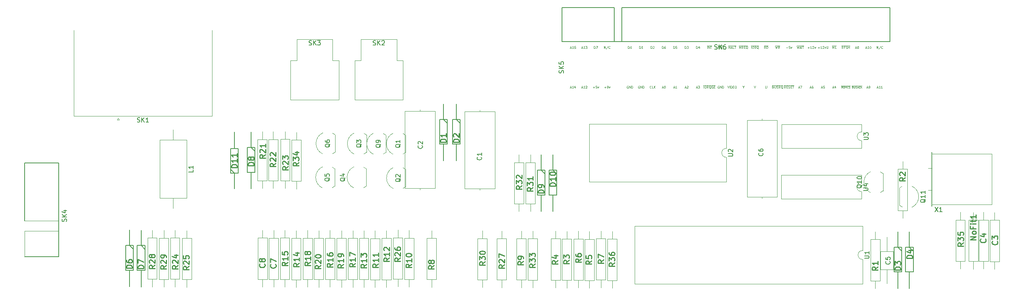
<source format=gto>
%TF.GenerationSoftware,KiCad,Pcbnew,7.0.8*%
%TF.CreationDate,2023-10-30T18:51:19+00:00*%
%TF.ProjectId,Interface 1 Recreated,496e7465-7266-4616-9365-203120526563,rev?*%
%TF.SameCoordinates,Original*%
%TF.FileFunction,Legend,Top*%
%TF.FilePolarity,Positive*%
%FSLAX46Y46*%
G04 Gerber Fmt 4.6, Leading zero omitted, Abs format (unit mm)*
G04 Created by KiCad (PCBNEW 7.0.8) date 2023-10-30 18:51:19*
%MOMM*%
%LPD*%
G01*
G04 APERTURE LIST*
%ADD10C,0.254000*%
%ADD11C,0.150000*%
%ADD12C,0.125000*%
%ADD13C,0.100000*%
%ADD14C,0.120000*%
%ADD15C,0.200000*%
G04 APERTURE END LIST*
D10*
X157616168Y-115373603D02*
X157011406Y-115796937D01*
X157616168Y-116099318D02*
X156346168Y-116099318D01*
X156346168Y-116099318D02*
X156346168Y-115615508D01*
X156346168Y-115615508D02*
X156406644Y-115494556D01*
X156406644Y-115494556D02*
X156467120Y-115434079D01*
X156467120Y-115434079D02*
X156588072Y-115373603D01*
X156588072Y-115373603D02*
X156769501Y-115373603D01*
X156769501Y-115373603D02*
X156890453Y-115434079D01*
X156890453Y-115434079D02*
X156950930Y-115494556D01*
X156950930Y-115494556D02*
X157011406Y-115615508D01*
X157011406Y-115615508D02*
X157011406Y-116099318D01*
X156346168Y-114950270D02*
X156346168Y-114164079D01*
X156346168Y-114164079D02*
X156829977Y-114587413D01*
X156829977Y-114587413D02*
X156829977Y-114405984D01*
X156829977Y-114405984D02*
X156890453Y-114285032D01*
X156890453Y-114285032D02*
X156950930Y-114224556D01*
X156950930Y-114224556D02*
X157071882Y-114164079D01*
X157071882Y-114164079D02*
X157374263Y-114164079D01*
X157374263Y-114164079D02*
X157495215Y-114224556D01*
X157495215Y-114224556D02*
X157555692Y-114285032D01*
X157555692Y-114285032D02*
X157616168Y-114405984D01*
X157616168Y-114405984D02*
X157616168Y-114768841D01*
X157616168Y-114768841D02*
X157555692Y-114889794D01*
X157555692Y-114889794D02*
X157495215Y-114950270D01*
X156346168Y-113740746D02*
X156346168Y-112954555D01*
X156346168Y-112954555D02*
X156829977Y-113377889D01*
X156829977Y-113377889D02*
X156829977Y-113196460D01*
X156829977Y-113196460D02*
X156890453Y-113075508D01*
X156890453Y-113075508D02*
X156950930Y-113015032D01*
X156950930Y-113015032D02*
X157071882Y-112954555D01*
X157071882Y-112954555D02*
X157374263Y-112954555D01*
X157374263Y-112954555D02*
X157495215Y-113015032D01*
X157495215Y-113015032D02*
X157555692Y-113075508D01*
X157555692Y-113075508D02*
X157616168Y-113196460D01*
X157616168Y-113196460D02*
X157616168Y-113559317D01*
X157616168Y-113559317D02*
X157555692Y-113680270D01*
X157555692Y-113680270D02*
X157495215Y-113740746D01*
X107381318Y-114964028D02*
X106776556Y-115387362D01*
X107381318Y-115689743D02*
X106111318Y-115689743D01*
X106111318Y-115689743D02*
X106111318Y-115205933D01*
X106111318Y-115205933D02*
X106171794Y-115084981D01*
X106171794Y-115084981D02*
X106232270Y-115024504D01*
X106232270Y-115024504D02*
X106353222Y-114964028D01*
X106353222Y-114964028D02*
X106534651Y-114964028D01*
X106534651Y-114964028D02*
X106655603Y-115024504D01*
X106655603Y-115024504D02*
X106716080Y-115084981D01*
X106716080Y-115084981D02*
X106776556Y-115205933D01*
X106776556Y-115205933D02*
X106776556Y-115689743D01*
X107381318Y-113754504D02*
X107381318Y-114480219D01*
X107381318Y-114117362D02*
X106111318Y-114117362D01*
X106111318Y-114117362D02*
X106292746Y-114238314D01*
X106292746Y-114238314D02*
X106413699Y-114359266D01*
X106413699Y-114359266D02*
X106474175Y-114480219D01*
X106655603Y-113028790D02*
X106595127Y-113149742D01*
X106595127Y-113149742D02*
X106534651Y-113210219D01*
X106534651Y-113210219D02*
X106413699Y-113270695D01*
X106413699Y-113270695D02*
X106353222Y-113270695D01*
X106353222Y-113270695D02*
X106232270Y-113210219D01*
X106232270Y-113210219D02*
X106171794Y-113149742D01*
X106171794Y-113149742D02*
X106111318Y-113028790D01*
X106111318Y-113028790D02*
X106111318Y-112786885D01*
X106111318Y-112786885D02*
X106171794Y-112665933D01*
X106171794Y-112665933D02*
X106232270Y-112605457D01*
X106232270Y-112605457D02*
X106353222Y-112544980D01*
X106353222Y-112544980D02*
X106413699Y-112544980D01*
X106413699Y-112544980D02*
X106534651Y-112605457D01*
X106534651Y-112605457D02*
X106595127Y-112665933D01*
X106595127Y-112665933D02*
X106655603Y-112786885D01*
X106655603Y-112786885D02*
X106655603Y-113028790D01*
X106655603Y-113028790D02*
X106716080Y-113149742D01*
X106716080Y-113149742D02*
X106776556Y-113210219D01*
X106776556Y-113210219D02*
X106897508Y-113270695D01*
X106897508Y-113270695D02*
X107139413Y-113270695D01*
X107139413Y-113270695D02*
X107260365Y-113210219D01*
X107260365Y-113210219D02*
X107320842Y-113149742D01*
X107320842Y-113149742D02*
X107381318Y-113028790D01*
X107381318Y-113028790D02*
X107381318Y-112786885D01*
X107381318Y-112786885D02*
X107320842Y-112665933D01*
X107320842Y-112665933D02*
X107260365Y-112605457D01*
X107260365Y-112605457D02*
X107139413Y-112544980D01*
X107139413Y-112544980D02*
X106897508Y-112544980D01*
X106897508Y-112544980D02*
X106776556Y-112605457D01*
X106776556Y-112605457D02*
X106716080Y-112665933D01*
X106716080Y-112665933D02*
X106655603Y-112786885D01*
D11*
X163941925Y-72610504D02*
X163989544Y-72467647D01*
X163989544Y-72467647D02*
X163989544Y-72229552D01*
X163989544Y-72229552D02*
X163941925Y-72134314D01*
X163941925Y-72134314D02*
X163894305Y-72086695D01*
X163894305Y-72086695D02*
X163799067Y-72039076D01*
X163799067Y-72039076D02*
X163703829Y-72039076D01*
X163703829Y-72039076D02*
X163608591Y-72086695D01*
X163608591Y-72086695D02*
X163560972Y-72134314D01*
X163560972Y-72134314D02*
X163513353Y-72229552D01*
X163513353Y-72229552D02*
X163465734Y-72420028D01*
X163465734Y-72420028D02*
X163418115Y-72515266D01*
X163418115Y-72515266D02*
X163370496Y-72562885D01*
X163370496Y-72562885D02*
X163275258Y-72610504D01*
X163275258Y-72610504D02*
X163180020Y-72610504D01*
X163180020Y-72610504D02*
X163084782Y-72562885D01*
X163084782Y-72562885D02*
X163037163Y-72515266D01*
X163037163Y-72515266D02*
X162989544Y-72420028D01*
X162989544Y-72420028D02*
X162989544Y-72181933D01*
X162989544Y-72181933D02*
X163037163Y-72039076D01*
X163989544Y-71610504D02*
X162989544Y-71610504D01*
X163989544Y-71039076D02*
X163418115Y-71467647D01*
X162989544Y-71039076D02*
X163560972Y-71610504D01*
X162989544Y-70134314D02*
X162989544Y-70610504D01*
X162989544Y-70610504D02*
X163465734Y-70658123D01*
X163465734Y-70658123D02*
X163418115Y-70610504D01*
X163418115Y-70610504D02*
X163370496Y-70515266D01*
X163370496Y-70515266D02*
X163370496Y-70277171D01*
X163370496Y-70277171D02*
X163418115Y-70181933D01*
X163418115Y-70181933D02*
X163465734Y-70134314D01*
X163465734Y-70134314D02*
X163560972Y-70086695D01*
X163560972Y-70086695D02*
X163799067Y-70086695D01*
X163799067Y-70086695D02*
X163894305Y-70134314D01*
X163894305Y-70134314D02*
X163941925Y-70181933D01*
X163941925Y-70181933D02*
X163989544Y-70277171D01*
X163989544Y-70277171D02*
X163989544Y-70515266D01*
X163989544Y-70515266D02*
X163941925Y-70610504D01*
X163941925Y-70610504D02*
X163894305Y-70658123D01*
D12*
X196102344Y-67128409D02*
X196102344Y-66628409D01*
X196340439Y-67128409D02*
X196340439Y-66628409D01*
X196340439Y-66628409D02*
X196626153Y-67128409D01*
X196626153Y-67128409D02*
X196626153Y-66628409D01*
X196792821Y-66628409D02*
X197078535Y-66628409D01*
X196935678Y-67128409D02*
X196935678Y-66628409D01*
X196033297Y-66489600D02*
X197076154Y-66489600D01*
X233999962Y-67128409D02*
X233999962Y-66628409D01*
X233999962Y-66628409D02*
X234285676Y-67128409D01*
X234285676Y-67128409D02*
X234285676Y-66628409D01*
X234880915Y-66604600D02*
X234452344Y-67247457D01*
X235333296Y-67080790D02*
X235309487Y-67104600D01*
X235309487Y-67104600D02*
X235238058Y-67128409D01*
X235238058Y-67128409D02*
X235190439Y-67128409D01*
X235190439Y-67128409D02*
X235119011Y-67104600D01*
X235119011Y-67104600D02*
X235071392Y-67056980D01*
X235071392Y-67056980D02*
X235047582Y-67009361D01*
X235047582Y-67009361D02*
X235023773Y-66914123D01*
X235023773Y-66914123D02*
X235023773Y-66842695D01*
X235023773Y-66842695D02*
X235047582Y-66747457D01*
X235047582Y-66747457D02*
X235071392Y-66699838D01*
X235071392Y-66699838D02*
X235119011Y-66652219D01*
X235119011Y-66652219D02*
X235190439Y-66628409D01*
X235190439Y-66628409D02*
X235238058Y-66628409D01*
X235238058Y-66628409D02*
X235309487Y-66652219D01*
X235309487Y-66652219D02*
X235333296Y-66676028D01*
X183485677Y-67128409D02*
X183485677Y-66628409D01*
X183485677Y-66628409D02*
X183604725Y-66628409D01*
X183604725Y-66628409D02*
X183676153Y-66652219D01*
X183676153Y-66652219D02*
X183723772Y-66699838D01*
X183723772Y-66699838D02*
X183747582Y-66747457D01*
X183747582Y-66747457D02*
X183771391Y-66842695D01*
X183771391Y-66842695D02*
X183771391Y-66914123D01*
X183771391Y-66914123D02*
X183747582Y-67009361D01*
X183747582Y-67009361D02*
X183723772Y-67056980D01*
X183723772Y-67056980D02*
X183676153Y-67104600D01*
X183676153Y-67104600D02*
X183604725Y-67128409D01*
X183604725Y-67128409D02*
X183485677Y-67128409D01*
X183961868Y-66676028D02*
X183985677Y-66652219D01*
X183985677Y-66652219D02*
X184033296Y-66628409D01*
X184033296Y-66628409D02*
X184152344Y-66628409D01*
X184152344Y-66628409D02*
X184199963Y-66652219D01*
X184199963Y-66652219D02*
X184223772Y-66676028D01*
X184223772Y-66676028D02*
X184247582Y-66723647D01*
X184247582Y-66723647D02*
X184247582Y-66771266D01*
X184247582Y-66771266D02*
X184223772Y-66842695D01*
X184223772Y-66842695D02*
X183938058Y-67128409D01*
X183938058Y-67128409D02*
X184247582Y-67128409D01*
X234059488Y-75875552D02*
X234297583Y-75875552D01*
X234011869Y-76018409D02*
X234178535Y-75518409D01*
X234178535Y-75518409D02*
X234345202Y-76018409D01*
X234773773Y-76018409D02*
X234488059Y-76018409D01*
X234630916Y-76018409D02*
X234630916Y-75518409D01*
X234630916Y-75518409D02*
X234583297Y-75589838D01*
X234583297Y-75589838D02*
X234535678Y-75637457D01*
X234535678Y-75637457D02*
X234488059Y-75661266D01*
X235249963Y-76018409D02*
X234964249Y-76018409D01*
X235107106Y-76018409D02*
X235107106Y-75518409D01*
X235107106Y-75518409D02*
X235059487Y-75589838D01*
X235059487Y-75589838D02*
X235011868Y-75637457D01*
X235011868Y-75637457D02*
X234964249Y-75661266D01*
X193645677Y-67128409D02*
X193645677Y-66628409D01*
X193645677Y-66628409D02*
X193764725Y-66628409D01*
X193764725Y-66628409D02*
X193836153Y-66652219D01*
X193836153Y-66652219D02*
X193883772Y-66699838D01*
X193883772Y-66699838D02*
X193907582Y-66747457D01*
X193907582Y-66747457D02*
X193931391Y-66842695D01*
X193931391Y-66842695D02*
X193931391Y-66914123D01*
X193931391Y-66914123D02*
X193907582Y-67009361D01*
X193907582Y-67009361D02*
X193883772Y-67056980D01*
X193883772Y-67056980D02*
X193836153Y-67104600D01*
X193836153Y-67104600D02*
X193764725Y-67128409D01*
X193764725Y-67128409D02*
X193645677Y-67128409D01*
X194359963Y-66795076D02*
X194359963Y-67128409D01*
X194240915Y-66604600D02*
X194121868Y-66961742D01*
X194121868Y-66961742D02*
X194431391Y-66961742D01*
X204174725Y-75780314D02*
X204174725Y-76018409D01*
X204008059Y-75518409D02*
X204174725Y-75780314D01*
X204174725Y-75780314D02*
X204341392Y-75518409D01*
X200884725Y-67128409D02*
X200884725Y-66628409D01*
X200884725Y-66866504D02*
X201170439Y-66866504D01*
X201170439Y-67128409D02*
X201170439Y-66628409D01*
X201384726Y-66985552D02*
X201622821Y-66985552D01*
X201337107Y-67128409D02*
X201503773Y-66628409D01*
X201503773Y-66628409D02*
X201670440Y-67128409D01*
X202075201Y-67128409D02*
X201837106Y-67128409D01*
X201837106Y-67128409D02*
X201837106Y-66628409D01*
X202170440Y-66628409D02*
X202456154Y-66628409D01*
X202313297Y-67128409D02*
X202313297Y-66628409D01*
X200815678Y-66489600D02*
X202453773Y-66489600D01*
X209159486Y-67128409D02*
X208992820Y-66890314D01*
X208873772Y-67128409D02*
X208873772Y-66628409D01*
X208873772Y-66628409D02*
X209064248Y-66628409D01*
X209064248Y-66628409D02*
X209111867Y-66652219D01*
X209111867Y-66652219D02*
X209135677Y-66676028D01*
X209135677Y-66676028D02*
X209159486Y-66723647D01*
X209159486Y-66723647D02*
X209159486Y-66795076D01*
X209159486Y-66795076D02*
X209135677Y-66842695D01*
X209135677Y-66842695D02*
X209111867Y-66866504D01*
X209111867Y-66866504D02*
X209064248Y-66890314D01*
X209064248Y-66890314D02*
X208873772Y-66890314D01*
X209373772Y-67128409D02*
X209373772Y-66628409D01*
X209373772Y-66628409D02*
X209492820Y-66628409D01*
X209492820Y-66628409D02*
X209564248Y-66652219D01*
X209564248Y-66652219D02*
X209611867Y-66699838D01*
X209611867Y-66699838D02*
X209635677Y-66747457D01*
X209635677Y-66747457D02*
X209659486Y-66842695D01*
X209659486Y-66842695D02*
X209659486Y-66914123D01*
X209659486Y-66914123D02*
X209635677Y-67009361D01*
X209635677Y-67009361D02*
X209611867Y-67056980D01*
X209611867Y-67056980D02*
X209564248Y-67104600D01*
X209564248Y-67104600D02*
X209492820Y-67128409D01*
X209492820Y-67128409D02*
X209373772Y-67128409D01*
X208804725Y-66489600D02*
X209704725Y-66489600D01*
X213608534Y-76018409D02*
X213441868Y-75780314D01*
X213322820Y-76018409D02*
X213322820Y-75518409D01*
X213322820Y-75518409D02*
X213513296Y-75518409D01*
X213513296Y-75518409D02*
X213560915Y-75542219D01*
X213560915Y-75542219D02*
X213584725Y-75566028D01*
X213584725Y-75566028D02*
X213608534Y-75613647D01*
X213608534Y-75613647D02*
X213608534Y-75685076D01*
X213608534Y-75685076D02*
X213584725Y-75732695D01*
X213584725Y-75732695D02*
X213560915Y-75756504D01*
X213560915Y-75756504D02*
X213513296Y-75780314D01*
X213513296Y-75780314D02*
X213322820Y-75780314D01*
X213822820Y-75756504D02*
X213989487Y-75756504D01*
X214060915Y-76018409D02*
X213822820Y-76018409D01*
X213822820Y-76018409D02*
X213822820Y-75518409D01*
X213822820Y-75518409D02*
X214060915Y-75518409D01*
X214251392Y-75994600D02*
X214322820Y-76018409D01*
X214322820Y-76018409D02*
X214441868Y-76018409D01*
X214441868Y-76018409D02*
X214489487Y-75994600D01*
X214489487Y-75994600D02*
X214513296Y-75970790D01*
X214513296Y-75970790D02*
X214537106Y-75923171D01*
X214537106Y-75923171D02*
X214537106Y-75875552D01*
X214537106Y-75875552D02*
X214513296Y-75827933D01*
X214513296Y-75827933D02*
X214489487Y-75804123D01*
X214489487Y-75804123D02*
X214441868Y-75780314D01*
X214441868Y-75780314D02*
X214346630Y-75756504D01*
X214346630Y-75756504D02*
X214299011Y-75732695D01*
X214299011Y-75732695D02*
X214275201Y-75708885D01*
X214275201Y-75708885D02*
X214251392Y-75661266D01*
X214251392Y-75661266D02*
X214251392Y-75613647D01*
X214251392Y-75613647D02*
X214275201Y-75566028D01*
X214275201Y-75566028D02*
X214299011Y-75542219D01*
X214299011Y-75542219D02*
X214346630Y-75518409D01*
X214346630Y-75518409D02*
X214465677Y-75518409D01*
X214465677Y-75518409D02*
X214537106Y-75542219D01*
X214751391Y-75756504D02*
X214918058Y-75756504D01*
X214989486Y-76018409D02*
X214751391Y-76018409D01*
X214751391Y-76018409D02*
X214751391Y-75518409D01*
X214751391Y-75518409D02*
X214989486Y-75518409D01*
X215132344Y-75518409D02*
X215418058Y-75518409D01*
X215275201Y-76018409D02*
X215275201Y-75518409D01*
X213253773Y-75379600D02*
X215415677Y-75379600D01*
X186025677Y-67128409D02*
X186025677Y-66628409D01*
X186025677Y-66628409D02*
X186144725Y-66628409D01*
X186144725Y-66628409D02*
X186216153Y-66652219D01*
X186216153Y-66652219D02*
X186263772Y-66699838D01*
X186263772Y-66699838D02*
X186287582Y-66747457D01*
X186287582Y-66747457D02*
X186311391Y-66842695D01*
X186311391Y-66842695D02*
X186311391Y-66914123D01*
X186311391Y-66914123D02*
X186287582Y-67009361D01*
X186287582Y-67009361D02*
X186263772Y-67056980D01*
X186263772Y-67056980D02*
X186216153Y-67104600D01*
X186216153Y-67104600D02*
X186144725Y-67128409D01*
X186144725Y-67128409D02*
X186025677Y-67128409D01*
X186739963Y-66628409D02*
X186644725Y-66628409D01*
X186644725Y-66628409D02*
X186597106Y-66652219D01*
X186597106Y-66652219D02*
X186573296Y-66676028D01*
X186573296Y-66676028D02*
X186525677Y-66747457D01*
X186525677Y-66747457D02*
X186501868Y-66842695D01*
X186501868Y-66842695D02*
X186501868Y-67033171D01*
X186501868Y-67033171D02*
X186525677Y-67080790D01*
X186525677Y-67080790D02*
X186549487Y-67104600D01*
X186549487Y-67104600D02*
X186597106Y-67128409D01*
X186597106Y-67128409D02*
X186692344Y-67128409D01*
X186692344Y-67128409D02*
X186739963Y-67104600D01*
X186739963Y-67104600D02*
X186763772Y-67080790D01*
X186763772Y-67080790D02*
X186787582Y-67033171D01*
X186787582Y-67033171D02*
X186787582Y-66914123D01*
X186787582Y-66914123D02*
X186763772Y-66866504D01*
X186763772Y-66866504D02*
X186739963Y-66842695D01*
X186739963Y-66842695D02*
X186692344Y-66818885D01*
X186692344Y-66818885D02*
X186597106Y-66818885D01*
X186597106Y-66818885D02*
X186549487Y-66842695D01*
X186549487Y-66842695D02*
X186525677Y-66866504D01*
X186525677Y-66866504D02*
X186501868Y-66914123D01*
X188577583Y-75875552D02*
X188815678Y-75875552D01*
X188529964Y-76018409D02*
X188696630Y-75518409D01*
X188696630Y-75518409D02*
X188863297Y-76018409D01*
X189291868Y-76018409D02*
X189006154Y-76018409D01*
X189149011Y-76018409D02*
X189149011Y-75518409D01*
X189149011Y-75518409D02*
X189101392Y-75589838D01*
X189101392Y-75589838D02*
X189053773Y-75637457D01*
X189053773Y-75637457D02*
X189006154Y-75661266D01*
X213715677Y-66937933D02*
X214096630Y-66937933D01*
X214572820Y-66628409D02*
X214334725Y-66628409D01*
X214334725Y-66628409D02*
X214310916Y-66866504D01*
X214310916Y-66866504D02*
X214334725Y-66842695D01*
X214334725Y-66842695D02*
X214382344Y-66818885D01*
X214382344Y-66818885D02*
X214501392Y-66818885D01*
X214501392Y-66818885D02*
X214549011Y-66842695D01*
X214549011Y-66842695D02*
X214572820Y-66866504D01*
X214572820Y-66866504D02*
X214596630Y-66914123D01*
X214596630Y-66914123D02*
X214596630Y-67033171D01*
X214596630Y-67033171D02*
X214572820Y-67080790D01*
X214572820Y-67080790D02*
X214549011Y-67104600D01*
X214549011Y-67104600D02*
X214501392Y-67128409D01*
X214501392Y-67128409D02*
X214382344Y-67128409D01*
X214382344Y-67128409D02*
X214334725Y-67104600D01*
X214334725Y-67104600D02*
X214310916Y-67080790D01*
X214763296Y-66795076D02*
X214882344Y-67128409D01*
X214882344Y-67128409D02*
X215001391Y-66795076D01*
X200610916Y-75518409D02*
X200777582Y-76018409D01*
X200777582Y-76018409D02*
X200944249Y-75518409D01*
X201110915Y-76018409D02*
X201110915Y-75518409D01*
X201349010Y-76018409D02*
X201349010Y-75518409D01*
X201349010Y-75518409D02*
X201468058Y-75518409D01*
X201468058Y-75518409D02*
X201539486Y-75542219D01*
X201539486Y-75542219D02*
X201587105Y-75589838D01*
X201587105Y-75589838D02*
X201610915Y-75637457D01*
X201610915Y-75637457D02*
X201634724Y-75732695D01*
X201634724Y-75732695D02*
X201634724Y-75804123D01*
X201634724Y-75804123D02*
X201610915Y-75899361D01*
X201610915Y-75899361D02*
X201587105Y-75946980D01*
X201587105Y-75946980D02*
X201539486Y-75994600D01*
X201539486Y-75994600D02*
X201468058Y-76018409D01*
X201468058Y-76018409D02*
X201349010Y-76018409D01*
X201849010Y-75756504D02*
X202015677Y-75756504D01*
X202087105Y-76018409D02*
X201849010Y-76018409D01*
X201849010Y-76018409D02*
X201849010Y-75518409D01*
X201849010Y-75518409D02*
X202087105Y-75518409D01*
X202396629Y-75518409D02*
X202491867Y-75518409D01*
X202491867Y-75518409D02*
X202539486Y-75542219D01*
X202539486Y-75542219D02*
X202587105Y-75589838D01*
X202587105Y-75589838D02*
X202610915Y-75685076D01*
X202610915Y-75685076D02*
X202610915Y-75851742D01*
X202610915Y-75851742D02*
X202587105Y-75946980D01*
X202587105Y-75946980D02*
X202539486Y-75994600D01*
X202539486Y-75994600D02*
X202491867Y-76018409D01*
X202491867Y-76018409D02*
X202396629Y-76018409D01*
X202396629Y-76018409D02*
X202349010Y-75994600D01*
X202349010Y-75994600D02*
X202301391Y-75946980D01*
X202301391Y-75946980D02*
X202277582Y-75851742D01*
X202277582Y-75851742D02*
X202277582Y-75685076D01*
X202277582Y-75685076D02*
X202301391Y-75589838D01*
X202301391Y-75589838D02*
X202349010Y-75542219D01*
X202349010Y-75542219D02*
X202396629Y-75518409D01*
X205940915Y-67128409D02*
X205940915Y-66628409D01*
X206274248Y-66628409D02*
X206369486Y-66628409D01*
X206369486Y-66628409D02*
X206417105Y-66652219D01*
X206417105Y-66652219D02*
X206464724Y-66699838D01*
X206464724Y-66699838D02*
X206488534Y-66795076D01*
X206488534Y-66795076D02*
X206488534Y-66961742D01*
X206488534Y-66961742D02*
X206464724Y-67056980D01*
X206464724Y-67056980D02*
X206417105Y-67104600D01*
X206417105Y-67104600D02*
X206369486Y-67128409D01*
X206369486Y-67128409D02*
X206274248Y-67128409D01*
X206274248Y-67128409D02*
X206226629Y-67104600D01*
X206226629Y-67104600D02*
X206179010Y-67056980D01*
X206179010Y-67056980D02*
X206155201Y-66961742D01*
X206155201Y-66961742D02*
X206155201Y-66795076D01*
X206155201Y-66795076D02*
X206179010Y-66699838D01*
X206179010Y-66699838D02*
X206226629Y-66652219D01*
X206226629Y-66652219D02*
X206274248Y-66628409D01*
X206988534Y-67128409D02*
X206821868Y-66890314D01*
X206702820Y-67128409D02*
X206702820Y-66628409D01*
X206702820Y-66628409D02*
X206893296Y-66628409D01*
X206893296Y-66628409D02*
X206940915Y-66652219D01*
X206940915Y-66652219D02*
X206964725Y-66676028D01*
X206964725Y-66676028D02*
X206988534Y-66723647D01*
X206988534Y-66723647D02*
X206988534Y-66795076D01*
X206988534Y-66795076D02*
X206964725Y-66842695D01*
X206964725Y-66842695D02*
X206940915Y-66866504D01*
X206940915Y-66866504D02*
X206893296Y-66890314D01*
X206893296Y-66890314D02*
X206702820Y-66890314D01*
X207536153Y-67176028D02*
X207488534Y-67152219D01*
X207488534Y-67152219D02*
X207440915Y-67104600D01*
X207440915Y-67104600D02*
X207369487Y-67033171D01*
X207369487Y-67033171D02*
X207321868Y-67009361D01*
X207321868Y-67009361D02*
X207274249Y-67009361D01*
X207298058Y-67128409D02*
X207250439Y-67104600D01*
X207250439Y-67104600D02*
X207202820Y-67056980D01*
X207202820Y-67056980D02*
X207179011Y-66961742D01*
X207179011Y-66961742D02*
X207179011Y-66795076D01*
X207179011Y-66795076D02*
X207202820Y-66699838D01*
X207202820Y-66699838D02*
X207250439Y-66652219D01*
X207250439Y-66652219D02*
X207298058Y-66628409D01*
X207298058Y-66628409D02*
X207393296Y-66628409D01*
X207393296Y-66628409D02*
X207440915Y-66652219D01*
X207440915Y-66652219D02*
X207488534Y-66699838D01*
X207488534Y-66699838D02*
X207512344Y-66795076D01*
X207512344Y-66795076D02*
X207512344Y-66961742D01*
X207512344Y-66961742D02*
X207488534Y-67056980D01*
X207488534Y-67056980D02*
X207440915Y-67104600D01*
X207440915Y-67104600D02*
X207393296Y-67128409D01*
X207393296Y-67128409D02*
X207298058Y-67128409D01*
X205871868Y-66489600D02*
X207557583Y-66489600D01*
X226475201Y-67128409D02*
X226308535Y-66890314D01*
X226189487Y-67128409D02*
X226189487Y-66628409D01*
X226189487Y-66628409D02*
X226379963Y-66628409D01*
X226379963Y-66628409D02*
X226427582Y-66652219D01*
X226427582Y-66652219D02*
X226451392Y-66676028D01*
X226451392Y-66676028D02*
X226475201Y-66723647D01*
X226475201Y-66723647D02*
X226475201Y-66795076D01*
X226475201Y-66795076D02*
X226451392Y-66842695D01*
X226451392Y-66842695D02*
X226427582Y-66866504D01*
X226427582Y-66866504D02*
X226379963Y-66890314D01*
X226379963Y-66890314D02*
X226189487Y-66890314D01*
X226856154Y-66866504D02*
X226689487Y-66866504D01*
X226689487Y-67128409D02*
X226689487Y-66628409D01*
X226689487Y-66628409D02*
X226927582Y-66628409D01*
X227094249Y-67104600D02*
X227165677Y-67128409D01*
X227165677Y-67128409D02*
X227284725Y-67128409D01*
X227284725Y-67128409D02*
X227332344Y-67104600D01*
X227332344Y-67104600D02*
X227356153Y-67080790D01*
X227356153Y-67080790D02*
X227379963Y-67033171D01*
X227379963Y-67033171D02*
X227379963Y-66985552D01*
X227379963Y-66985552D02*
X227356153Y-66937933D01*
X227356153Y-66937933D02*
X227332344Y-66914123D01*
X227332344Y-66914123D02*
X227284725Y-66890314D01*
X227284725Y-66890314D02*
X227189487Y-66866504D01*
X227189487Y-66866504D02*
X227141868Y-66842695D01*
X227141868Y-66842695D02*
X227118058Y-66818885D01*
X227118058Y-66818885D02*
X227094249Y-66771266D01*
X227094249Y-66771266D02*
X227094249Y-66723647D01*
X227094249Y-66723647D02*
X227118058Y-66676028D01*
X227118058Y-66676028D02*
X227141868Y-66652219D01*
X227141868Y-66652219D02*
X227189487Y-66628409D01*
X227189487Y-66628409D02*
X227308534Y-66628409D01*
X227308534Y-66628409D02*
X227379963Y-66652219D01*
X227594248Y-67128409D02*
X227594248Y-66628409D01*
X227594248Y-66866504D02*
X227879962Y-66866504D01*
X227879962Y-67128409D02*
X227879962Y-66628409D01*
X226120440Y-66489600D02*
X227949011Y-66489600D01*
X224089963Y-67128409D02*
X224089963Y-66628409D01*
X224089963Y-66628409D02*
X224256630Y-66985552D01*
X224256630Y-66985552D02*
X224423296Y-66628409D01*
X224423296Y-66628409D02*
X224423296Y-67128409D01*
X224923297Y-67128409D02*
X224637583Y-67128409D01*
X224780440Y-67128409D02*
X224780440Y-66628409D01*
X224780440Y-66628409D02*
X224732821Y-66699838D01*
X224732821Y-66699838D02*
X224685202Y-66747457D01*
X224685202Y-66747457D02*
X224637583Y-66771266D01*
X224020916Y-66489600D02*
X224968535Y-66489600D01*
X211330439Y-66628409D02*
X211449487Y-67128409D01*
X211449487Y-67128409D02*
X211544725Y-66771266D01*
X211544725Y-66771266D02*
X211639963Y-67128409D01*
X211639963Y-67128409D02*
X211759011Y-66628409D01*
X212235201Y-67128409D02*
X212068535Y-66890314D01*
X211949487Y-67128409D02*
X211949487Y-66628409D01*
X211949487Y-66628409D02*
X212139963Y-66628409D01*
X212139963Y-66628409D02*
X212187582Y-66652219D01*
X212187582Y-66652219D02*
X212211392Y-66676028D01*
X212211392Y-66676028D02*
X212235201Y-66723647D01*
X212235201Y-66723647D02*
X212235201Y-66795076D01*
X212235201Y-66795076D02*
X212211392Y-66842695D01*
X212211392Y-66842695D02*
X212187582Y-66866504D01*
X212187582Y-66866504D02*
X212139963Y-66890314D01*
X212139963Y-66890314D02*
X211949487Y-66890314D01*
X211309011Y-66489600D02*
X212280440Y-66489600D01*
X173039962Y-67128409D02*
X173039962Y-66628409D01*
X173039962Y-66628409D02*
X173325676Y-67128409D01*
X173325676Y-67128409D02*
X173325676Y-66628409D01*
X173920915Y-66604600D02*
X173492344Y-67247457D01*
X174373296Y-67080790D02*
X174349487Y-67104600D01*
X174349487Y-67104600D02*
X174278058Y-67128409D01*
X174278058Y-67128409D02*
X174230439Y-67128409D01*
X174230439Y-67128409D02*
X174159011Y-67104600D01*
X174159011Y-67104600D02*
X174111392Y-67056980D01*
X174111392Y-67056980D02*
X174087582Y-67009361D01*
X174087582Y-67009361D02*
X174063773Y-66914123D01*
X174063773Y-66914123D02*
X174063773Y-66842695D01*
X174063773Y-66842695D02*
X174087582Y-66747457D01*
X174087582Y-66747457D02*
X174111392Y-66699838D01*
X174111392Y-66699838D02*
X174159011Y-66652219D01*
X174159011Y-66652219D02*
X174230439Y-66628409D01*
X174230439Y-66628409D02*
X174278058Y-66628409D01*
X174278058Y-66628409D02*
X174349487Y-66652219D01*
X174349487Y-66652219D02*
X174373296Y-66676028D01*
X170535677Y-75827933D02*
X170916630Y-75827933D01*
X170726153Y-76018409D02*
X170726153Y-75637457D01*
X171392820Y-75518409D02*
X171154725Y-75518409D01*
X171154725Y-75518409D02*
X171130916Y-75756504D01*
X171130916Y-75756504D02*
X171154725Y-75732695D01*
X171154725Y-75732695D02*
X171202344Y-75708885D01*
X171202344Y-75708885D02*
X171321392Y-75708885D01*
X171321392Y-75708885D02*
X171369011Y-75732695D01*
X171369011Y-75732695D02*
X171392820Y-75756504D01*
X171392820Y-75756504D02*
X171416630Y-75804123D01*
X171416630Y-75804123D02*
X171416630Y-75923171D01*
X171416630Y-75923171D02*
X171392820Y-75970790D01*
X171392820Y-75970790D02*
X171369011Y-75994600D01*
X171369011Y-75994600D02*
X171321392Y-76018409D01*
X171321392Y-76018409D02*
X171202344Y-76018409D01*
X171202344Y-76018409D02*
X171154725Y-75994600D01*
X171154725Y-75994600D02*
X171130916Y-75970790D01*
X171583296Y-75685076D02*
X171702344Y-76018409D01*
X171702344Y-76018409D02*
X171821391Y-75685076D01*
X183557105Y-75970790D02*
X183533296Y-75994600D01*
X183533296Y-75994600D02*
X183461867Y-76018409D01*
X183461867Y-76018409D02*
X183414248Y-76018409D01*
X183414248Y-76018409D02*
X183342820Y-75994600D01*
X183342820Y-75994600D02*
X183295201Y-75946980D01*
X183295201Y-75946980D02*
X183271391Y-75899361D01*
X183271391Y-75899361D02*
X183247582Y-75804123D01*
X183247582Y-75804123D02*
X183247582Y-75732695D01*
X183247582Y-75732695D02*
X183271391Y-75637457D01*
X183271391Y-75637457D02*
X183295201Y-75589838D01*
X183295201Y-75589838D02*
X183342820Y-75542219D01*
X183342820Y-75542219D02*
X183414248Y-75518409D01*
X183414248Y-75518409D02*
X183461867Y-75518409D01*
X183461867Y-75518409D02*
X183533296Y-75542219D01*
X183533296Y-75542219D02*
X183557105Y-75566028D01*
X184009486Y-76018409D02*
X183771391Y-76018409D01*
X183771391Y-76018409D02*
X183771391Y-75518409D01*
X184176153Y-76018409D02*
X184176153Y-75518409D01*
X184461867Y-76018409D02*
X184247582Y-75732695D01*
X184461867Y-75518409D02*
X184176153Y-75804123D01*
X170785677Y-67128409D02*
X170785677Y-66628409D01*
X170785677Y-66628409D02*
X170904725Y-66628409D01*
X170904725Y-66628409D02*
X170976153Y-66652219D01*
X170976153Y-66652219D02*
X171023772Y-66699838D01*
X171023772Y-66699838D02*
X171047582Y-66747457D01*
X171047582Y-66747457D02*
X171071391Y-66842695D01*
X171071391Y-66842695D02*
X171071391Y-66914123D01*
X171071391Y-66914123D02*
X171047582Y-67009361D01*
X171047582Y-67009361D02*
X171023772Y-67056980D01*
X171023772Y-67056980D02*
X170976153Y-67104600D01*
X170976153Y-67104600D02*
X170904725Y-67128409D01*
X170904725Y-67128409D02*
X170785677Y-67128409D01*
X171238058Y-66628409D02*
X171571391Y-66628409D01*
X171571391Y-66628409D02*
X171357106Y-67128409D01*
X229217583Y-66985552D02*
X229455678Y-66985552D01*
X229169964Y-67128409D02*
X229336630Y-66628409D01*
X229336630Y-66628409D02*
X229503297Y-67128409D01*
X229741392Y-66842695D02*
X229693773Y-66818885D01*
X229693773Y-66818885D02*
X229669963Y-66795076D01*
X229669963Y-66795076D02*
X229646154Y-66747457D01*
X229646154Y-66747457D02*
X229646154Y-66723647D01*
X229646154Y-66723647D02*
X229669963Y-66676028D01*
X229669963Y-66676028D02*
X229693773Y-66652219D01*
X229693773Y-66652219D02*
X229741392Y-66628409D01*
X229741392Y-66628409D02*
X229836630Y-66628409D01*
X229836630Y-66628409D02*
X229884249Y-66652219D01*
X229884249Y-66652219D02*
X229908058Y-66676028D01*
X229908058Y-66676028D02*
X229931868Y-66723647D01*
X229931868Y-66723647D02*
X229931868Y-66747457D01*
X229931868Y-66747457D02*
X229908058Y-66795076D01*
X229908058Y-66795076D02*
X229884249Y-66818885D01*
X229884249Y-66818885D02*
X229836630Y-66842695D01*
X229836630Y-66842695D02*
X229741392Y-66842695D01*
X229741392Y-66842695D02*
X229693773Y-66866504D01*
X229693773Y-66866504D02*
X229669963Y-66890314D01*
X229669963Y-66890314D02*
X229646154Y-66937933D01*
X229646154Y-66937933D02*
X229646154Y-67033171D01*
X229646154Y-67033171D02*
X229669963Y-67080790D01*
X229669963Y-67080790D02*
X229693773Y-67104600D01*
X229693773Y-67104600D02*
X229741392Y-67128409D01*
X229741392Y-67128409D02*
X229836630Y-67128409D01*
X229836630Y-67128409D02*
X229884249Y-67104600D01*
X229884249Y-67104600D02*
X229908058Y-67080790D01*
X229908058Y-67080790D02*
X229931868Y-67033171D01*
X229931868Y-67033171D02*
X229931868Y-66937933D01*
X229931868Y-66937933D02*
X229908058Y-66890314D01*
X229908058Y-66890314D02*
X229884249Y-66866504D01*
X229884249Y-66866504D02*
X229836630Y-66842695D01*
X198713772Y-75542219D02*
X198666153Y-75518409D01*
X198666153Y-75518409D02*
X198594724Y-75518409D01*
X198594724Y-75518409D02*
X198523296Y-75542219D01*
X198523296Y-75542219D02*
X198475677Y-75589838D01*
X198475677Y-75589838D02*
X198451867Y-75637457D01*
X198451867Y-75637457D02*
X198428058Y-75732695D01*
X198428058Y-75732695D02*
X198428058Y-75804123D01*
X198428058Y-75804123D02*
X198451867Y-75899361D01*
X198451867Y-75899361D02*
X198475677Y-75946980D01*
X198475677Y-75946980D02*
X198523296Y-75994600D01*
X198523296Y-75994600D02*
X198594724Y-76018409D01*
X198594724Y-76018409D02*
X198642343Y-76018409D01*
X198642343Y-76018409D02*
X198713772Y-75994600D01*
X198713772Y-75994600D02*
X198737581Y-75970790D01*
X198737581Y-75970790D02*
X198737581Y-75804123D01*
X198737581Y-75804123D02*
X198642343Y-75804123D01*
X198951867Y-76018409D02*
X198951867Y-75518409D01*
X198951867Y-75518409D02*
X199237581Y-76018409D01*
X199237581Y-76018409D02*
X199237581Y-75518409D01*
X199475677Y-76018409D02*
X199475677Y-75518409D01*
X199475677Y-75518409D02*
X199594725Y-75518409D01*
X199594725Y-75518409D02*
X199666153Y-75542219D01*
X199666153Y-75542219D02*
X199713772Y-75589838D01*
X199713772Y-75589838D02*
X199737582Y-75637457D01*
X199737582Y-75637457D02*
X199761391Y-75732695D01*
X199761391Y-75732695D02*
X199761391Y-75804123D01*
X199761391Y-75804123D02*
X199737582Y-75899361D01*
X199737582Y-75899361D02*
X199713772Y-75946980D01*
X199713772Y-75946980D02*
X199666153Y-75994600D01*
X199666153Y-75994600D02*
X199594725Y-76018409D01*
X199594725Y-76018409D02*
X199475677Y-76018409D01*
X168019488Y-75875552D02*
X168257583Y-75875552D01*
X167971869Y-76018409D02*
X168138535Y-75518409D01*
X168138535Y-75518409D02*
X168305202Y-76018409D01*
X168733773Y-76018409D02*
X168448059Y-76018409D01*
X168590916Y-76018409D02*
X168590916Y-75518409D01*
X168590916Y-75518409D02*
X168543297Y-75589838D01*
X168543297Y-75589838D02*
X168495678Y-75637457D01*
X168495678Y-75637457D02*
X168448059Y-75661266D01*
X168924249Y-75566028D02*
X168948058Y-75542219D01*
X168948058Y-75542219D02*
X168995677Y-75518409D01*
X168995677Y-75518409D02*
X169114725Y-75518409D01*
X169114725Y-75518409D02*
X169162344Y-75542219D01*
X169162344Y-75542219D02*
X169186153Y-75566028D01*
X169186153Y-75566028D02*
X169209963Y-75613647D01*
X169209963Y-75613647D02*
X169209963Y-75661266D01*
X169209963Y-75661266D02*
X169186153Y-75732695D01*
X169186153Y-75732695D02*
X168900439Y-76018409D01*
X168900439Y-76018409D02*
X169209963Y-76018409D01*
X219057583Y-75875552D02*
X219295678Y-75875552D01*
X219009964Y-76018409D02*
X219176630Y-75518409D01*
X219176630Y-75518409D02*
X219343297Y-76018409D01*
X219724249Y-75518409D02*
X219629011Y-75518409D01*
X219629011Y-75518409D02*
X219581392Y-75542219D01*
X219581392Y-75542219D02*
X219557582Y-75566028D01*
X219557582Y-75566028D02*
X219509963Y-75637457D01*
X219509963Y-75637457D02*
X219486154Y-75732695D01*
X219486154Y-75732695D02*
X219486154Y-75923171D01*
X219486154Y-75923171D02*
X219509963Y-75970790D01*
X219509963Y-75970790D02*
X219533773Y-75994600D01*
X219533773Y-75994600D02*
X219581392Y-76018409D01*
X219581392Y-76018409D02*
X219676630Y-76018409D01*
X219676630Y-76018409D02*
X219724249Y-75994600D01*
X219724249Y-75994600D02*
X219748058Y-75970790D01*
X219748058Y-75970790D02*
X219771868Y-75923171D01*
X219771868Y-75923171D02*
X219771868Y-75804123D01*
X219771868Y-75804123D02*
X219748058Y-75756504D01*
X219748058Y-75756504D02*
X219724249Y-75732695D01*
X219724249Y-75732695D02*
X219676630Y-75708885D01*
X219676630Y-75708885D02*
X219581392Y-75708885D01*
X219581392Y-75708885D02*
X219533773Y-75732695D01*
X219533773Y-75732695D02*
X219509963Y-75756504D01*
X219509963Y-75756504D02*
X219486154Y-75804123D01*
X195304724Y-76018409D02*
X195304724Y-75518409D01*
X195638057Y-75518409D02*
X195733295Y-75518409D01*
X195733295Y-75518409D02*
X195780914Y-75542219D01*
X195780914Y-75542219D02*
X195828533Y-75589838D01*
X195828533Y-75589838D02*
X195852343Y-75685076D01*
X195852343Y-75685076D02*
X195852343Y-75851742D01*
X195852343Y-75851742D02*
X195828533Y-75946980D01*
X195828533Y-75946980D02*
X195780914Y-75994600D01*
X195780914Y-75994600D02*
X195733295Y-76018409D01*
X195733295Y-76018409D02*
X195638057Y-76018409D01*
X195638057Y-76018409D02*
X195590438Y-75994600D01*
X195590438Y-75994600D02*
X195542819Y-75946980D01*
X195542819Y-75946980D02*
X195519010Y-75851742D01*
X195519010Y-75851742D02*
X195519010Y-75685076D01*
X195519010Y-75685076D02*
X195542819Y-75589838D01*
X195542819Y-75589838D02*
X195590438Y-75542219D01*
X195590438Y-75542219D02*
X195638057Y-75518409D01*
X196352343Y-76018409D02*
X196185677Y-75780314D01*
X196066629Y-76018409D02*
X196066629Y-75518409D01*
X196066629Y-75518409D02*
X196257105Y-75518409D01*
X196257105Y-75518409D02*
X196304724Y-75542219D01*
X196304724Y-75542219D02*
X196328534Y-75566028D01*
X196328534Y-75566028D02*
X196352343Y-75613647D01*
X196352343Y-75613647D02*
X196352343Y-75685076D01*
X196352343Y-75685076D02*
X196328534Y-75732695D01*
X196328534Y-75732695D02*
X196304724Y-75756504D01*
X196304724Y-75756504D02*
X196257105Y-75780314D01*
X196257105Y-75780314D02*
X196066629Y-75780314D01*
X196899962Y-76066028D02*
X196852343Y-76042219D01*
X196852343Y-76042219D02*
X196804724Y-75994600D01*
X196804724Y-75994600D02*
X196733296Y-75923171D01*
X196733296Y-75923171D02*
X196685677Y-75899361D01*
X196685677Y-75899361D02*
X196638058Y-75899361D01*
X196661867Y-76018409D02*
X196614248Y-75994600D01*
X196614248Y-75994600D02*
X196566629Y-75946980D01*
X196566629Y-75946980D02*
X196542820Y-75851742D01*
X196542820Y-75851742D02*
X196542820Y-75685076D01*
X196542820Y-75685076D02*
X196566629Y-75589838D01*
X196566629Y-75589838D02*
X196614248Y-75542219D01*
X196614248Y-75542219D02*
X196661867Y-75518409D01*
X196661867Y-75518409D02*
X196757105Y-75518409D01*
X196757105Y-75518409D02*
X196804724Y-75542219D01*
X196804724Y-75542219D02*
X196852343Y-75589838D01*
X196852343Y-75589838D02*
X196876153Y-75685076D01*
X196876153Y-75685076D02*
X196876153Y-75851742D01*
X196876153Y-75851742D02*
X196852343Y-75946980D01*
X196852343Y-75946980D02*
X196804724Y-75994600D01*
X196804724Y-75994600D02*
X196757105Y-76018409D01*
X196757105Y-76018409D02*
X196661867Y-76018409D01*
X197352344Y-75542219D02*
X197304725Y-75518409D01*
X197304725Y-75518409D02*
X197233296Y-75518409D01*
X197233296Y-75518409D02*
X197161868Y-75542219D01*
X197161868Y-75542219D02*
X197114249Y-75589838D01*
X197114249Y-75589838D02*
X197090439Y-75637457D01*
X197090439Y-75637457D02*
X197066630Y-75732695D01*
X197066630Y-75732695D02*
X197066630Y-75804123D01*
X197066630Y-75804123D02*
X197090439Y-75899361D01*
X197090439Y-75899361D02*
X197114249Y-75946980D01*
X197114249Y-75946980D02*
X197161868Y-75994600D01*
X197161868Y-75994600D02*
X197233296Y-76018409D01*
X197233296Y-76018409D02*
X197280915Y-76018409D01*
X197280915Y-76018409D02*
X197352344Y-75994600D01*
X197352344Y-75994600D02*
X197376153Y-75970790D01*
X197376153Y-75970790D02*
X197376153Y-75804123D01*
X197376153Y-75804123D02*
X197280915Y-75804123D01*
X197590439Y-75756504D02*
X197757106Y-75756504D01*
X197828534Y-76018409D02*
X197590439Y-76018409D01*
X197590439Y-76018409D02*
X197590439Y-75518409D01*
X197590439Y-75518409D02*
X197828534Y-75518409D01*
X195235677Y-75379600D02*
X197873773Y-75379600D01*
X210818534Y-75756504D02*
X210889962Y-75780314D01*
X210889962Y-75780314D02*
X210913772Y-75804123D01*
X210913772Y-75804123D02*
X210937581Y-75851742D01*
X210937581Y-75851742D02*
X210937581Y-75923171D01*
X210937581Y-75923171D02*
X210913772Y-75970790D01*
X210913772Y-75970790D02*
X210889962Y-75994600D01*
X210889962Y-75994600D02*
X210842343Y-76018409D01*
X210842343Y-76018409D02*
X210651867Y-76018409D01*
X210651867Y-76018409D02*
X210651867Y-75518409D01*
X210651867Y-75518409D02*
X210818534Y-75518409D01*
X210818534Y-75518409D02*
X210866153Y-75542219D01*
X210866153Y-75542219D02*
X210889962Y-75566028D01*
X210889962Y-75566028D02*
X210913772Y-75613647D01*
X210913772Y-75613647D02*
X210913772Y-75661266D01*
X210913772Y-75661266D02*
X210889962Y-75708885D01*
X210889962Y-75708885D02*
X210866153Y-75732695D01*
X210866153Y-75732695D02*
X210818534Y-75756504D01*
X210818534Y-75756504D02*
X210651867Y-75756504D01*
X211151867Y-75518409D02*
X211151867Y-75923171D01*
X211151867Y-75923171D02*
X211175677Y-75970790D01*
X211175677Y-75970790D02*
X211199486Y-75994600D01*
X211199486Y-75994600D02*
X211247105Y-76018409D01*
X211247105Y-76018409D02*
X211342343Y-76018409D01*
X211342343Y-76018409D02*
X211389962Y-75994600D01*
X211389962Y-75994600D02*
X211413772Y-75970790D01*
X211413772Y-75970790D02*
X211437581Y-75923171D01*
X211437581Y-75923171D02*
X211437581Y-75518409D01*
X211651868Y-75994600D02*
X211723296Y-76018409D01*
X211723296Y-76018409D02*
X211842344Y-76018409D01*
X211842344Y-76018409D02*
X211889963Y-75994600D01*
X211889963Y-75994600D02*
X211913772Y-75970790D01*
X211913772Y-75970790D02*
X211937582Y-75923171D01*
X211937582Y-75923171D02*
X211937582Y-75875552D01*
X211937582Y-75875552D02*
X211913772Y-75827933D01*
X211913772Y-75827933D02*
X211889963Y-75804123D01*
X211889963Y-75804123D02*
X211842344Y-75780314D01*
X211842344Y-75780314D02*
X211747106Y-75756504D01*
X211747106Y-75756504D02*
X211699487Y-75732695D01*
X211699487Y-75732695D02*
X211675677Y-75708885D01*
X211675677Y-75708885D02*
X211651868Y-75661266D01*
X211651868Y-75661266D02*
X211651868Y-75613647D01*
X211651868Y-75613647D02*
X211675677Y-75566028D01*
X211675677Y-75566028D02*
X211699487Y-75542219D01*
X211699487Y-75542219D02*
X211747106Y-75518409D01*
X211747106Y-75518409D02*
X211866153Y-75518409D01*
X211866153Y-75518409D02*
X211937582Y-75542219D01*
X212437581Y-76018409D02*
X212270915Y-75780314D01*
X212151867Y-76018409D02*
X212151867Y-75518409D01*
X212151867Y-75518409D02*
X212342343Y-75518409D01*
X212342343Y-75518409D02*
X212389962Y-75542219D01*
X212389962Y-75542219D02*
X212413772Y-75566028D01*
X212413772Y-75566028D02*
X212437581Y-75613647D01*
X212437581Y-75613647D02*
X212437581Y-75685076D01*
X212437581Y-75685076D02*
X212413772Y-75732695D01*
X212413772Y-75732695D02*
X212389962Y-75756504D01*
X212389962Y-75756504D02*
X212342343Y-75780314D01*
X212342343Y-75780314D02*
X212151867Y-75780314D01*
X212985200Y-76066028D02*
X212937581Y-76042219D01*
X212937581Y-76042219D02*
X212889962Y-75994600D01*
X212889962Y-75994600D02*
X212818534Y-75923171D01*
X212818534Y-75923171D02*
X212770915Y-75899361D01*
X212770915Y-75899361D02*
X212723296Y-75899361D01*
X212747105Y-76018409D02*
X212699486Y-75994600D01*
X212699486Y-75994600D02*
X212651867Y-75946980D01*
X212651867Y-75946980D02*
X212628058Y-75851742D01*
X212628058Y-75851742D02*
X212628058Y-75685076D01*
X212628058Y-75685076D02*
X212651867Y-75589838D01*
X212651867Y-75589838D02*
X212699486Y-75542219D01*
X212699486Y-75542219D02*
X212747105Y-75518409D01*
X212747105Y-75518409D02*
X212842343Y-75518409D01*
X212842343Y-75518409D02*
X212889962Y-75542219D01*
X212889962Y-75542219D02*
X212937581Y-75589838D01*
X212937581Y-75589838D02*
X212961391Y-75685076D01*
X212961391Y-75685076D02*
X212961391Y-75851742D01*
X212961391Y-75851742D02*
X212937581Y-75946980D01*
X212937581Y-75946980D02*
X212889962Y-75994600D01*
X212889962Y-75994600D02*
X212842343Y-76018409D01*
X212842343Y-76018409D02*
X212747105Y-76018409D01*
X210582820Y-75379600D02*
X213006630Y-75379600D01*
X198547105Y-67128409D02*
X198547105Y-66628409D01*
X198547105Y-66628409D02*
X198832819Y-67128409D01*
X198832819Y-67128409D02*
X198832819Y-66628409D01*
X199070915Y-67128409D02*
X199070915Y-66628409D01*
X199070915Y-66628409D02*
X199237582Y-66985552D01*
X199237582Y-66985552D02*
X199404248Y-66628409D01*
X199404248Y-66628409D02*
X199404248Y-67128409D01*
X199642344Y-67128409D02*
X199642344Y-66628409D01*
X198478058Y-66489600D02*
X199711392Y-66489600D01*
X231519488Y-66985552D02*
X231757583Y-66985552D01*
X231471869Y-67128409D02*
X231638535Y-66628409D01*
X231638535Y-66628409D02*
X231805202Y-67128409D01*
X232233773Y-67128409D02*
X231948059Y-67128409D01*
X232090916Y-67128409D02*
X232090916Y-66628409D01*
X232090916Y-66628409D02*
X232043297Y-66699838D01*
X232043297Y-66699838D02*
X231995678Y-66747457D01*
X231995678Y-66747457D02*
X231948059Y-66771266D01*
X232543296Y-66628409D02*
X232590915Y-66628409D01*
X232590915Y-66628409D02*
X232638534Y-66652219D01*
X232638534Y-66652219D02*
X232662344Y-66676028D01*
X232662344Y-66676028D02*
X232686153Y-66723647D01*
X232686153Y-66723647D02*
X232709963Y-66818885D01*
X232709963Y-66818885D02*
X232709963Y-66937933D01*
X232709963Y-66937933D02*
X232686153Y-67033171D01*
X232686153Y-67033171D02*
X232662344Y-67080790D01*
X232662344Y-67080790D02*
X232638534Y-67104600D01*
X232638534Y-67104600D02*
X232590915Y-67128409D01*
X232590915Y-67128409D02*
X232543296Y-67128409D01*
X232543296Y-67128409D02*
X232495677Y-67104600D01*
X232495677Y-67104600D02*
X232471868Y-67080790D01*
X232471868Y-67080790D02*
X232448058Y-67033171D01*
X232448058Y-67033171D02*
X232424249Y-66937933D01*
X232424249Y-66937933D02*
X232424249Y-66818885D01*
X232424249Y-66818885D02*
X232448058Y-66723647D01*
X232448058Y-66723647D02*
X232471868Y-66676028D01*
X232471868Y-66676028D02*
X232495677Y-66652219D01*
X232495677Y-66652219D02*
X232543296Y-66628409D01*
X168019488Y-66985552D02*
X168257583Y-66985552D01*
X167971869Y-67128409D02*
X168138535Y-66628409D01*
X168138535Y-66628409D02*
X168305202Y-67128409D01*
X168733773Y-67128409D02*
X168448059Y-67128409D01*
X168590916Y-67128409D02*
X168590916Y-66628409D01*
X168590916Y-66628409D02*
X168543297Y-66699838D01*
X168543297Y-66699838D02*
X168495678Y-66747457D01*
X168495678Y-66747457D02*
X168448059Y-66771266D01*
X168900439Y-66628409D02*
X169209963Y-66628409D01*
X169209963Y-66628409D02*
X169043296Y-66818885D01*
X169043296Y-66818885D02*
X169114725Y-66818885D01*
X169114725Y-66818885D02*
X169162344Y-66842695D01*
X169162344Y-66842695D02*
X169186153Y-66866504D01*
X169186153Y-66866504D02*
X169209963Y-66914123D01*
X169209963Y-66914123D02*
X169209963Y-67033171D01*
X169209963Y-67033171D02*
X169186153Y-67080790D01*
X169186153Y-67080790D02*
X169162344Y-67104600D01*
X169162344Y-67104600D02*
X169114725Y-67128409D01*
X169114725Y-67128409D02*
X168971868Y-67128409D01*
X168971868Y-67128409D02*
X168924249Y-67104600D01*
X168924249Y-67104600D02*
X168900439Y-67080790D01*
X203269962Y-67128409D02*
X203269962Y-66628409D01*
X203269962Y-66628409D02*
X203436629Y-66985552D01*
X203436629Y-66985552D02*
X203603295Y-66628409D01*
X203603295Y-66628409D02*
X203603295Y-67128409D01*
X204127105Y-67128409D02*
X203960439Y-66890314D01*
X203841391Y-67128409D02*
X203841391Y-66628409D01*
X203841391Y-66628409D02*
X204031867Y-66628409D01*
X204031867Y-66628409D02*
X204079486Y-66652219D01*
X204079486Y-66652219D02*
X204103296Y-66676028D01*
X204103296Y-66676028D02*
X204127105Y-66723647D01*
X204127105Y-66723647D02*
X204127105Y-66795076D01*
X204127105Y-66795076D02*
X204103296Y-66842695D01*
X204103296Y-66842695D02*
X204079486Y-66866504D01*
X204079486Y-66866504D02*
X204031867Y-66890314D01*
X204031867Y-66890314D02*
X203841391Y-66890314D01*
X204341391Y-66866504D02*
X204508058Y-66866504D01*
X204579486Y-67128409D02*
X204341391Y-67128409D01*
X204341391Y-67128409D02*
X204341391Y-66628409D01*
X204341391Y-66628409D02*
X204579486Y-66628409D01*
X205127105Y-67176028D02*
X205079486Y-67152219D01*
X205079486Y-67152219D02*
X205031867Y-67104600D01*
X205031867Y-67104600D02*
X204960439Y-67033171D01*
X204960439Y-67033171D02*
X204912820Y-67009361D01*
X204912820Y-67009361D02*
X204865201Y-67009361D01*
X204889010Y-67128409D02*
X204841391Y-67104600D01*
X204841391Y-67104600D02*
X204793772Y-67056980D01*
X204793772Y-67056980D02*
X204769963Y-66961742D01*
X204769963Y-66961742D02*
X204769963Y-66795076D01*
X204769963Y-66795076D02*
X204793772Y-66699838D01*
X204793772Y-66699838D02*
X204841391Y-66652219D01*
X204841391Y-66652219D02*
X204889010Y-66628409D01*
X204889010Y-66628409D02*
X204984248Y-66628409D01*
X204984248Y-66628409D02*
X205031867Y-66652219D01*
X205031867Y-66652219D02*
X205079486Y-66699838D01*
X205079486Y-66699838D02*
X205103296Y-66795076D01*
X205103296Y-66795076D02*
X205103296Y-66961742D01*
X205103296Y-66961742D02*
X205079486Y-67056980D01*
X205079486Y-67056980D02*
X205031867Y-67104600D01*
X205031867Y-67104600D02*
X204984248Y-67128409D01*
X204984248Y-67128409D02*
X204889010Y-67128409D01*
X203200915Y-66489600D02*
X205148535Y-66489600D01*
X218557582Y-66937933D02*
X218938535Y-66937933D01*
X218748058Y-67128409D02*
X218748058Y-66747457D01*
X219438535Y-67128409D02*
X219152821Y-67128409D01*
X219295678Y-67128409D02*
X219295678Y-66628409D01*
X219295678Y-66628409D02*
X219248059Y-66699838D01*
X219248059Y-66699838D02*
X219200440Y-66747457D01*
X219200440Y-66747457D02*
X219152821Y-66771266D01*
X219629011Y-66676028D02*
X219652820Y-66652219D01*
X219652820Y-66652219D02*
X219700439Y-66628409D01*
X219700439Y-66628409D02*
X219819487Y-66628409D01*
X219819487Y-66628409D02*
X219867106Y-66652219D01*
X219867106Y-66652219D02*
X219890915Y-66676028D01*
X219890915Y-66676028D02*
X219914725Y-66723647D01*
X219914725Y-66723647D02*
X219914725Y-66771266D01*
X219914725Y-66771266D02*
X219890915Y-66842695D01*
X219890915Y-66842695D02*
X219605201Y-67128409D01*
X219605201Y-67128409D02*
X219914725Y-67128409D01*
X220081391Y-66795076D02*
X220200439Y-67128409D01*
X220200439Y-67128409D02*
X220319486Y-66795076D01*
X216517583Y-75875552D02*
X216755678Y-75875552D01*
X216469964Y-76018409D02*
X216636630Y-75518409D01*
X216636630Y-75518409D02*
X216803297Y-76018409D01*
X216922344Y-75518409D02*
X217255677Y-75518409D01*
X217255677Y-75518409D02*
X217041392Y-76018409D01*
X186037583Y-75875552D02*
X186275678Y-75875552D01*
X185989964Y-76018409D02*
X186156630Y-75518409D01*
X186156630Y-75518409D02*
X186323297Y-76018409D01*
X186585201Y-75518409D02*
X186632820Y-75518409D01*
X186632820Y-75518409D02*
X186680439Y-75542219D01*
X186680439Y-75542219D02*
X186704249Y-75566028D01*
X186704249Y-75566028D02*
X186728058Y-75613647D01*
X186728058Y-75613647D02*
X186751868Y-75708885D01*
X186751868Y-75708885D02*
X186751868Y-75827933D01*
X186751868Y-75827933D02*
X186728058Y-75923171D01*
X186728058Y-75923171D02*
X186704249Y-75970790D01*
X186704249Y-75970790D02*
X186680439Y-75994600D01*
X186680439Y-75994600D02*
X186632820Y-76018409D01*
X186632820Y-76018409D02*
X186585201Y-76018409D01*
X186585201Y-76018409D02*
X186537582Y-75994600D01*
X186537582Y-75994600D02*
X186513773Y-75970790D01*
X186513773Y-75970790D02*
X186489963Y-75923171D01*
X186489963Y-75923171D02*
X186466154Y-75827933D01*
X186466154Y-75827933D02*
X186466154Y-75708885D01*
X186466154Y-75708885D02*
X186489963Y-75613647D01*
X186489963Y-75613647D02*
X186513773Y-75566028D01*
X186513773Y-75566028D02*
X186537582Y-75542219D01*
X186537582Y-75542219D02*
X186585201Y-75518409D01*
X224137583Y-75875552D02*
X224375678Y-75875552D01*
X224089964Y-76018409D02*
X224256630Y-75518409D01*
X224256630Y-75518409D02*
X224423297Y-76018409D01*
X224804249Y-75685076D02*
X224804249Y-76018409D01*
X224685201Y-75494600D02*
X224566154Y-75851742D01*
X224566154Y-75851742D02*
X224875677Y-75851742D01*
X173075677Y-75827933D02*
X173456630Y-75827933D01*
X173266153Y-76018409D02*
X173266153Y-75637457D01*
X173718535Y-76018409D02*
X173813773Y-76018409D01*
X173813773Y-76018409D02*
X173861392Y-75994600D01*
X173861392Y-75994600D02*
X173885201Y-75970790D01*
X173885201Y-75970790D02*
X173932820Y-75899361D01*
X173932820Y-75899361D02*
X173956630Y-75804123D01*
X173956630Y-75804123D02*
X173956630Y-75613647D01*
X173956630Y-75613647D02*
X173932820Y-75566028D01*
X173932820Y-75566028D02*
X173909011Y-75542219D01*
X173909011Y-75542219D02*
X173861392Y-75518409D01*
X173861392Y-75518409D02*
X173766154Y-75518409D01*
X173766154Y-75518409D02*
X173718535Y-75542219D01*
X173718535Y-75542219D02*
X173694725Y-75566028D01*
X173694725Y-75566028D02*
X173670916Y-75613647D01*
X173670916Y-75613647D02*
X173670916Y-75732695D01*
X173670916Y-75732695D02*
X173694725Y-75780314D01*
X173694725Y-75780314D02*
X173718535Y-75804123D01*
X173718535Y-75804123D02*
X173766154Y-75827933D01*
X173766154Y-75827933D02*
X173861392Y-75827933D01*
X173861392Y-75827933D02*
X173909011Y-75804123D01*
X173909011Y-75804123D02*
X173932820Y-75780314D01*
X173932820Y-75780314D02*
X173956630Y-75732695D01*
X174123296Y-75685076D02*
X174242344Y-76018409D01*
X174242344Y-76018409D02*
X174361391Y-75685076D01*
D13*
X226329963Y-75973447D02*
X226196630Y-75782971D01*
X226101392Y-75973447D02*
X226101392Y-75573447D01*
X226101392Y-75573447D02*
X226253773Y-75573447D01*
X226253773Y-75573447D02*
X226291868Y-75592495D01*
X226291868Y-75592495D02*
X226310915Y-75611542D01*
X226310915Y-75611542D02*
X226329963Y-75649638D01*
X226329963Y-75649638D02*
X226329963Y-75706780D01*
X226329963Y-75706780D02*
X226310915Y-75744876D01*
X226310915Y-75744876D02*
X226291868Y-75763923D01*
X226291868Y-75763923D02*
X226253773Y-75782971D01*
X226253773Y-75782971D02*
X226101392Y-75782971D01*
X226577582Y-75573447D02*
X226653773Y-75573447D01*
X226653773Y-75573447D02*
X226691868Y-75592495D01*
X226691868Y-75592495D02*
X226729963Y-75630590D01*
X226729963Y-75630590D02*
X226749011Y-75706780D01*
X226749011Y-75706780D02*
X226749011Y-75840114D01*
X226749011Y-75840114D02*
X226729963Y-75916304D01*
X226729963Y-75916304D02*
X226691868Y-75954400D01*
X226691868Y-75954400D02*
X226653773Y-75973447D01*
X226653773Y-75973447D02*
X226577582Y-75973447D01*
X226577582Y-75973447D02*
X226539487Y-75954400D01*
X226539487Y-75954400D02*
X226501392Y-75916304D01*
X226501392Y-75916304D02*
X226482344Y-75840114D01*
X226482344Y-75840114D02*
X226482344Y-75706780D01*
X226482344Y-75706780D02*
X226501392Y-75630590D01*
X226501392Y-75630590D02*
X226539487Y-75592495D01*
X226539487Y-75592495D02*
X226577582Y-75573447D01*
X226920440Y-75973447D02*
X226920440Y-75573447D01*
X226920440Y-75573447D02*
X227053773Y-75859161D01*
X227053773Y-75859161D02*
X227187106Y-75573447D01*
X227187106Y-75573447D02*
X227187106Y-75973447D01*
X227606154Y-75935352D02*
X227587106Y-75954400D01*
X227587106Y-75954400D02*
X227529964Y-75973447D01*
X227529964Y-75973447D02*
X227491868Y-75973447D01*
X227491868Y-75973447D02*
X227434725Y-75954400D01*
X227434725Y-75954400D02*
X227396630Y-75916304D01*
X227396630Y-75916304D02*
X227377583Y-75878209D01*
X227377583Y-75878209D02*
X227358535Y-75802019D01*
X227358535Y-75802019D02*
X227358535Y-75744876D01*
X227358535Y-75744876D02*
X227377583Y-75668685D01*
X227377583Y-75668685D02*
X227396630Y-75630590D01*
X227396630Y-75630590D02*
X227434725Y-75592495D01*
X227434725Y-75592495D02*
X227491868Y-75573447D01*
X227491868Y-75573447D02*
X227529964Y-75573447D01*
X227529964Y-75573447D02*
X227587106Y-75592495D01*
X227587106Y-75592495D02*
X227606154Y-75611542D01*
X227758535Y-75954400D02*
X227815678Y-75973447D01*
X227815678Y-75973447D02*
X227910916Y-75973447D01*
X227910916Y-75973447D02*
X227949011Y-75954400D01*
X227949011Y-75954400D02*
X227968059Y-75935352D01*
X227968059Y-75935352D02*
X227987106Y-75897257D01*
X227987106Y-75897257D02*
X227987106Y-75859161D01*
X227987106Y-75859161D02*
X227968059Y-75821066D01*
X227968059Y-75821066D02*
X227949011Y-75802019D01*
X227949011Y-75802019D02*
X227910916Y-75782971D01*
X227910916Y-75782971D02*
X227834725Y-75763923D01*
X227834725Y-75763923D02*
X227796630Y-75744876D01*
X227796630Y-75744876D02*
X227777583Y-75725828D01*
X227777583Y-75725828D02*
X227758535Y-75687733D01*
X227758535Y-75687733D02*
X227758535Y-75649638D01*
X227758535Y-75649638D02*
X227777583Y-75611542D01*
X227777583Y-75611542D02*
X227796630Y-75592495D01*
X227796630Y-75592495D02*
X227834725Y-75573447D01*
X227834725Y-75573447D02*
X227929964Y-75573447D01*
X227929964Y-75573447D02*
X227987106Y-75592495D01*
X226046154Y-75462400D02*
X228023297Y-75462400D01*
D12*
X191117583Y-75875552D02*
X191355678Y-75875552D01*
X191069964Y-76018409D02*
X191236630Y-75518409D01*
X191236630Y-75518409D02*
X191403297Y-76018409D01*
X191546154Y-75566028D02*
X191569963Y-75542219D01*
X191569963Y-75542219D02*
X191617582Y-75518409D01*
X191617582Y-75518409D02*
X191736630Y-75518409D01*
X191736630Y-75518409D02*
X191784249Y-75542219D01*
X191784249Y-75542219D02*
X191808058Y-75566028D01*
X191808058Y-75566028D02*
X191831868Y-75613647D01*
X191831868Y-75613647D02*
X191831868Y-75661266D01*
X191831868Y-75661266D02*
X191808058Y-75732695D01*
X191808058Y-75732695D02*
X191522344Y-76018409D01*
X191522344Y-76018409D02*
X191831868Y-76018409D01*
X193657583Y-75875552D02*
X193895678Y-75875552D01*
X193609964Y-76018409D02*
X193776630Y-75518409D01*
X193776630Y-75518409D02*
X193943297Y-76018409D01*
X194062344Y-75518409D02*
X194371868Y-75518409D01*
X194371868Y-75518409D02*
X194205201Y-75708885D01*
X194205201Y-75708885D02*
X194276630Y-75708885D01*
X194276630Y-75708885D02*
X194324249Y-75732695D01*
X194324249Y-75732695D02*
X194348058Y-75756504D01*
X194348058Y-75756504D02*
X194371868Y-75804123D01*
X194371868Y-75804123D02*
X194371868Y-75923171D01*
X194371868Y-75923171D02*
X194348058Y-75970790D01*
X194348058Y-75970790D02*
X194324249Y-75994600D01*
X194324249Y-75994600D02*
X194276630Y-76018409D01*
X194276630Y-76018409D02*
X194133773Y-76018409D01*
X194133773Y-76018409D02*
X194086154Y-75994600D01*
X194086154Y-75994600D02*
X194062344Y-75970790D01*
X188565677Y-67128409D02*
X188565677Y-66628409D01*
X188565677Y-66628409D02*
X188684725Y-66628409D01*
X188684725Y-66628409D02*
X188756153Y-66652219D01*
X188756153Y-66652219D02*
X188803772Y-66699838D01*
X188803772Y-66699838D02*
X188827582Y-66747457D01*
X188827582Y-66747457D02*
X188851391Y-66842695D01*
X188851391Y-66842695D02*
X188851391Y-66914123D01*
X188851391Y-66914123D02*
X188827582Y-67009361D01*
X188827582Y-67009361D02*
X188803772Y-67056980D01*
X188803772Y-67056980D02*
X188756153Y-67104600D01*
X188756153Y-67104600D02*
X188684725Y-67128409D01*
X188684725Y-67128409D02*
X188565677Y-67128409D01*
X189303772Y-66628409D02*
X189065677Y-66628409D01*
X189065677Y-66628409D02*
X189041868Y-66866504D01*
X189041868Y-66866504D02*
X189065677Y-66842695D01*
X189065677Y-66842695D02*
X189113296Y-66818885D01*
X189113296Y-66818885D02*
X189232344Y-66818885D01*
X189232344Y-66818885D02*
X189279963Y-66842695D01*
X189279963Y-66842695D02*
X189303772Y-66866504D01*
X189303772Y-66866504D02*
X189327582Y-66914123D01*
X189327582Y-66914123D02*
X189327582Y-67033171D01*
X189327582Y-67033171D02*
X189303772Y-67080790D01*
X189303772Y-67080790D02*
X189279963Y-67104600D01*
X189279963Y-67104600D02*
X189232344Y-67128409D01*
X189232344Y-67128409D02*
X189113296Y-67128409D01*
X189113296Y-67128409D02*
X189065677Y-67104600D01*
X189065677Y-67104600D02*
X189041868Y-67080790D01*
X221597583Y-75875552D02*
X221835678Y-75875552D01*
X221549964Y-76018409D02*
X221716630Y-75518409D01*
X221716630Y-75518409D02*
X221883297Y-76018409D01*
X222288058Y-75518409D02*
X222049963Y-75518409D01*
X222049963Y-75518409D02*
X222026154Y-75756504D01*
X222026154Y-75756504D02*
X222049963Y-75732695D01*
X222049963Y-75732695D02*
X222097582Y-75708885D01*
X222097582Y-75708885D02*
X222216630Y-75708885D01*
X222216630Y-75708885D02*
X222264249Y-75732695D01*
X222264249Y-75732695D02*
X222288058Y-75756504D01*
X222288058Y-75756504D02*
X222311868Y-75804123D01*
X222311868Y-75804123D02*
X222311868Y-75923171D01*
X222311868Y-75923171D02*
X222288058Y-75970790D01*
X222288058Y-75970790D02*
X222264249Y-75994600D01*
X222264249Y-75994600D02*
X222216630Y-76018409D01*
X222216630Y-76018409D02*
X222097582Y-76018409D01*
X222097582Y-76018409D02*
X222049963Y-75994600D01*
X222049963Y-75994600D02*
X222026154Y-75970790D01*
X216136630Y-66628409D02*
X216255678Y-67128409D01*
X216255678Y-67128409D02*
X216350916Y-66771266D01*
X216350916Y-66771266D02*
X216446154Y-67128409D01*
X216446154Y-67128409D02*
X216565202Y-66628409D01*
X216731869Y-66985552D02*
X216969964Y-66985552D01*
X216684250Y-67128409D02*
X216850916Y-66628409D01*
X216850916Y-66628409D02*
X217017583Y-67128409D01*
X217184249Y-67128409D02*
X217184249Y-66628409D01*
X217350916Y-66628409D02*
X217636630Y-66628409D01*
X217493773Y-67128409D02*
X217493773Y-66628409D01*
X216115202Y-66489600D02*
X217634249Y-66489600D01*
D13*
X228631868Y-75763923D02*
X228689011Y-75782971D01*
X228689011Y-75782971D02*
X228708058Y-75802019D01*
X228708058Y-75802019D02*
X228727106Y-75840114D01*
X228727106Y-75840114D02*
X228727106Y-75897257D01*
X228727106Y-75897257D02*
X228708058Y-75935352D01*
X228708058Y-75935352D02*
X228689011Y-75954400D01*
X228689011Y-75954400D02*
X228650916Y-75973447D01*
X228650916Y-75973447D02*
X228498535Y-75973447D01*
X228498535Y-75973447D02*
X228498535Y-75573447D01*
X228498535Y-75573447D02*
X228631868Y-75573447D01*
X228631868Y-75573447D02*
X228669963Y-75592495D01*
X228669963Y-75592495D02*
X228689011Y-75611542D01*
X228689011Y-75611542D02*
X228708058Y-75649638D01*
X228708058Y-75649638D02*
X228708058Y-75687733D01*
X228708058Y-75687733D02*
X228689011Y-75725828D01*
X228689011Y-75725828D02*
X228669963Y-75744876D01*
X228669963Y-75744876D02*
X228631868Y-75763923D01*
X228631868Y-75763923D02*
X228498535Y-75763923D01*
X228898535Y-75573447D02*
X228898535Y-75897257D01*
X228898535Y-75897257D02*
X228917582Y-75935352D01*
X228917582Y-75935352D02*
X228936630Y-75954400D01*
X228936630Y-75954400D02*
X228974725Y-75973447D01*
X228974725Y-75973447D02*
X229050916Y-75973447D01*
X229050916Y-75973447D02*
X229089011Y-75954400D01*
X229089011Y-75954400D02*
X229108058Y-75935352D01*
X229108058Y-75935352D02*
X229127106Y-75897257D01*
X229127106Y-75897257D02*
X229127106Y-75573447D01*
X229298535Y-75954400D02*
X229355678Y-75973447D01*
X229355678Y-75973447D02*
X229450916Y-75973447D01*
X229450916Y-75973447D02*
X229489011Y-75954400D01*
X229489011Y-75954400D02*
X229508059Y-75935352D01*
X229508059Y-75935352D02*
X229527106Y-75897257D01*
X229527106Y-75897257D02*
X229527106Y-75859161D01*
X229527106Y-75859161D02*
X229508059Y-75821066D01*
X229508059Y-75821066D02*
X229489011Y-75802019D01*
X229489011Y-75802019D02*
X229450916Y-75782971D01*
X229450916Y-75782971D02*
X229374725Y-75763923D01*
X229374725Y-75763923D02*
X229336630Y-75744876D01*
X229336630Y-75744876D02*
X229317583Y-75725828D01*
X229317583Y-75725828D02*
X229298535Y-75687733D01*
X229298535Y-75687733D02*
X229298535Y-75649638D01*
X229298535Y-75649638D02*
X229317583Y-75611542D01*
X229317583Y-75611542D02*
X229336630Y-75592495D01*
X229336630Y-75592495D02*
X229374725Y-75573447D01*
X229374725Y-75573447D02*
X229469964Y-75573447D01*
X229469964Y-75573447D02*
X229527106Y-75592495D01*
X229679487Y-75859161D02*
X229869963Y-75859161D01*
X229641392Y-75973447D02*
X229774725Y-75573447D01*
X229774725Y-75573447D02*
X229908058Y-75973447D01*
X230269963Y-75935352D02*
X230250915Y-75954400D01*
X230250915Y-75954400D02*
X230193773Y-75973447D01*
X230193773Y-75973447D02*
X230155677Y-75973447D01*
X230155677Y-75973447D02*
X230098534Y-75954400D01*
X230098534Y-75954400D02*
X230060439Y-75916304D01*
X230060439Y-75916304D02*
X230041392Y-75878209D01*
X230041392Y-75878209D02*
X230022344Y-75802019D01*
X230022344Y-75802019D02*
X230022344Y-75744876D01*
X230022344Y-75744876D02*
X230041392Y-75668685D01*
X230041392Y-75668685D02*
X230060439Y-75630590D01*
X230060439Y-75630590D02*
X230098534Y-75592495D01*
X230098534Y-75592495D02*
X230155677Y-75573447D01*
X230155677Y-75573447D02*
X230193773Y-75573447D01*
X230193773Y-75573447D02*
X230250915Y-75592495D01*
X230250915Y-75592495D02*
X230269963Y-75611542D01*
X230441392Y-75973447D02*
X230441392Y-75573447D01*
X230669963Y-75973447D02*
X230498534Y-75744876D01*
X230669963Y-75573447D02*
X230441392Y-75802019D01*
X228443297Y-75462400D02*
X230706154Y-75462400D01*
D12*
X220835677Y-66937933D02*
X221216630Y-66937933D01*
X221026153Y-67128409D02*
X221026153Y-66747457D01*
X221716630Y-67128409D02*
X221430916Y-67128409D01*
X221573773Y-67128409D02*
X221573773Y-66628409D01*
X221573773Y-66628409D02*
X221526154Y-66699838D01*
X221526154Y-66699838D02*
X221478535Y-66747457D01*
X221478535Y-66747457D02*
X221430916Y-66771266D01*
X221907106Y-66676028D02*
X221930915Y-66652219D01*
X221930915Y-66652219D02*
X221978534Y-66628409D01*
X221978534Y-66628409D02*
X222097582Y-66628409D01*
X222097582Y-66628409D02*
X222145201Y-66652219D01*
X222145201Y-66652219D02*
X222169010Y-66676028D01*
X222169010Y-66676028D02*
X222192820Y-66723647D01*
X222192820Y-66723647D02*
X222192820Y-66771266D01*
X222192820Y-66771266D02*
X222169010Y-66842695D01*
X222169010Y-66842695D02*
X221883296Y-67128409D01*
X221883296Y-67128409D02*
X222192820Y-67128409D01*
X222359486Y-66795076D02*
X222478534Y-67128409D01*
X222478534Y-67128409D02*
X222597581Y-66795076D01*
X222788057Y-66628409D02*
X222788057Y-67033171D01*
X222788057Y-67033171D02*
X222811867Y-67080790D01*
X222811867Y-67080790D02*
X222835676Y-67104600D01*
X222835676Y-67104600D02*
X222883295Y-67128409D01*
X222883295Y-67128409D02*
X222978533Y-67128409D01*
X222978533Y-67128409D02*
X223026152Y-67104600D01*
X223026152Y-67104600D02*
X223049962Y-67080790D01*
X223049962Y-67080790D02*
X223073771Y-67033171D01*
X223073771Y-67033171D02*
X223073771Y-66628409D01*
X209111867Y-75518409D02*
X209111867Y-75923171D01*
X209111867Y-75923171D02*
X209135677Y-75970790D01*
X209135677Y-75970790D02*
X209159486Y-75994600D01*
X209159486Y-75994600D02*
X209207105Y-76018409D01*
X209207105Y-76018409D02*
X209302343Y-76018409D01*
X209302343Y-76018409D02*
X209349962Y-75994600D01*
X209349962Y-75994600D02*
X209373772Y-75970790D01*
X209373772Y-75970790D02*
X209397581Y-75923171D01*
X209397581Y-75923171D02*
X209397581Y-75518409D01*
X165479488Y-75875552D02*
X165717583Y-75875552D01*
X165431869Y-76018409D02*
X165598535Y-75518409D01*
X165598535Y-75518409D02*
X165765202Y-76018409D01*
X166193773Y-76018409D02*
X165908059Y-76018409D01*
X166050916Y-76018409D02*
X166050916Y-75518409D01*
X166050916Y-75518409D02*
X166003297Y-75589838D01*
X166003297Y-75589838D02*
X165955678Y-75637457D01*
X165955678Y-75637457D02*
X165908059Y-75661266D01*
X166622344Y-75685076D02*
X166622344Y-76018409D01*
X166503296Y-75494600D02*
X166384249Y-75851742D01*
X166384249Y-75851742D02*
X166693772Y-75851742D01*
X231757583Y-75875552D02*
X231995678Y-75875552D01*
X231709964Y-76018409D02*
X231876630Y-75518409D01*
X231876630Y-75518409D02*
X232043297Y-76018409D01*
X232233773Y-76018409D02*
X232329011Y-76018409D01*
X232329011Y-76018409D02*
X232376630Y-75994600D01*
X232376630Y-75994600D02*
X232400439Y-75970790D01*
X232400439Y-75970790D02*
X232448058Y-75899361D01*
X232448058Y-75899361D02*
X232471868Y-75804123D01*
X232471868Y-75804123D02*
X232471868Y-75613647D01*
X232471868Y-75613647D02*
X232448058Y-75566028D01*
X232448058Y-75566028D02*
X232424249Y-75542219D01*
X232424249Y-75542219D02*
X232376630Y-75518409D01*
X232376630Y-75518409D02*
X232281392Y-75518409D01*
X232281392Y-75518409D02*
X232233773Y-75542219D01*
X232233773Y-75542219D02*
X232209963Y-75566028D01*
X232209963Y-75566028D02*
X232186154Y-75613647D01*
X232186154Y-75613647D02*
X232186154Y-75732695D01*
X232186154Y-75732695D02*
X232209963Y-75780314D01*
X232209963Y-75780314D02*
X232233773Y-75804123D01*
X232233773Y-75804123D02*
X232281392Y-75827933D01*
X232281392Y-75827933D02*
X232376630Y-75827933D01*
X232376630Y-75827933D02*
X232424249Y-75804123D01*
X232424249Y-75804123D02*
X232448058Y-75780314D01*
X232448058Y-75780314D02*
X232471868Y-75732695D01*
X165479488Y-66985552D02*
X165717583Y-66985552D01*
X165431869Y-67128409D02*
X165598535Y-66628409D01*
X165598535Y-66628409D02*
X165765202Y-67128409D01*
X166193773Y-67128409D02*
X165908059Y-67128409D01*
X166050916Y-67128409D02*
X166050916Y-66628409D01*
X166050916Y-66628409D02*
X166003297Y-66699838D01*
X166003297Y-66699838D02*
X165955678Y-66747457D01*
X165955678Y-66747457D02*
X165908059Y-66771266D01*
X166646153Y-66628409D02*
X166408058Y-66628409D01*
X166408058Y-66628409D02*
X166384249Y-66866504D01*
X166384249Y-66866504D02*
X166408058Y-66842695D01*
X166408058Y-66842695D02*
X166455677Y-66818885D01*
X166455677Y-66818885D02*
X166574725Y-66818885D01*
X166574725Y-66818885D02*
X166622344Y-66842695D01*
X166622344Y-66842695D02*
X166646153Y-66866504D01*
X166646153Y-66866504D02*
X166669963Y-66914123D01*
X166669963Y-66914123D02*
X166669963Y-67033171D01*
X166669963Y-67033171D02*
X166646153Y-67080790D01*
X166646153Y-67080790D02*
X166622344Y-67104600D01*
X166622344Y-67104600D02*
X166574725Y-67128409D01*
X166574725Y-67128409D02*
X166455677Y-67128409D01*
X166455677Y-67128409D02*
X166408058Y-67104600D01*
X166408058Y-67104600D02*
X166384249Y-67080790D01*
X180933772Y-75542219D02*
X180886153Y-75518409D01*
X180886153Y-75518409D02*
X180814724Y-75518409D01*
X180814724Y-75518409D02*
X180743296Y-75542219D01*
X180743296Y-75542219D02*
X180695677Y-75589838D01*
X180695677Y-75589838D02*
X180671867Y-75637457D01*
X180671867Y-75637457D02*
X180648058Y-75732695D01*
X180648058Y-75732695D02*
X180648058Y-75804123D01*
X180648058Y-75804123D02*
X180671867Y-75899361D01*
X180671867Y-75899361D02*
X180695677Y-75946980D01*
X180695677Y-75946980D02*
X180743296Y-75994600D01*
X180743296Y-75994600D02*
X180814724Y-76018409D01*
X180814724Y-76018409D02*
X180862343Y-76018409D01*
X180862343Y-76018409D02*
X180933772Y-75994600D01*
X180933772Y-75994600D02*
X180957581Y-75970790D01*
X180957581Y-75970790D02*
X180957581Y-75804123D01*
X180957581Y-75804123D02*
X180862343Y-75804123D01*
X181171867Y-76018409D02*
X181171867Y-75518409D01*
X181171867Y-75518409D02*
X181457581Y-76018409D01*
X181457581Y-76018409D02*
X181457581Y-75518409D01*
X181695677Y-76018409D02*
X181695677Y-75518409D01*
X181695677Y-75518409D02*
X181814725Y-75518409D01*
X181814725Y-75518409D02*
X181886153Y-75542219D01*
X181886153Y-75542219D02*
X181933772Y-75589838D01*
X181933772Y-75589838D02*
X181957582Y-75637457D01*
X181957582Y-75637457D02*
X181981391Y-75732695D01*
X181981391Y-75732695D02*
X181981391Y-75804123D01*
X181981391Y-75804123D02*
X181957582Y-75899361D01*
X181957582Y-75899361D02*
X181933772Y-75946980D01*
X181933772Y-75946980D02*
X181886153Y-75994600D01*
X181886153Y-75994600D02*
X181814725Y-76018409D01*
X181814725Y-76018409D02*
X181695677Y-76018409D01*
X178393772Y-75542219D02*
X178346153Y-75518409D01*
X178346153Y-75518409D02*
X178274724Y-75518409D01*
X178274724Y-75518409D02*
X178203296Y-75542219D01*
X178203296Y-75542219D02*
X178155677Y-75589838D01*
X178155677Y-75589838D02*
X178131867Y-75637457D01*
X178131867Y-75637457D02*
X178108058Y-75732695D01*
X178108058Y-75732695D02*
X178108058Y-75804123D01*
X178108058Y-75804123D02*
X178131867Y-75899361D01*
X178131867Y-75899361D02*
X178155677Y-75946980D01*
X178155677Y-75946980D02*
X178203296Y-75994600D01*
X178203296Y-75994600D02*
X178274724Y-76018409D01*
X178274724Y-76018409D02*
X178322343Y-76018409D01*
X178322343Y-76018409D02*
X178393772Y-75994600D01*
X178393772Y-75994600D02*
X178417581Y-75970790D01*
X178417581Y-75970790D02*
X178417581Y-75804123D01*
X178417581Y-75804123D02*
X178322343Y-75804123D01*
X178631867Y-76018409D02*
X178631867Y-75518409D01*
X178631867Y-75518409D02*
X178917581Y-76018409D01*
X178917581Y-76018409D02*
X178917581Y-75518409D01*
X179155677Y-76018409D02*
X179155677Y-75518409D01*
X179155677Y-75518409D02*
X179274725Y-75518409D01*
X179274725Y-75518409D02*
X179346153Y-75542219D01*
X179346153Y-75542219D02*
X179393772Y-75589838D01*
X179393772Y-75589838D02*
X179417582Y-75637457D01*
X179417582Y-75637457D02*
X179441391Y-75732695D01*
X179441391Y-75732695D02*
X179441391Y-75804123D01*
X179441391Y-75804123D02*
X179417582Y-75899361D01*
X179417582Y-75899361D02*
X179393772Y-75946980D01*
X179393772Y-75946980D02*
X179346153Y-75994600D01*
X179346153Y-75994600D02*
X179274725Y-76018409D01*
X179274725Y-76018409D02*
X179155677Y-76018409D01*
X178405677Y-67128409D02*
X178405677Y-66628409D01*
X178405677Y-66628409D02*
X178524725Y-66628409D01*
X178524725Y-66628409D02*
X178596153Y-66652219D01*
X178596153Y-66652219D02*
X178643772Y-66699838D01*
X178643772Y-66699838D02*
X178667582Y-66747457D01*
X178667582Y-66747457D02*
X178691391Y-66842695D01*
X178691391Y-66842695D02*
X178691391Y-66914123D01*
X178691391Y-66914123D02*
X178667582Y-67009361D01*
X178667582Y-67009361D02*
X178643772Y-67056980D01*
X178643772Y-67056980D02*
X178596153Y-67104600D01*
X178596153Y-67104600D02*
X178524725Y-67128409D01*
X178524725Y-67128409D02*
X178405677Y-67128409D01*
X179000915Y-66628409D02*
X179048534Y-66628409D01*
X179048534Y-66628409D02*
X179096153Y-66652219D01*
X179096153Y-66652219D02*
X179119963Y-66676028D01*
X179119963Y-66676028D02*
X179143772Y-66723647D01*
X179143772Y-66723647D02*
X179167582Y-66818885D01*
X179167582Y-66818885D02*
X179167582Y-66937933D01*
X179167582Y-66937933D02*
X179143772Y-67033171D01*
X179143772Y-67033171D02*
X179119963Y-67080790D01*
X179119963Y-67080790D02*
X179096153Y-67104600D01*
X179096153Y-67104600D02*
X179048534Y-67128409D01*
X179048534Y-67128409D02*
X179000915Y-67128409D01*
X179000915Y-67128409D02*
X178953296Y-67104600D01*
X178953296Y-67104600D02*
X178929487Y-67080790D01*
X178929487Y-67080790D02*
X178905677Y-67033171D01*
X178905677Y-67033171D02*
X178881868Y-66937933D01*
X178881868Y-66937933D02*
X178881868Y-66818885D01*
X178881868Y-66818885D02*
X178905677Y-66723647D01*
X178905677Y-66723647D02*
X178929487Y-66676028D01*
X178929487Y-66676028D02*
X178953296Y-66652219D01*
X178953296Y-66652219D02*
X179000915Y-66628409D01*
X206548059Y-75518409D02*
X206714725Y-76018409D01*
X206714725Y-76018409D02*
X206881392Y-75518409D01*
X180945677Y-67128409D02*
X180945677Y-66628409D01*
X180945677Y-66628409D02*
X181064725Y-66628409D01*
X181064725Y-66628409D02*
X181136153Y-66652219D01*
X181136153Y-66652219D02*
X181183772Y-66699838D01*
X181183772Y-66699838D02*
X181207582Y-66747457D01*
X181207582Y-66747457D02*
X181231391Y-66842695D01*
X181231391Y-66842695D02*
X181231391Y-66914123D01*
X181231391Y-66914123D02*
X181207582Y-67009361D01*
X181207582Y-67009361D02*
X181183772Y-67056980D01*
X181183772Y-67056980D02*
X181136153Y-67104600D01*
X181136153Y-67104600D02*
X181064725Y-67128409D01*
X181064725Y-67128409D02*
X180945677Y-67128409D01*
X181707582Y-67128409D02*
X181421868Y-67128409D01*
X181564725Y-67128409D02*
X181564725Y-66628409D01*
X181564725Y-66628409D02*
X181517106Y-66699838D01*
X181517106Y-66699838D02*
X181469487Y-66747457D01*
X181469487Y-66747457D02*
X181421868Y-66771266D01*
X191105677Y-67128409D02*
X191105677Y-66628409D01*
X191105677Y-66628409D02*
X191224725Y-66628409D01*
X191224725Y-66628409D02*
X191296153Y-66652219D01*
X191296153Y-66652219D02*
X191343772Y-66699838D01*
X191343772Y-66699838D02*
X191367582Y-66747457D01*
X191367582Y-66747457D02*
X191391391Y-66842695D01*
X191391391Y-66842695D02*
X191391391Y-66914123D01*
X191391391Y-66914123D02*
X191367582Y-67009361D01*
X191367582Y-67009361D02*
X191343772Y-67056980D01*
X191343772Y-67056980D02*
X191296153Y-67104600D01*
X191296153Y-67104600D02*
X191224725Y-67128409D01*
X191224725Y-67128409D02*
X191105677Y-67128409D01*
X191558058Y-66628409D02*
X191867582Y-66628409D01*
X191867582Y-66628409D02*
X191700915Y-66818885D01*
X191700915Y-66818885D02*
X191772344Y-66818885D01*
X191772344Y-66818885D02*
X191819963Y-66842695D01*
X191819963Y-66842695D02*
X191843772Y-66866504D01*
X191843772Y-66866504D02*
X191867582Y-66914123D01*
X191867582Y-66914123D02*
X191867582Y-67033171D01*
X191867582Y-67033171D02*
X191843772Y-67080790D01*
X191843772Y-67080790D02*
X191819963Y-67104600D01*
X191819963Y-67104600D02*
X191772344Y-67128409D01*
X191772344Y-67128409D02*
X191629487Y-67128409D01*
X191629487Y-67128409D02*
X191581868Y-67104600D01*
X191581868Y-67104600D02*
X191558058Y-67080790D01*
D10*
X172945068Y-114460866D02*
X172340306Y-114884200D01*
X172945068Y-115186581D02*
X171675068Y-115186581D01*
X171675068Y-115186581D02*
X171675068Y-114702771D01*
X171675068Y-114702771D02*
X171735544Y-114581819D01*
X171735544Y-114581819D02*
X171796020Y-114521342D01*
X171796020Y-114521342D02*
X171916972Y-114460866D01*
X171916972Y-114460866D02*
X172098401Y-114460866D01*
X172098401Y-114460866D02*
X172219353Y-114521342D01*
X172219353Y-114521342D02*
X172279830Y-114581819D01*
X172279830Y-114581819D02*
X172340306Y-114702771D01*
X172340306Y-114702771D02*
X172340306Y-115186581D01*
X171675068Y-114037533D02*
X171675068Y-113190866D01*
X171675068Y-113190866D02*
X172945068Y-113735152D01*
X94735293Y-93314006D02*
X93465293Y-93314006D01*
X93465293Y-93314006D02*
X93465293Y-93011625D01*
X93465293Y-93011625D02*
X93525769Y-92830196D01*
X93525769Y-92830196D02*
X93646721Y-92709244D01*
X93646721Y-92709244D02*
X93767674Y-92648767D01*
X93767674Y-92648767D02*
X94009578Y-92588291D01*
X94009578Y-92588291D02*
X94191007Y-92588291D01*
X94191007Y-92588291D02*
X94432912Y-92648767D01*
X94432912Y-92648767D02*
X94553864Y-92709244D01*
X94553864Y-92709244D02*
X94674817Y-92830196D01*
X94674817Y-92830196D02*
X94735293Y-93011625D01*
X94735293Y-93011625D02*
X94735293Y-93314006D01*
X94009578Y-91862577D02*
X93949102Y-91983529D01*
X93949102Y-91983529D02*
X93888626Y-92044006D01*
X93888626Y-92044006D02*
X93767674Y-92104482D01*
X93767674Y-92104482D02*
X93707197Y-92104482D01*
X93707197Y-92104482D02*
X93586245Y-92044006D01*
X93586245Y-92044006D02*
X93525769Y-91983529D01*
X93525769Y-91983529D02*
X93465293Y-91862577D01*
X93465293Y-91862577D02*
X93465293Y-91620672D01*
X93465293Y-91620672D02*
X93525769Y-91499720D01*
X93525769Y-91499720D02*
X93586245Y-91439244D01*
X93586245Y-91439244D02*
X93707197Y-91378767D01*
X93707197Y-91378767D02*
X93767674Y-91378767D01*
X93767674Y-91378767D02*
X93888626Y-91439244D01*
X93888626Y-91439244D02*
X93949102Y-91499720D01*
X93949102Y-91499720D02*
X94009578Y-91620672D01*
X94009578Y-91620672D02*
X94009578Y-91862577D01*
X94009578Y-91862577D02*
X94070055Y-91983529D01*
X94070055Y-91983529D02*
X94130531Y-92044006D01*
X94130531Y-92044006D02*
X94251483Y-92104482D01*
X94251483Y-92104482D02*
X94493388Y-92104482D01*
X94493388Y-92104482D02*
X94614340Y-92044006D01*
X94614340Y-92044006D02*
X94674817Y-91983529D01*
X94674817Y-91983529D02*
X94735293Y-91862577D01*
X94735293Y-91862577D02*
X94735293Y-91620672D01*
X94735293Y-91620672D02*
X94674817Y-91499720D01*
X94674817Y-91499720D02*
X94614340Y-91439244D01*
X94614340Y-91439244D02*
X94493388Y-91378767D01*
X94493388Y-91378767D02*
X94251483Y-91378767D01*
X94251483Y-91378767D02*
X94130531Y-91439244D01*
X94130531Y-91439244D02*
X94070055Y-91499720D01*
X94070055Y-91499720D02*
X94009578Y-91620672D01*
X72605543Y-115640303D02*
X72000781Y-116063637D01*
X72605543Y-116366018D02*
X71335543Y-116366018D01*
X71335543Y-116366018D02*
X71335543Y-115882208D01*
X71335543Y-115882208D02*
X71396019Y-115761256D01*
X71396019Y-115761256D02*
X71456495Y-115700779D01*
X71456495Y-115700779D02*
X71577447Y-115640303D01*
X71577447Y-115640303D02*
X71758876Y-115640303D01*
X71758876Y-115640303D02*
X71879828Y-115700779D01*
X71879828Y-115700779D02*
X71940305Y-115761256D01*
X71940305Y-115761256D02*
X72000781Y-115882208D01*
X72000781Y-115882208D02*
X72000781Y-116366018D01*
X71456495Y-115156494D02*
X71396019Y-115096018D01*
X71396019Y-115096018D02*
X71335543Y-114975065D01*
X71335543Y-114975065D02*
X71335543Y-114672684D01*
X71335543Y-114672684D02*
X71396019Y-114551732D01*
X71396019Y-114551732D02*
X71456495Y-114491256D01*
X71456495Y-114491256D02*
X71577447Y-114430779D01*
X71577447Y-114430779D02*
X71698400Y-114430779D01*
X71698400Y-114430779D02*
X71879828Y-114491256D01*
X71879828Y-114491256D02*
X72605543Y-115216970D01*
X72605543Y-115216970D02*
X72605543Y-114430779D01*
X71879828Y-113705065D02*
X71819352Y-113826017D01*
X71819352Y-113826017D02*
X71758876Y-113886494D01*
X71758876Y-113886494D02*
X71637924Y-113946970D01*
X71637924Y-113946970D02*
X71577447Y-113946970D01*
X71577447Y-113946970D02*
X71456495Y-113886494D01*
X71456495Y-113886494D02*
X71396019Y-113826017D01*
X71396019Y-113826017D02*
X71335543Y-113705065D01*
X71335543Y-113705065D02*
X71335543Y-113463160D01*
X71335543Y-113463160D02*
X71396019Y-113342208D01*
X71396019Y-113342208D02*
X71456495Y-113281732D01*
X71456495Y-113281732D02*
X71577447Y-113221255D01*
X71577447Y-113221255D02*
X71637924Y-113221255D01*
X71637924Y-113221255D02*
X71758876Y-113281732D01*
X71758876Y-113281732D02*
X71819352Y-113342208D01*
X71819352Y-113342208D02*
X71879828Y-113463160D01*
X71879828Y-113463160D02*
X71879828Y-113705065D01*
X71879828Y-113705065D02*
X71940305Y-113826017D01*
X71940305Y-113826017D02*
X72000781Y-113886494D01*
X72000781Y-113886494D02*
X72121733Y-113946970D01*
X72121733Y-113946970D02*
X72363638Y-113946970D01*
X72363638Y-113946970D02*
X72484590Y-113886494D01*
X72484590Y-113886494D02*
X72545067Y-113826017D01*
X72545067Y-113826017D02*
X72605543Y-113705065D01*
X72605543Y-113705065D02*
X72605543Y-113463160D01*
X72605543Y-113463160D02*
X72545067Y-113342208D01*
X72545067Y-113342208D02*
X72484590Y-113281732D01*
X72484590Y-113281732D02*
X72363638Y-113221255D01*
X72363638Y-113221255D02*
X72121733Y-113221255D01*
X72121733Y-113221255D02*
X72000781Y-113281732D01*
X72000781Y-113281732D02*
X71940305Y-113342208D01*
X71940305Y-113342208D02*
X71879828Y-113463160D01*
X104879418Y-115202153D02*
X104274656Y-115625487D01*
X104879418Y-115927868D02*
X103609418Y-115927868D01*
X103609418Y-115927868D02*
X103609418Y-115444058D01*
X103609418Y-115444058D02*
X103669894Y-115323106D01*
X103669894Y-115323106D02*
X103730370Y-115262629D01*
X103730370Y-115262629D02*
X103851322Y-115202153D01*
X103851322Y-115202153D02*
X104032751Y-115202153D01*
X104032751Y-115202153D02*
X104153703Y-115262629D01*
X104153703Y-115262629D02*
X104214180Y-115323106D01*
X104214180Y-115323106D02*
X104274656Y-115444058D01*
X104274656Y-115444058D02*
X104274656Y-115927868D01*
X104879418Y-113992629D02*
X104879418Y-114718344D01*
X104879418Y-114355487D02*
X103609418Y-114355487D01*
X103609418Y-114355487D02*
X103790846Y-114476439D01*
X103790846Y-114476439D02*
X103911799Y-114597391D01*
X103911799Y-114597391D02*
X103972275Y-114718344D01*
X104032751Y-112904058D02*
X104879418Y-112904058D01*
X103548942Y-113206439D02*
X104456084Y-113508820D01*
X104456084Y-113508820D02*
X104456084Y-112722629D01*
D11*
X111713157Y-96088188D02*
X111665538Y-96183426D01*
X111665538Y-96183426D02*
X111570300Y-96278664D01*
X111570300Y-96278664D02*
X111427442Y-96421521D01*
X111427442Y-96421521D02*
X111379823Y-96516759D01*
X111379823Y-96516759D02*
X111379823Y-96611997D01*
X111617919Y-96564378D02*
X111570300Y-96659616D01*
X111570300Y-96659616D02*
X111475061Y-96754854D01*
X111475061Y-96754854D02*
X111284585Y-96802473D01*
X111284585Y-96802473D02*
X110951252Y-96802473D01*
X110951252Y-96802473D02*
X110760776Y-96754854D01*
X110760776Y-96754854D02*
X110665538Y-96659616D01*
X110665538Y-96659616D02*
X110617919Y-96564378D01*
X110617919Y-96564378D02*
X110617919Y-96373902D01*
X110617919Y-96373902D02*
X110665538Y-96278664D01*
X110665538Y-96278664D02*
X110760776Y-96183426D01*
X110760776Y-96183426D02*
X110951252Y-96135807D01*
X110951252Y-96135807D02*
X111284585Y-96135807D01*
X111284585Y-96135807D02*
X111475061Y-96183426D01*
X111475061Y-96183426D02*
X111570300Y-96278664D01*
X111570300Y-96278664D02*
X111617919Y-96373902D01*
X111617919Y-96373902D02*
X111617919Y-96564378D01*
X110617919Y-95231045D02*
X110617919Y-95707235D01*
X110617919Y-95707235D02*
X111094109Y-95754854D01*
X111094109Y-95754854D02*
X111046490Y-95707235D01*
X111046490Y-95707235D02*
X110998871Y-95611997D01*
X110998871Y-95611997D02*
X110998871Y-95373902D01*
X110998871Y-95373902D02*
X111046490Y-95278664D01*
X111046490Y-95278664D02*
X111094109Y-95231045D01*
X111094109Y-95231045D02*
X111189347Y-95183426D01*
X111189347Y-95183426D02*
X111427442Y-95183426D01*
X111427442Y-95183426D02*
X111522680Y-95231045D01*
X111522680Y-95231045D02*
X111570300Y-95278664D01*
X111570300Y-95278664D02*
X111617919Y-95373902D01*
X111617919Y-95373902D02*
X111617919Y-95611997D01*
X111617919Y-95611997D02*
X111570300Y-95707235D01*
X111570300Y-95707235D02*
X111522680Y-95754854D01*
D10*
X260917640Y-110266691D02*
X260978117Y-110327167D01*
X260978117Y-110327167D02*
X261038593Y-110508596D01*
X261038593Y-110508596D02*
X261038593Y-110629548D01*
X261038593Y-110629548D02*
X260978117Y-110810977D01*
X260978117Y-110810977D02*
X260857164Y-110931929D01*
X260857164Y-110931929D02*
X260736212Y-110992406D01*
X260736212Y-110992406D02*
X260494307Y-111052882D01*
X260494307Y-111052882D02*
X260312878Y-111052882D01*
X260312878Y-111052882D02*
X260070974Y-110992406D01*
X260070974Y-110992406D02*
X259950021Y-110931929D01*
X259950021Y-110931929D02*
X259829069Y-110810977D01*
X259829069Y-110810977D02*
X259768593Y-110629548D01*
X259768593Y-110629548D02*
X259768593Y-110508596D01*
X259768593Y-110508596D02*
X259829069Y-110327167D01*
X259829069Y-110327167D02*
X259889545Y-110266691D01*
X259768593Y-109843358D02*
X259768593Y-109057167D01*
X259768593Y-109057167D02*
X260252402Y-109480501D01*
X260252402Y-109480501D02*
X260252402Y-109299072D01*
X260252402Y-109299072D02*
X260312878Y-109178120D01*
X260312878Y-109178120D02*
X260373355Y-109117644D01*
X260373355Y-109117644D02*
X260494307Y-109057167D01*
X260494307Y-109057167D02*
X260796688Y-109057167D01*
X260796688Y-109057167D02*
X260917640Y-109117644D01*
X260917640Y-109117644D02*
X260978117Y-109178120D01*
X260978117Y-109178120D02*
X261038593Y-109299072D01*
X261038593Y-109299072D02*
X261038593Y-109661929D01*
X261038593Y-109661929D02*
X260978117Y-109782882D01*
X260978117Y-109782882D02*
X260917640Y-109843358D01*
X99608918Y-92824753D02*
X99004156Y-93248087D01*
X99608918Y-93550468D02*
X98338918Y-93550468D01*
X98338918Y-93550468D02*
X98338918Y-93066658D01*
X98338918Y-93066658D02*
X98399394Y-92945706D01*
X98399394Y-92945706D02*
X98459870Y-92885229D01*
X98459870Y-92885229D02*
X98580822Y-92824753D01*
X98580822Y-92824753D02*
X98762251Y-92824753D01*
X98762251Y-92824753D02*
X98883203Y-92885229D01*
X98883203Y-92885229D02*
X98943680Y-92945706D01*
X98943680Y-92945706D02*
X99004156Y-93066658D01*
X99004156Y-93066658D02*
X99004156Y-93550468D01*
X98459870Y-92340944D02*
X98399394Y-92280468D01*
X98399394Y-92280468D02*
X98338918Y-92159515D01*
X98338918Y-92159515D02*
X98338918Y-91857134D01*
X98338918Y-91857134D02*
X98399394Y-91736182D01*
X98399394Y-91736182D02*
X98459870Y-91675706D01*
X98459870Y-91675706D02*
X98580822Y-91615229D01*
X98580822Y-91615229D02*
X98701775Y-91615229D01*
X98701775Y-91615229D02*
X98883203Y-91675706D01*
X98883203Y-91675706D02*
X99608918Y-92401420D01*
X99608918Y-92401420D02*
X99608918Y-91615229D01*
X98459870Y-91131420D02*
X98399394Y-91070944D01*
X98399394Y-91070944D02*
X98338918Y-90949991D01*
X98338918Y-90949991D02*
X98338918Y-90647610D01*
X98338918Y-90647610D02*
X98399394Y-90526658D01*
X98399394Y-90526658D02*
X98459870Y-90466182D01*
X98459870Y-90466182D02*
X98580822Y-90405705D01*
X98580822Y-90405705D02*
X98701775Y-90405705D01*
X98701775Y-90405705D02*
X98883203Y-90466182D01*
X98883203Y-90466182D02*
X99608918Y-91191896D01*
X99608918Y-91191896D02*
X99608918Y-90405705D01*
D11*
X236903430Y-114801616D02*
X236951050Y-114849235D01*
X236951050Y-114849235D02*
X236998669Y-114992092D01*
X236998669Y-114992092D02*
X236998669Y-115087330D01*
X236998669Y-115087330D02*
X236951050Y-115230187D01*
X236951050Y-115230187D02*
X236855811Y-115325425D01*
X236855811Y-115325425D02*
X236760573Y-115373044D01*
X236760573Y-115373044D02*
X236570097Y-115420663D01*
X236570097Y-115420663D02*
X236427240Y-115420663D01*
X236427240Y-115420663D02*
X236236764Y-115373044D01*
X236236764Y-115373044D02*
X236141526Y-115325425D01*
X236141526Y-115325425D02*
X236046288Y-115230187D01*
X236046288Y-115230187D02*
X235998669Y-115087330D01*
X235998669Y-115087330D02*
X235998669Y-114992092D01*
X235998669Y-114992092D02*
X236046288Y-114849235D01*
X236046288Y-114849235D02*
X236093907Y-114801616D01*
X235998669Y-113896854D02*
X235998669Y-114373044D01*
X235998669Y-114373044D02*
X236474859Y-114420663D01*
X236474859Y-114420663D02*
X236427240Y-114373044D01*
X236427240Y-114373044D02*
X236379621Y-114277806D01*
X236379621Y-114277806D02*
X236379621Y-114039711D01*
X236379621Y-114039711D02*
X236427240Y-113944473D01*
X236427240Y-113944473D02*
X236474859Y-113896854D01*
X236474859Y-113896854D02*
X236570097Y-113849235D01*
X236570097Y-113849235D02*
X236808192Y-113849235D01*
X236808192Y-113849235D02*
X236903430Y-113896854D01*
X236903430Y-113896854D02*
X236951050Y-113944473D01*
X236951050Y-113944473D02*
X236998669Y-114039711D01*
X236998669Y-114039711D02*
X236998669Y-114277806D01*
X236998669Y-114277806D02*
X236951050Y-114373044D01*
X236951050Y-114373044D02*
X236903430Y-114420663D01*
D10*
X239321618Y-116735981D02*
X238051618Y-116735981D01*
X238051618Y-116735981D02*
X238051618Y-116433600D01*
X238051618Y-116433600D02*
X238112094Y-116252171D01*
X238112094Y-116252171D02*
X238233046Y-116131219D01*
X238233046Y-116131219D02*
X238353999Y-116070742D01*
X238353999Y-116070742D02*
X238595903Y-116010266D01*
X238595903Y-116010266D02*
X238777332Y-116010266D01*
X238777332Y-116010266D02*
X239019237Y-116070742D01*
X239019237Y-116070742D02*
X239140189Y-116131219D01*
X239140189Y-116131219D02*
X239261142Y-116252171D01*
X239261142Y-116252171D02*
X239321618Y-116433600D01*
X239321618Y-116433600D02*
X239321618Y-116735981D01*
X238051618Y-115586933D02*
X238051618Y-114800742D01*
X238051618Y-114800742D02*
X238535427Y-115224076D01*
X238535427Y-115224076D02*
X238535427Y-115042647D01*
X238535427Y-115042647D02*
X238595903Y-114921695D01*
X238595903Y-114921695D02*
X238656380Y-114861219D01*
X238656380Y-114861219D02*
X238777332Y-114800742D01*
X238777332Y-114800742D02*
X239079713Y-114800742D01*
X239079713Y-114800742D02*
X239200665Y-114861219D01*
X239200665Y-114861219D02*
X239261142Y-114921695D01*
X239261142Y-114921695D02*
X239321618Y-115042647D01*
X239321618Y-115042647D02*
X239321618Y-115405504D01*
X239321618Y-115405504D02*
X239261142Y-115526457D01*
X239261142Y-115526457D02*
X239200665Y-115586933D01*
D11*
X123124107Y-88550738D02*
X123076488Y-88645976D01*
X123076488Y-88645976D02*
X122981250Y-88741214D01*
X122981250Y-88741214D02*
X122838392Y-88884071D01*
X122838392Y-88884071D02*
X122790773Y-88979309D01*
X122790773Y-88979309D02*
X122790773Y-89074547D01*
X123028869Y-89026928D02*
X122981250Y-89122166D01*
X122981250Y-89122166D02*
X122886011Y-89217404D01*
X122886011Y-89217404D02*
X122695535Y-89265023D01*
X122695535Y-89265023D02*
X122362202Y-89265023D01*
X122362202Y-89265023D02*
X122171726Y-89217404D01*
X122171726Y-89217404D02*
X122076488Y-89122166D01*
X122076488Y-89122166D02*
X122028869Y-89026928D01*
X122028869Y-89026928D02*
X122028869Y-88836452D01*
X122028869Y-88836452D02*
X122076488Y-88741214D01*
X122076488Y-88741214D02*
X122171726Y-88645976D01*
X122171726Y-88645976D02*
X122362202Y-88598357D01*
X122362202Y-88598357D02*
X122695535Y-88598357D01*
X122695535Y-88598357D02*
X122886011Y-88645976D01*
X122886011Y-88645976D02*
X122981250Y-88741214D01*
X122981250Y-88741214D02*
X123028869Y-88836452D01*
X123028869Y-88836452D02*
X123028869Y-89026928D01*
X123028869Y-88122166D02*
X123028869Y-87931690D01*
X123028869Y-87931690D02*
X122981250Y-87836452D01*
X122981250Y-87836452D02*
X122933630Y-87788833D01*
X122933630Y-87788833D02*
X122790773Y-87693595D01*
X122790773Y-87693595D02*
X122600297Y-87645976D01*
X122600297Y-87645976D02*
X122219345Y-87645976D01*
X122219345Y-87645976D02*
X122124107Y-87693595D01*
X122124107Y-87693595D02*
X122076488Y-87741214D01*
X122076488Y-87741214D02*
X122028869Y-87836452D01*
X122028869Y-87836452D02*
X122028869Y-88026928D01*
X122028869Y-88026928D02*
X122076488Y-88122166D01*
X122076488Y-88122166D02*
X122124107Y-88169785D01*
X122124107Y-88169785D02*
X122219345Y-88217404D01*
X122219345Y-88217404D02*
X122457440Y-88217404D01*
X122457440Y-88217404D02*
X122552678Y-88169785D01*
X122552678Y-88169785D02*
X122600297Y-88122166D01*
X122600297Y-88122166D02*
X122647916Y-88026928D01*
X122647916Y-88026928D02*
X122647916Y-87836452D01*
X122647916Y-87836452D02*
X122600297Y-87741214D01*
X122600297Y-87741214D02*
X122552678Y-87693595D01*
X122552678Y-87693595D02*
X122457440Y-87645976D01*
D10*
X154663418Y-97876178D02*
X154058656Y-98299512D01*
X154663418Y-98601893D02*
X153393418Y-98601893D01*
X153393418Y-98601893D02*
X153393418Y-98118083D01*
X153393418Y-98118083D02*
X153453894Y-97997131D01*
X153453894Y-97997131D02*
X153514370Y-97936654D01*
X153514370Y-97936654D02*
X153635322Y-97876178D01*
X153635322Y-97876178D02*
X153816751Y-97876178D01*
X153816751Y-97876178D02*
X153937703Y-97936654D01*
X153937703Y-97936654D02*
X153998180Y-97997131D01*
X153998180Y-97997131D02*
X154058656Y-98118083D01*
X154058656Y-98118083D02*
X154058656Y-98601893D01*
X153393418Y-97452845D02*
X153393418Y-96666654D01*
X153393418Y-96666654D02*
X153877227Y-97089988D01*
X153877227Y-97089988D02*
X153877227Y-96908559D01*
X153877227Y-96908559D02*
X153937703Y-96787607D01*
X153937703Y-96787607D02*
X153998180Y-96727131D01*
X153998180Y-96727131D02*
X154119132Y-96666654D01*
X154119132Y-96666654D02*
X154421513Y-96666654D01*
X154421513Y-96666654D02*
X154542465Y-96727131D01*
X154542465Y-96727131D02*
X154602942Y-96787607D01*
X154602942Y-96787607D02*
X154663418Y-96908559D01*
X154663418Y-96908559D02*
X154663418Y-97271416D01*
X154663418Y-97271416D02*
X154602942Y-97392369D01*
X154602942Y-97392369D02*
X154542465Y-97452845D01*
X153514370Y-96182845D02*
X153453894Y-96122369D01*
X153453894Y-96122369D02*
X153393418Y-96001416D01*
X153393418Y-96001416D02*
X153393418Y-95699035D01*
X153393418Y-95699035D02*
X153453894Y-95578083D01*
X153453894Y-95578083D02*
X153514370Y-95517607D01*
X153514370Y-95517607D02*
X153635322Y-95457130D01*
X153635322Y-95457130D02*
X153756275Y-95457130D01*
X153756275Y-95457130D02*
X153937703Y-95517607D01*
X153937703Y-95517607D02*
X154663418Y-96243321D01*
X154663418Y-96243321D02*
X154663418Y-95457130D01*
X165258393Y-114552941D02*
X164653631Y-114976275D01*
X165258393Y-115278656D02*
X163988393Y-115278656D01*
X163988393Y-115278656D02*
X163988393Y-114794846D01*
X163988393Y-114794846D02*
X164048869Y-114673894D01*
X164048869Y-114673894D02*
X164109345Y-114613417D01*
X164109345Y-114613417D02*
X164230297Y-114552941D01*
X164230297Y-114552941D02*
X164411726Y-114552941D01*
X164411726Y-114552941D02*
X164532678Y-114613417D01*
X164532678Y-114613417D02*
X164593155Y-114673894D01*
X164593155Y-114673894D02*
X164653631Y-114794846D01*
X164653631Y-114794846D02*
X164653631Y-115278656D01*
X163988393Y-114129608D02*
X163988393Y-113343417D01*
X163988393Y-113343417D02*
X164472202Y-113766751D01*
X164472202Y-113766751D02*
X164472202Y-113585322D01*
X164472202Y-113585322D02*
X164532678Y-113464370D01*
X164532678Y-113464370D02*
X164593155Y-113403894D01*
X164593155Y-113403894D02*
X164714107Y-113343417D01*
X164714107Y-113343417D02*
X165016488Y-113343417D01*
X165016488Y-113343417D02*
X165137440Y-113403894D01*
X165137440Y-113403894D02*
X165197917Y-113464370D01*
X165197917Y-113464370D02*
X165258393Y-113585322D01*
X165258393Y-113585322D02*
X165258393Y-113948179D01*
X165258393Y-113948179D02*
X165197917Y-114069132D01*
X165197917Y-114069132D02*
X165137440Y-114129608D01*
X162169118Y-97906568D02*
X160899118Y-97906568D01*
X160899118Y-97906568D02*
X160899118Y-97604187D01*
X160899118Y-97604187D02*
X160959594Y-97422758D01*
X160959594Y-97422758D02*
X161080546Y-97301806D01*
X161080546Y-97301806D02*
X161201499Y-97241329D01*
X161201499Y-97241329D02*
X161443403Y-97180853D01*
X161443403Y-97180853D02*
X161624832Y-97180853D01*
X161624832Y-97180853D02*
X161866737Y-97241329D01*
X161866737Y-97241329D02*
X161987689Y-97301806D01*
X161987689Y-97301806D02*
X162108642Y-97422758D01*
X162108642Y-97422758D02*
X162169118Y-97604187D01*
X162169118Y-97604187D02*
X162169118Y-97906568D01*
X162169118Y-95971329D02*
X162169118Y-96697044D01*
X162169118Y-96334187D02*
X160899118Y-96334187D01*
X160899118Y-96334187D02*
X161080546Y-96455139D01*
X161080546Y-96455139D02*
X161201499Y-96576091D01*
X161201499Y-96576091D02*
X161261975Y-96697044D01*
X160899118Y-95185139D02*
X160899118Y-95064186D01*
X160899118Y-95064186D02*
X160959594Y-94943234D01*
X160959594Y-94943234D02*
X161020070Y-94882758D01*
X161020070Y-94882758D02*
X161141022Y-94822282D01*
X161141022Y-94822282D02*
X161382927Y-94761805D01*
X161382927Y-94761805D02*
X161685308Y-94761805D01*
X161685308Y-94761805D02*
X161927213Y-94822282D01*
X161927213Y-94822282D02*
X162048165Y-94882758D01*
X162048165Y-94882758D02*
X162108642Y-94943234D01*
X162108642Y-94943234D02*
X162169118Y-95064186D01*
X162169118Y-95064186D02*
X162169118Y-95185139D01*
X162169118Y-95185139D02*
X162108642Y-95306091D01*
X162108642Y-95306091D02*
X162048165Y-95366567D01*
X162048165Y-95366567D02*
X161927213Y-95427044D01*
X161927213Y-95427044D02*
X161685308Y-95487520D01*
X161685308Y-95487520D02*
X161382927Y-95487520D01*
X161382927Y-95487520D02*
X161141022Y-95427044D01*
X161141022Y-95427044D02*
X161020070Y-95366567D01*
X161020070Y-95366567D02*
X160959594Y-95306091D01*
X160959594Y-95306091D02*
X160899118Y-95185139D01*
X102291793Y-114992603D02*
X101687031Y-115415937D01*
X102291793Y-115718318D02*
X101021793Y-115718318D01*
X101021793Y-115718318D02*
X101021793Y-115234508D01*
X101021793Y-115234508D02*
X101082269Y-115113556D01*
X101082269Y-115113556D02*
X101142745Y-115053079D01*
X101142745Y-115053079D02*
X101263697Y-114992603D01*
X101263697Y-114992603D02*
X101445126Y-114992603D01*
X101445126Y-114992603D02*
X101566078Y-115053079D01*
X101566078Y-115053079D02*
X101626555Y-115113556D01*
X101626555Y-115113556D02*
X101687031Y-115234508D01*
X101687031Y-115234508D02*
X101687031Y-115718318D01*
X102291793Y-113783079D02*
X102291793Y-114508794D01*
X102291793Y-114145937D02*
X101021793Y-114145937D01*
X101021793Y-114145937D02*
X101203221Y-114266889D01*
X101203221Y-114266889D02*
X101324174Y-114387841D01*
X101324174Y-114387841D02*
X101384650Y-114508794D01*
X101021793Y-112634032D02*
X101021793Y-113238794D01*
X101021793Y-113238794D02*
X101626555Y-113299270D01*
X101626555Y-113299270D02*
X101566078Y-113238794D01*
X101566078Y-113238794D02*
X101505602Y-113117841D01*
X101505602Y-113117841D02*
X101505602Y-112815460D01*
X101505602Y-112815460D02*
X101566078Y-112694508D01*
X101566078Y-112694508D02*
X101626555Y-112634032D01*
X101626555Y-112634032D02*
X101747507Y-112573555D01*
X101747507Y-112573555D02*
X102049888Y-112573555D01*
X102049888Y-112573555D02*
X102170840Y-112634032D01*
X102170840Y-112634032D02*
X102231317Y-112694508D01*
X102231317Y-112694508D02*
X102291793Y-112815460D01*
X102291793Y-112815460D02*
X102291793Y-113117841D01*
X102291793Y-113117841D02*
X102231317Y-113238794D01*
X102231317Y-113238794D02*
X102170840Y-113299270D01*
D11*
X231276994Y-114128454D02*
X232086517Y-114128454D01*
X232086517Y-114128454D02*
X232181755Y-114080835D01*
X232181755Y-114080835D02*
X232229375Y-114033216D01*
X232229375Y-114033216D02*
X232276994Y-113937978D01*
X232276994Y-113937978D02*
X232276994Y-113747502D01*
X232276994Y-113747502D02*
X232229375Y-113652264D01*
X232229375Y-113652264D02*
X232181755Y-113604645D01*
X232181755Y-113604645D02*
X232086517Y-113557026D01*
X232086517Y-113557026D02*
X231276994Y-113557026D01*
X232276994Y-112557026D02*
X232276994Y-113128454D01*
X232276994Y-112842740D02*
X231276994Y-112842740D01*
X231276994Y-112842740D02*
X231419851Y-112937978D01*
X231419851Y-112937978D02*
X231515089Y-113033216D01*
X231515089Y-113033216D02*
X231562708Y-113128454D01*
D10*
X129980968Y-115421228D02*
X129376206Y-115844562D01*
X129980968Y-116146943D02*
X128710968Y-116146943D01*
X128710968Y-116146943D02*
X128710968Y-115663133D01*
X128710968Y-115663133D02*
X128771444Y-115542181D01*
X128771444Y-115542181D02*
X128831920Y-115481704D01*
X128831920Y-115481704D02*
X128952872Y-115421228D01*
X128952872Y-115421228D02*
X129134301Y-115421228D01*
X129134301Y-115421228D02*
X129255253Y-115481704D01*
X129255253Y-115481704D02*
X129315730Y-115542181D01*
X129315730Y-115542181D02*
X129376206Y-115663133D01*
X129376206Y-115663133D02*
X129376206Y-116146943D01*
X129980968Y-114211704D02*
X129980968Y-114937419D01*
X129980968Y-114574562D02*
X128710968Y-114574562D01*
X128710968Y-114574562D02*
X128892396Y-114695514D01*
X128892396Y-114695514D02*
X129013349Y-114816466D01*
X129013349Y-114816466D02*
X129073825Y-114937419D01*
X128710968Y-113425514D02*
X128710968Y-113304561D01*
X128710968Y-113304561D02*
X128771444Y-113183609D01*
X128771444Y-113183609D02*
X128831920Y-113123133D01*
X128831920Y-113123133D02*
X128952872Y-113062657D01*
X128952872Y-113062657D02*
X129194777Y-113002180D01*
X129194777Y-113002180D02*
X129497158Y-113002180D01*
X129497158Y-113002180D02*
X129739063Y-113062657D01*
X129739063Y-113062657D02*
X129860015Y-113123133D01*
X129860015Y-113123133D02*
X129920492Y-113183609D01*
X129920492Y-113183609D02*
X129980968Y-113304561D01*
X129980968Y-113304561D02*
X129980968Y-113425514D01*
X129980968Y-113425514D02*
X129920492Y-113546466D01*
X129920492Y-113546466D02*
X129860015Y-113606942D01*
X129860015Y-113606942D02*
X129739063Y-113667419D01*
X129739063Y-113667419D02*
X129497158Y-113727895D01*
X129497158Y-113727895D02*
X129194777Y-113727895D01*
X129194777Y-113727895D02*
X128952872Y-113667419D01*
X128952872Y-113667419D02*
X128831920Y-113606942D01*
X128831920Y-113606942D02*
X128771444Y-113546466D01*
X128771444Y-113546466D02*
X128710968Y-113425514D01*
X119925743Y-115440278D02*
X119320981Y-115863612D01*
X119925743Y-116165993D02*
X118655743Y-116165993D01*
X118655743Y-116165993D02*
X118655743Y-115682183D01*
X118655743Y-115682183D02*
X118716219Y-115561231D01*
X118716219Y-115561231D02*
X118776695Y-115500754D01*
X118776695Y-115500754D02*
X118897647Y-115440278D01*
X118897647Y-115440278D02*
X119079076Y-115440278D01*
X119079076Y-115440278D02*
X119200028Y-115500754D01*
X119200028Y-115500754D02*
X119260505Y-115561231D01*
X119260505Y-115561231D02*
X119320981Y-115682183D01*
X119320981Y-115682183D02*
X119320981Y-116165993D01*
X119925743Y-114230754D02*
X119925743Y-114956469D01*
X119925743Y-114593612D02*
X118655743Y-114593612D01*
X118655743Y-114593612D02*
X118837171Y-114714564D01*
X118837171Y-114714564D02*
X118958124Y-114835516D01*
X118958124Y-114835516D02*
X119018600Y-114956469D01*
X118655743Y-113807421D02*
X118655743Y-113021230D01*
X118655743Y-113021230D02*
X119139552Y-113444564D01*
X119139552Y-113444564D02*
X119139552Y-113263135D01*
X119139552Y-113263135D02*
X119200028Y-113142183D01*
X119200028Y-113142183D02*
X119260505Y-113081707D01*
X119260505Y-113081707D02*
X119381457Y-113021230D01*
X119381457Y-113021230D02*
X119683838Y-113021230D01*
X119683838Y-113021230D02*
X119804790Y-113081707D01*
X119804790Y-113081707D02*
X119865267Y-113142183D01*
X119865267Y-113142183D02*
X119925743Y-113263135D01*
X119925743Y-113263135D02*
X119925743Y-113625992D01*
X119925743Y-113625992D02*
X119865267Y-113746945D01*
X119865267Y-113746945D02*
X119804790Y-113807421D01*
X97097190Y-115365741D02*
X97157667Y-115426217D01*
X97157667Y-115426217D02*
X97218143Y-115607646D01*
X97218143Y-115607646D02*
X97218143Y-115728598D01*
X97218143Y-115728598D02*
X97157667Y-115910027D01*
X97157667Y-115910027D02*
X97036714Y-116030979D01*
X97036714Y-116030979D02*
X96915762Y-116091456D01*
X96915762Y-116091456D02*
X96673857Y-116151932D01*
X96673857Y-116151932D02*
X96492428Y-116151932D01*
X96492428Y-116151932D02*
X96250524Y-116091456D01*
X96250524Y-116091456D02*
X96129571Y-116030979D01*
X96129571Y-116030979D02*
X96008619Y-115910027D01*
X96008619Y-115910027D02*
X95948143Y-115728598D01*
X95948143Y-115728598D02*
X95948143Y-115607646D01*
X95948143Y-115607646D02*
X96008619Y-115426217D01*
X96008619Y-115426217D02*
X96069095Y-115365741D01*
X96492428Y-114640027D02*
X96431952Y-114760979D01*
X96431952Y-114760979D02*
X96371476Y-114821456D01*
X96371476Y-114821456D02*
X96250524Y-114881932D01*
X96250524Y-114881932D02*
X96190047Y-114881932D01*
X96190047Y-114881932D02*
X96069095Y-114821456D01*
X96069095Y-114821456D02*
X96008619Y-114760979D01*
X96008619Y-114760979D02*
X95948143Y-114640027D01*
X95948143Y-114640027D02*
X95948143Y-114398122D01*
X95948143Y-114398122D02*
X96008619Y-114277170D01*
X96008619Y-114277170D02*
X96069095Y-114216694D01*
X96069095Y-114216694D02*
X96190047Y-114156217D01*
X96190047Y-114156217D02*
X96250524Y-114156217D01*
X96250524Y-114156217D02*
X96371476Y-114216694D01*
X96371476Y-114216694D02*
X96431952Y-114277170D01*
X96431952Y-114277170D02*
X96492428Y-114398122D01*
X96492428Y-114398122D02*
X96492428Y-114640027D01*
X96492428Y-114640027D02*
X96552905Y-114760979D01*
X96552905Y-114760979D02*
X96613381Y-114821456D01*
X96613381Y-114821456D02*
X96734333Y-114881932D01*
X96734333Y-114881932D02*
X96976238Y-114881932D01*
X96976238Y-114881932D02*
X97097190Y-114821456D01*
X97097190Y-114821456D02*
X97157667Y-114760979D01*
X97157667Y-114760979D02*
X97218143Y-114640027D01*
X97218143Y-114640027D02*
X97218143Y-114398122D01*
X97218143Y-114398122D02*
X97157667Y-114277170D01*
X97157667Y-114277170D02*
X97097190Y-114216694D01*
X97097190Y-114216694D02*
X96976238Y-114156217D01*
X96976238Y-114156217D02*
X96734333Y-114156217D01*
X96734333Y-114156217D02*
X96613381Y-114216694D01*
X96613381Y-114216694D02*
X96552905Y-114277170D01*
X96552905Y-114277170D02*
X96492428Y-114398122D01*
X125062893Y-114033753D02*
X124458131Y-114457087D01*
X125062893Y-114759468D02*
X123792893Y-114759468D01*
X123792893Y-114759468D02*
X123792893Y-114275658D01*
X123792893Y-114275658D02*
X123853369Y-114154706D01*
X123853369Y-114154706D02*
X123913845Y-114094229D01*
X123913845Y-114094229D02*
X124034797Y-114033753D01*
X124034797Y-114033753D02*
X124216226Y-114033753D01*
X124216226Y-114033753D02*
X124337178Y-114094229D01*
X124337178Y-114094229D02*
X124397655Y-114154706D01*
X124397655Y-114154706D02*
X124458131Y-114275658D01*
X124458131Y-114275658D02*
X124458131Y-114759468D01*
X125062893Y-112824229D02*
X125062893Y-113549944D01*
X125062893Y-113187087D02*
X123792893Y-113187087D01*
X123792893Y-113187087D02*
X123974321Y-113308039D01*
X123974321Y-113308039D02*
X124095274Y-113428991D01*
X124095274Y-113428991D02*
X124155750Y-113549944D01*
X123913845Y-112340420D02*
X123853369Y-112279944D01*
X123853369Y-112279944D02*
X123792893Y-112158991D01*
X123792893Y-112158991D02*
X123792893Y-111856610D01*
X123792893Y-111856610D02*
X123853369Y-111735658D01*
X123853369Y-111735658D02*
X123913845Y-111675182D01*
X123913845Y-111675182D02*
X124034797Y-111614705D01*
X124034797Y-111614705D02*
X124155750Y-111614705D01*
X124155750Y-111614705D02*
X124337178Y-111675182D01*
X124337178Y-111675182D02*
X125062893Y-112400896D01*
X125062893Y-112400896D02*
X125062893Y-111614705D01*
D11*
X231016644Y-98917029D02*
X231826167Y-98917029D01*
X231826167Y-98917029D02*
X231921405Y-98869410D01*
X231921405Y-98869410D02*
X231969025Y-98821791D01*
X231969025Y-98821791D02*
X232016644Y-98726553D01*
X232016644Y-98726553D02*
X232016644Y-98536077D01*
X232016644Y-98536077D02*
X231969025Y-98440839D01*
X231969025Y-98440839D02*
X231921405Y-98393220D01*
X231921405Y-98393220D02*
X231826167Y-98345601D01*
X231826167Y-98345601D02*
X231016644Y-98345601D01*
X231349977Y-97440839D02*
X232016644Y-97440839D01*
X230969025Y-97678934D02*
X231683310Y-97917029D01*
X231683310Y-97917029D02*
X231683310Y-97297982D01*
X111783007Y-88480888D02*
X111735388Y-88576126D01*
X111735388Y-88576126D02*
X111640150Y-88671364D01*
X111640150Y-88671364D02*
X111497292Y-88814221D01*
X111497292Y-88814221D02*
X111449673Y-88909459D01*
X111449673Y-88909459D02*
X111449673Y-89004697D01*
X111687769Y-88957078D02*
X111640150Y-89052316D01*
X111640150Y-89052316D02*
X111544911Y-89147554D01*
X111544911Y-89147554D02*
X111354435Y-89195173D01*
X111354435Y-89195173D02*
X111021102Y-89195173D01*
X111021102Y-89195173D02*
X110830626Y-89147554D01*
X110830626Y-89147554D02*
X110735388Y-89052316D01*
X110735388Y-89052316D02*
X110687769Y-88957078D01*
X110687769Y-88957078D02*
X110687769Y-88766602D01*
X110687769Y-88766602D02*
X110735388Y-88671364D01*
X110735388Y-88671364D02*
X110830626Y-88576126D01*
X110830626Y-88576126D02*
X111021102Y-88528507D01*
X111021102Y-88528507D02*
X111354435Y-88528507D01*
X111354435Y-88528507D02*
X111544911Y-88576126D01*
X111544911Y-88576126D02*
X111640150Y-88671364D01*
X111640150Y-88671364D02*
X111687769Y-88766602D01*
X111687769Y-88766602D02*
X111687769Y-88957078D01*
X110687769Y-87671364D02*
X110687769Y-87861840D01*
X110687769Y-87861840D02*
X110735388Y-87957078D01*
X110735388Y-87957078D02*
X110783007Y-88004697D01*
X110783007Y-88004697D02*
X110925864Y-88099935D01*
X110925864Y-88099935D02*
X111116340Y-88147554D01*
X111116340Y-88147554D02*
X111497292Y-88147554D01*
X111497292Y-88147554D02*
X111592530Y-88099935D01*
X111592530Y-88099935D02*
X111640150Y-88052316D01*
X111640150Y-88052316D02*
X111687769Y-87957078D01*
X111687769Y-87957078D02*
X111687769Y-87766602D01*
X111687769Y-87766602D02*
X111640150Y-87671364D01*
X111640150Y-87671364D02*
X111592530Y-87623745D01*
X111592530Y-87623745D02*
X111497292Y-87576126D01*
X111497292Y-87576126D02*
X111259197Y-87576126D01*
X111259197Y-87576126D02*
X111163959Y-87623745D01*
X111163959Y-87623745D02*
X111116340Y-87671364D01*
X111116340Y-87671364D02*
X111068721Y-87766602D01*
X111068721Y-87766602D02*
X111068721Y-87957078D01*
X111068721Y-87957078D02*
X111116340Y-88052316D01*
X111116340Y-88052316D02*
X111163959Y-88099935D01*
X111163959Y-88099935D02*
X111259197Y-88147554D01*
D10*
X77783968Y-115703803D02*
X77179206Y-116127137D01*
X77783968Y-116429518D02*
X76513968Y-116429518D01*
X76513968Y-116429518D02*
X76513968Y-115945708D01*
X76513968Y-115945708D02*
X76574444Y-115824756D01*
X76574444Y-115824756D02*
X76634920Y-115764279D01*
X76634920Y-115764279D02*
X76755872Y-115703803D01*
X76755872Y-115703803D02*
X76937301Y-115703803D01*
X76937301Y-115703803D02*
X77058253Y-115764279D01*
X77058253Y-115764279D02*
X77118730Y-115824756D01*
X77118730Y-115824756D02*
X77179206Y-115945708D01*
X77179206Y-115945708D02*
X77179206Y-116429518D01*
X76634920Y-115219994D02*
X76574444Y-115159518D01*
X76574444Y-115159518D02*
X76513968Y-115038565D01*
X76513968Y-115038565D02*
X76513968Y-114736184D01*
X76513968Y-114736184D02*
X76574444Y-114615232D01*
X76574444Y-114615232D02*
X76634920Y-114554756D01*
X76634920Y-114554756D02*
X76755872Y-114494279D01*
X76755872Y-114494279D02*
X76876825Y-114494279D01*
X76876825Y-114494279D02*
X77058253Y-114554756D01*
X77058253Y-114554756D02*
X77783968Y-115280470D01*
X77783968Y-115280470D02*
X77783968Y-114494279D01*
X76937301Y-113405708D02*
X77783968Y-113405708D01*
X76453492Y-113708089D02*
X77360634Y-114010470D01*
X77360634Y-114010470D02*
X77360634Y-113224279D01*
X135041918Y-115727691D02*
X134437156Y-116151025D01*
X135041918Y-116453406D02*
X133771918Y-116453406D01*
X133771918Y-116453406D02*
X133771918Y-115969596D01*
X133771918Y-115969596D02*
X133832394Y-115848644D01*
X133832394Y-115848644D02*
X133892870Y-115788167D01*
X133892870Y-115788167D02*
X134013822Y-115727691D01*
X134013822Y-115727691D02*
X134195251Y-115727691D01*
X134195251Y-115727691D02*
X134316203Y-115788167D01*
X134316203Y-115788167D02*
X134376680Y-115848644D01*
X134376680Y-115848644D02*
X134437156Y-115969596D01*
X134437156Y-115969596D02*
X134437156Y-116453406D01*
X134316203Y-115001977D02*
X134255727Y-115122929D01*
X134255727Y-115122929D02*
X134195251Y-115183406D01*
X134195251Y-115183406D02*
X134074299Y-115243882D01*
X134074299Y-115243882D02*
X134013822Y-115243882D01*
X134013822Y-115243882D02*
X133892870Y-115183406D01*
X133892870Y-115183406D02*
X133832394Y-115122929D01*
X133832394Y-115122929D02*
X133771918Y-115001977D01*
X133771918Y-115001977D02*
X133771918Y-114760072D01*
X133771918Y-114760072D02*
X133832394Y-114639120D01*
X133832394Y-114639120D02*
X133892870Y-114578644D01*
X133892870Y-114578644D02*
X134013822Y-114518167D01*
X134013822Y-114518167D02*
X134074299Y-114518167D01*
X134074299Y-114518167D02*
X134195251Y-114578644D01*
X134195251Y-114578644D02*
X134255727Y-114639120D01*
X134255727Y-114639120D02*
X134316203Y-114760072D01*
X134316203Y-114760072D02*
X134316203Y-115001977D01*
X134316203Y-115001977D02*
X134376680Y-115122929D01*
X134376680Y-115122929D02*
X134437156Y-115183406D01*
X134437156Y-115183406D02*
X134558108Y-115243882D01*
X134558108Y-115243882D02*
X134800013Y-115243882D01*
X134800013Y-115243882D02*
X134920965Y-115183406D01*
X134920965Y-115183406D02*
X134981442Y-115122929D01*
X134981442Y-115122929D02*
X135041918Y-115001977D01*
X135041918Y-115001977D02*
X135041918Y-114760072D01*
X135041918Y-114760072D02*
X134981442Y-114639120D01*
X134981442Y-114639120D02*
X134920965Y-114578644D01*
X134920965Y-114578644D02*
X134800013Y-114518167D01*
X134800013Y-114518167D02*
X134558108Y-114518167D01*
X134558108Y-114518167D02*
X134437156Y-114578644D01*
X134437156Y-114578644D02*
X134376680Y-114639120D01*
X134376680Y-114639120D02*
X134316203Y-114760072D01*
X241985443Y-114097556D02*
X240715443Y-114097556D01*
X240715443Y-114097556D02*
X240715443Y-113795175D01*
X240715443Y-113795175D02*
X240775919Y-113613746D01*
X240775919Y-113613746D02*
X240896871Y-113492794D01*
X240896871Y-113492794D02*
X241017824Y-113432317D01*
X241017824Y-113432317D02*
X241259728Y-113371841D01*
X241259728Y-113371841D02*
X241441157Y-113371841D01*
X241441157Y-113371841D02*
X241683062Y-113432317D01*
X241683062Y-113432317D02*
X241804014Y-113492794D01*
X241804014Y-113492794D02*
X241924967Y-113613746D01*
X241924967Y-113613746D02*
X241985443Y-113795175D01*
X241985443Y-113795175D02*
X241985443Y-114097556D01*
X241138776Y-112283270D02*
X241985443Y-112283270D01*
X240654967Y-112585651D02*
X241562109Y-112888032D01*
X241562109Y-112888032D02*
X241562109Y-112101841D01*
X102408393Y-93536703D02*
X101803631Y-93960037D01*
X102408393Y-94262418D02*
X101138393Y-94262418D01*
X101138393Y-94262418D02*
X101138393Y-93778608D01*
X101138393Y-93778608D02*
X101198869Y-93657656D01*
X101198869Y-93657656D02*
X101259345Y-93597179D01*
X101259345Y-93597179D02*
X101380297Y-93536703D01*
X101380297Y-93536703D02*
X101561726Y-93536703D01*
X101561726Y-93536703D02*
X101682678Y-93597179D01*
X101682678Y-93597179D02*
X101743155Y-93657656D01*
X101743155Y-93657656D02*
X101803631Y-93778608D01*
X101803631Y-93778608D02*
X101803631Y-94262418D01*
X101259345Y-93052894D02*
X101198869Y-92992418D01*
X101198869Y-92992418D02*
X101138393Y-92871465D01*
X101138393Y-92871465D02*
X101138393Y-92569084D01*
X101138393Y-92569084D02*
X101198869Y-92448132D01*
X101198869Y-92448132D02*
X101259345Y-92387656D01*
X101259345Y-92387656D02*
X101380297Y-92327179D01*
X101380297Y-92327179D02*
X101501250Y-92327179D01*
X101501250Y-92327179D02*
X101682678Y-92387656D01*
X101682678Y-92387656D02*
X102408393Y-93113370D01*
X102408393Y-93113370D02*
X102408393Y-92327179D01*
X101138393Y-91903846D02*
X101138393Y-91117655D01*
X101138393Y-91117655D02*
X101622202Y-91540989D01*
X101622202Y-91540989D02*
X101622202Y-91359560D01*
X101622202Y-91359560D02*
X101682678Y-91238608D01*
X101682678Y-91238608D02*
X101743155Y-91178132D01*
X101743155Y-91178132D02*
X101864107Y-91117655D01*
X101864107Y-91117655D02*
X102166488Y-91117655D01*
X102166488Y-91117655D02*
X102287440Y-91178132D01*
X102287440Y-91178132D02*
X102347917Y-91238608D01*
X102347917Y-91238608D02*
X102408393Y-91359560D01*
X102408393Y-91359560D02*
X102408393Y-91722417D01*
X102408393Y-91722417D02*
X102347917Y-91843370D01*
X102347917Y-91843370D02*
X102287440Y-91903846D01*
X150793093Y-115554578D02*
X150188331Y-115977912D01*
X150793093Y-116280293D02*
X149523093Y-116280293D01*
X149523093Y-116280293D02*
X149523093Y-115796483D01*
X149523093Y-115796483D02*
X149583569Y-115675531D01*
X149583569Y-115675531D02*
X149644045Y-115615054D01*
X149644045Y-115615054D02*
X149764997Y-115554578D01*
X149764997Y-115554578D02*
X149946426Y-115554578D01*
X149946426Y-115554578D02*
X150067378Y-115615054D01*
X150067378Y-115615054D02*
X150127855Y-115675531D01*
X150127855Y-115675531D02*
X150188331Y-115796483D01*
X150188331Y-115796483D02*
X150188331Y-116280293D01*
X149644045Y-115070769D02*
X149583569Y-115010293D01*
X149583569Y-115010293D02*
X149523093Y-114889340D01*
X149523093Y-114889340D02*
X149523093Y-114586959D01*
X149523093Y-114586959D02*
X149583569Y-114466007D01*
X149583569Y-114466007D02*
X149644045Y-114405531D01*
X149644045Y-114405531D02*
X149764997Y-114345054D01*
X149764997Y-114345054D02*
X149885950Y-114345054D01*
X149885950Y-114345054D02*
X150067378Y-114405531D01*
X150067378Y-114405531D02*
X150793093Y-115131245D01*
X150793093Y-115131245D02*
X150793093Y-114345054D01*
X149523093Y-113921721D02*
X149523093Y-113075054D01*
X149523093Y-113075054D02*
X150793093Y-113619340D01*
X104774643Y-92643778D02*
X104169881Y-93067112D01*
X104774643Y-93369493D02*
X103504643Y-93369493D01*
X103504643Y-93369493D02*
X103504643Y-92885683D01*
X103504643Y-92885683D02*
X103565119Y-92764731D01*
X103565119Y-92764731D02*
X103625595Y-92704254D01*
X103625595Y-92704254D02*
X103746547Y-92643778D01*
X103746547Y-92643778D02*
X103927976Y-92643778D01*
X103927976Y-92643778D02*
X104048928Y-92704254D01*
X104048928Y-92704254D02*
X104109405Y-92764731D01*
X104109405Y-92764731D02*
X104169881Y-92885683D01*
X104169881Y-92885683D02*
X104169881Y-93369493D01*
X103504643Y-92220445D02*
X103504643Y-91434254D01*
X103504643Y-91434254D02*
X103988452Y-91857588D01*
X103988452Y-91857588D02*
X103988452Y-91676159D01*
X103988452Y-91676159D02*
X104048928Y-91555207D01*
X104048928Y-91555207D02*
X104109405Y-91494731D01*
X104109405Y-91494731D02*
X104230357Y-91434254D01*
X104230357Y-91434254D02*
X104532738Y-91434254D01*
X104532738Y-91434254D02*
X104653690Y-91494731D01*
X104653690Y-91494731D02*
X104714167Y-91555207D01*
X104714167Y-91555207D02*
X104774643Y-91676159D01*
X104774643Y-91676159D02*
X104774643Y-92039016D01*
X104774643Y-92039016D02*
X104714167Y-92159969D01*
X104714167Y-92159969D02*
X104653690Y-92220445D01*
X103927976Y-90345683D02*
X104774643Y-90345683D01*
X103444167Y-90648064D02*
X104351309Y-90950445D01*
X104351309Y-90950445D02*
X104351309Y-90164254D01*
D11*
X200803344Y-91249404D02*
X201612867Y-91249404D01*
X201612867Y-91249404D02*
X201708105Y-91201785D01*
X201708105Y-91201785D02*
X201755725Y-91154166D01*
X201755725Y-91154166D02*
X201803344Y-91058928D01*
X201803344Y-91058928D02*
X201803344Y-90868452D01*
X201803344Y-90868452D02*
X201755725Y-90773214D01*
X201755725Y-90773214D02*
X201708105Y-90725595D01*
X201708105Y-90725595D02*
X201612867Y-90677976D01*
X201612867Y-90677976D02*
X200803344Y-90677976D01*
X200898582Y-90249404D02*
X200850963Y-90201785D01*
X200850963Y-90201785D02*
X200803344Y-90106547D01*
X200803344Y-90106547D02*
X200803344Y-89868452D01*
X200803344Y-89868452D02*
X200850963Y-89773214D01*
X200850963Y-89773214D02*
X200898582Y-89725595D01*
X200898582Y-89725595D02*
X200993820Y-89677976D01*
X200993820Y-89677976D02*
X201089058Y-89677976D01*
X201089058Y-89677976D02*
X201231915Y-89725595D01*
X201231915Y-89725595D02*
X201803344Y-90297023D01*
X201803344Y-90297023D02*
X201803344Y-89677976D01*
D10*
X159571968Y-99483031D02*
X158301968Y-99483031D01*
X158301968Y-99483031D02*
X158301968Y-99180650D01*
X158301968Y-99180650D02*
X158362444Y-98999221D01*
X158362444Y-98999221D02*
X158483396Y-98878269D01*
X158483396Y-98878269D02*
X158604349Y-98817792D01*
X158604349Y-98817792D02*
X158846253Y-98757316D01*
X158846253Y-98757316D02*
X159027682Y-98757316D01*
X159027682Y-98757316D02*
X159269587Y-98817792D01*
X159269587Y-98817792D02*
X159390539Y-98878269D01*
X159390539Y-98878269D02*
X159511492Y-98999221D01*
X159511492Y-98999221D02*
X159571968Y-99180650D01*
X159571968Y-99180650D02*
X159571968Y-99483031D01*
X159571968Y-98152554D02*
X159571968Y-97910650D01*
X159571968Y-97910650D02*
X159511492Y-97789697D01*
X159511492Y-97789697D02*
X159451015Y-97729221D01*
X159451015Y-97729221D02*
X159269587Y-97608269D01*
X159269587Y-97608269D02*
X159027682Y-97547792D01*
X159027682Y-97547792D02*
X158543872Y-97547792D01*
X158543872Y-97547792D02*
X158422920Y-97608269D01*
X158422920Y-97608269D02*
X158362444Y-97668745D01*
X158362444Y-97668745D02*
X158301968Y-97789697D01*
X158301968Y-97789697D02*
X158301968Y-98031602D01*
X158301968Y-98031602D02*
X158362444Y-98152554D01*
X158362444Y-98152554D02*
X158422920Y-98213031D01*
X158422920Y-98213031D02*
X158543872Y-98273507D01*
X158543872Y-98273507D02*
X158846253Y-98273507D01*
X158846253Y-98273507D02*
X158967206Y-98213031D01*
X158967206Y-98213031D02*
X159027682Y-98152554D01*
X159027682Y-98152554D02*
X159088158Y-98031602D01*
X159088158Y-98031602D02*
X159088158Y-97789697D01*
X159088158Y-97789697D02*
X159027682Y-97668745D01*
X159027682Y-97668745D02*
X158967206Y-97608269D01*
X158967206Y-97608269D02*
X158846253Y-97547792D01*
X167919043Y-114229091D02*
X167314281Y-114652425D01*
X167919043Y-114954806D02*
X166649043Y-114954806D01*
X166649043Y-114954806D02*
X166649043Y-114470996D01*
X166649043Y-114470996D02*
X166709519Y-114350044D01*
X166709519Y-114350044D02*
X166769995Y-114289567D01*
X166769995Y-114289567D02*
X166890947Y-114229091D01*
X166890947Y-114229091D02*
X167072376Y-114229091D01*
X167072376Y-114229091D02*
X167193328Y-114289567D01*
X167193328Y-114289567D02*
X167253805Y-114350044D01*
X167253805Y-114350044D02*
X167314281Y-114470996D01*
X167314281Y-114470996D02*
X167314281Y-114954806D01*
X166649043Y-113140520D02*
X166649043Y-113382425D01*
X166649043Y-113382425D02*
X166709519Y-113503377D01*
X166709519Y-113503377D02*
X166769995Y-113563853D01*
X166769995Y-113563853D02*
X166951424Y-113684806D01*
X166951424Y-113684806D02*
X167193328Y-113745282D01*
X167193328Y-113745282D02*
X167677138Y-113745282D01*
X167677138Y-113745282D02*
X167798090Y-113684806D01*
X167798090Y-113684806D02*
X167858567Y-113624329D01*
X167858567Y-113624329D02*
X167919043Y-113503377D01*
X167919043Y-113503377D02*
X167919043Y-113261472D01*
X167919043Y-113261472D02*
X167858567Y-113140520D01*
X167858567Y-113140520D02*
X167798090Y-113080044D01*
X167798090Y-113080044D02*
X167677138Y-113019567D01*
X167677138Y-113019567D02*
X167374757Y-113019567D01*
X167374757Y-113019567D02*
X167253805Y-113080044D01*
X167253805Y-113080044D02*
X167193328Y-113140520D01*
X167193328Y-113140520D02*
X167132852Y-113261472D01*
X167132852Y-113261472D02*
X167132852Y-113503377D01*
X167132852Y-113503377D02*
X167193328Y-113624329D01*
X167193328Y-113624329D02*
X167253805Y-113684806D01*
X167253805Y-113684806D02*
X167374757Y-113745282D01*
X258276065Y-109790491D02*
X258336542Y-109850967D01*
X258336542Y-109850967D02*
X258397018Y-110032396D01*
X258397018Y-110032396D02*
X258397018Y-110153348D01*
X258397018Y-110153348D02*
X258336542Y-110334777D01*
X258336542Y-110334777D02*
X258215589Y-110455729D01*
X258215589Y-110455729D02*
X258094637Y-110516206D01*
X258094637Y-110516206D02*
X257852732Y-110576682D01*
X257852732Y-110576682D02*
X257671303Y-110576682D01*
X257671303Y-110576682D02*
X257429399Y-110516206D01*
X257429399Y-110516206D02*
X257308446Y-110455729D01*
X257308446Y-110455729D02*
X257187494Y-110334777D01*
X257187494Y-110334777D02*
X257127018Y-110153348D01*
X257127018Y-110153348D02*
X257127018Y-110032396D01*
X257127018Y-110032396D02*
X257187494Y-109850967D01*
X257187494Y-109850967D02*
X257247970Y-109790491D01*
X257550351Y-108701920D02*
X258397018Y-108701920D01*
X257066542Y-109004301D02*
X257973684Y-109306682D01*
X257973684Y-109306682D02*
X257973684Y-108520491D01*
X137696218Y-88110181D02*
X136426218Y-88110181D01*
X136426218Y-88110181D02*
X136426218Y-87807800D01*
X136426218Y-87807800D02*
X136486694Y-87626371D01*
X136486694Y-87626371D02*
X136607646Y-87505419D01*
X136607646Y-87505419D02*
X136728599Y-87444942D01*
X136728599Y-87444942D02*
X136970503Y-87384466D01*
X136970503Y-87384466D02*
X137151932Y-87384466D01*
X137151932Y-87384466D02*
X137393837Y-87444942D01*
X137393837Y-87444942D02*
X137514789Y-87505419D01*
X137514789Y-87505419D02*
X137635742Y-87626371D01*
X137635742Y-87626371D02*
X137696218Y-87807800D01*
X137696218Y-87807800D02*
X137696218Y-88110181D01*
X137696218Y-86174942D02*
X137696218Y-86900657D01*
X137696218Y-86537800D02*
X136426218Y-86537800D01*
X136426218Y-86537800D02*
X136607646Y-86658752D01*
X136607646Y-86658752D02*
X136728599Y-86779704D01*
X136728599Y-86779704D02*
X136789075Y-86900657D01*
D11*
X107075445Y-66316275D02*
X107218302Y-66363894D01*
X107218302Y-66363894D02*
X107456397Y-66363894D01*
X107456397Y-66363894D02*
X107551635Y-66316275D01*
X107551635Y-66316275D02*
X107599254Y-66268655D01*
X107599254Y-66268655D02*
X107646873Y-66173417D01*
X107646873Y-66173417D02*
X107646873Y-66078179D01*
X107646873Y-66078179D02*
X107599254Y-65982941D01*
X107599254Y-65982941D02*
X107551635Y-65935322D01*
X107551635Y-65935322D02*
X107456397Y-65887703D01*
X107456397Y-65887703D02*
X107265921Y-65840084D01*
X107265921Y-65840084D02*
X107170683Y-65792465D01*
X107170683Y-65792465D02*
X107123064Y-65744846D01*
X107123064Y-65744846D02*
X107075445Y-65649608D01*
X107075445Y-65649608D02*
X107075445Y-65554370D01*
X107075445Y-65554370D02*
X107123064Y-65459132D01*
X107123064Y-65459132D02*
X107170683Y-65411513D01*
X107170683Y-65411513D02*
X107265921Y-65363894D01*
X107265921Y-65363894D02*
X107504016Y-65363894D01*
X107504016Y-65363894D02*
X107646873Y-65411513D01*
X108075445Y-66363894D02*
X108075445Y-65363894D01*
X108646873Y-66363894D02*
X108218302Y-65792465D01*
X108646873Y-65363894D02*
X108075445Y-65935322D01*
X108980207Y-65363894D02*
X109599254Y-65363894D01*
X109599254Y-65363894D02*
X109265921Y-65744846D01*
X109265921Y-65744846D02*
X109408778Y-65744846D01*
X109408778Y-65744846D02*
X109504016Y-65792465D01*
X109504016Y-65792465D02*
X109551635Y-65840084D01*
X109551635Y-65840084D02*
X109599254Y-65935322D01*
X109599254Y-65935322D02*
X109599254Y-66173417D01*
X109599254Y-66173417D02*
X109551635Y-66268655D01*
X109551635Y-66268655D02*
X109504016Y-66316275D01*
X109504016Y-66316275D02*
X109408778Y-66363894D01*
X109408778Y-66363894D02*
X109123064Y-66363894D01*
X109123064Y-66363894D02*
X109027826Y-66316275D01*
X109027826Y-66316275D02*
X108980207Y-66268655D01*
D10*
X240382068Y-96026391D02*
X239777306Y-96449725D01*
X240382068Y-96752106D02*
X239112068Y-96752106D01*
X239112068Y-96752106D02*
X239112068Y-96268296D01*
X239112068Y-96268296D02*
X239172544Y-96147344D01*
X239172544Y-96147344D02*
X239233020Y-96086867D01*
X239233020Y-96086867D02*
X239353972Y-96026391D01*
X239353972Y-96026391D02*
X239535401Y-96026391D01*
X239535401Y-96026391D02*
X239656353Y-96086867D01*
X239656353Y-96086867D02*
X239716830Y-96147344D01*
X239716830Y-96147344D02*
X239777306Y-96268296D01*
X239777306Y-96268296D02*
X239777306Y-96752106D01*
X239233020Y-95542582D02*
X239172544Y-95482106D01*
X239172544Y-95482106D02*
X239112068Y-95361153D01*
X239112068Y-95361153D02*
X239112068Y-95058772D01*
X239112068Y-95058772D02*
X239172544Y-94937820D01*
X239172544Y-94937820D02*
X239233020Y-94877344D01*
X239233020Y-94877344D02*
X239353972Y-94816867D01*
X239353972Y-94816867D02*
X239474925Y-94816867D01*
X239474925Y-94816867D02*
X239656353Y-94877344D01*
X239656353Y-94877344D02*
X240382068Y-95603058D01*
X240382068Y-95603058D02*
X240382068Y-94816867D01*
X146456043Y-114884653D02*
X145851281Y-115307987D01*
X146456043Y-115610368D02*
X145186043Y-115610368D01*
X145186043Y-115610368D02*
X145186043Y-115126558D01*
X145186043Y-115126558D02*
X145246519Y-115005606D01*
X145246519Y-115005606D02*
X145306995Y-114945129D01*
X145306995Y-114945129D02*
X145427947Y-114884653D01*
X145427947Y-114884653D02*
X145609376Y-114884653D01*
X145609376Y-114884653D02*
X145730328Y-114945129D01*
X145730328Y-114945129D02*
X145790805Y-115005606D01*
X145790805Y-115005606D02*
X145851281Y-115126558D01*
X145851281Y-115126558D02*
X145851281Y-115610368D01*
X145186043Y-114461320D02*
X145186043Y-113675129D01*
X145186043Y-113675129D02*
X145669852Y-114098463D01*
X145669852Y-114098463D02*
X145669852Y-113917034D01*
X145669852Y-113917034D02*
X145730328Y-113796082D01*
X145730328Y-113796082D02*
X145790805Y-113735606D01*
X145790805Y-113735606D02*
X145911757Y-113675129D01*
X145911757Y-113675129D02*
X146214138Y-113675129D01*
X146214138Y-113675129D02*
X146335090Y-113735606D01*
X146335090Y-113735606D02*
X146395567Y-113796082D01*
X146395567Y-113796082D02*
X146456043Y-113917034D01*
X146456043Y-113917034D02*
X146456043Y-114279891D01*
X146456043Y-114279891D02*
X146395567Y-114400844D01*
X146395567Y-114400844D02*
X146335090Y-114461320D01*
X145186043Y-112888939D02*
X145186043Y-112767986D01*
X145186043Y-112767986D02*
X145246519Y-112647034D01*
X145246519Y-112647034D02*
X145306995Y-112586558D01*
X145306995Y-112586558D02*
X145427947Y-112526082D01*
X145427947Y-112526082D02*
X145669852Y-112465605D01*
X145669852Y-112465605D02*
X145972233Y-112465605D01*
X145972233Y-112465605D02*
X146214138Y-112526082D01*
X146214138Y-112526082D02*
X146335090Y-112586558D01*
X146335090Y-112586558D02*
X146395567Y-112647034D01*
X146395567Y-112647034D02*
X146456043Y-112767986D01*
X146456043Y-112767986D02*
X146456043Y-112888939D01*
X146456043Y-112888939D02*
X146395567Y-113009891D01*
X146395567Y-113009891D02*
X146335090Y-113070367D01*
X146335090Y-113070367D02*
X146214138Y-113130844D01*
X146214138Y-113130844D02*
X145972233Y-113191320D01*
X145972233Y-113191320D02*
X145669852Y-113191320D01*
X145669852Y-113191320D02*
X145427947Y-113130844D01*
X145427947Y-113130844D02*
X145306995Y-113070367D01*
X145306995Y-113070367D02*
X145246519Y-113009891D01*
X145246519Y-113009891D02*
X145186043Y-112888939D01*
X234244793Y-116003916D02*
X233640031Y-116427250D01*
X234244793Y-116729631D02*
X232974793Y-116729631D01*
X232974793Y-116729631D02*
X232974793Y-116245821D01*
X232974793Y-116245821D02*
X233035269Y-116124869D01*
X233035269Y-116124869D02*
X233095745Y-116064392D01*
X233095745Y-116064392D02*
X233216697Y-116003916D01*
X233216697Y-116003916D02*
X233398126Y-116003916D01*
X233398126Y-116003916D02*
X233519078Y-116064392D01*
X233519078Y-116064392D02*
X233579555Y-116124869D01*
X233579555Y-116124869D02*
X233640031Y-116245821D01*
X233640031Y-116245821D02*
X233640031Y-116729631D01*
X234244793Y-114794392D02*
X234244793Y-115520107D01*
X234244793Y-115157250D02*
X232974793Y-115157250D01*
X232974793Y-115157250D02*
X233156221Y-115278202D01*
X233156221Y-115278202D02*
X233277174Y-115399154D01*
X233277174Y-115399154D02*
X233337650Y-115520107D01*
D11*
X121416920Y-66316275D02*
X121559777Y-66363894D01*
X121559777Y-66363894D02*
X121797872Y-66363894D01*
X121797872Y-66363894D02*
X121893110Y-66316275D01*
X121893110Y-66316275D02*
X121940729Y-66268655D01*
X121940729Y-66268655D02*
X121988348Y-66173417D01*
X121988348Y-66173417D02*
X121988348Y-66078179D01*
X121988348Y-66078179D02*
X121940729Y-65982941D01*
X121940729Y-65982941D02*
X121893110Y-65935322D01*
X121893110Y-65935322D02*
X121797872Y-65887703D01*
X121797872Y-65887703D02*
X121607396Y-65840084D01*
X121607396Y-65840084D02*
X121512158Y-65792465D01*
X121512158Y-65792465D02*
X121464539Y-65744846D01*
X121464539Y-65744846D02*
X121416920Y-65649608D01*
X121416920Y-65649608D02*
X121416920Y-65554370D01*
X121416920Y-65554370D02*
X121464539Y-65459132D01*
X121464539Y-65459132D02*
X121512158Y-65411513D01*
X121512158Y-65411513D02*
X121607396Y-65363894D01*
X121607396Y-65363894D02*
X121845491Y-65363894D01*
X121845491Y-65363894D02*
X121988348Y-65411513D01*
X122416920Y-66363894D02*
X122416920Y-65363894D01*
X122988348Y-66363894D02*
X122559777Y-65792465D01*
X122988348Y-65363894D02*
X122416920Y-65935322D01*
X123369301Y-65459132D02*
X123416920Y-65411513D01*
X123416920Y-65411513D02*
X123512158Y-65363894D01*
X123512158Y-65363894D02*
X123750253Y-65363894D01*
X123750253Y-65363894D02*
X123845491Y-65411513D01*
X123845491Y-65411513D02*
X123893110Y-65459132D01*
X123893110Y-65459132D02*
X123940729Y-65554370D01*
X123940729Y-65554370D02*
X123940729Y-65649608D01*
X123940729Y-65649608D02*
X123893110Y-65792465D01*
X123893110Y-65792465D02*
X123321682Y-66363894D01*
X123321682Y-66363894D02*
X123940729Y-66363894D01*
X52810575Y-105849229D02*
X52858194Y-105706372D01*
X52858194Y-105706372D02*
X52858194Y-105468277D01*
X52858194Y-105468277D02*
X52810575Y-105373039D01*
X52810575Y-105373039D02*
X52762955Y-105325420D01*
X52762955Y-105325420D02*
X52667717Y-105277801D01*
X52667717Y-105277801D02*
X52572479Y-105277801D01*
X52572479Y-105277801D02*
X52477241Y-105325420D01*
X52477241Y-105325420D02*
X52429622Y-105373039D01*
X52429622Y-105373039D02*
X52382003Y-105468277D01*
X52382003Y-105468277D02*
X52334384Y-105658753D01*
X52334384Y-105658753D02*
X52286765Y-105753991D01*
X52286765Y-105753991D02*
X52239146Y-105801610D01*
X52239146Y-105801610D02*
X52143908Y-105849229D01*
X52143908Y-105849229D02*
X52048670Y-105849229D01*
X52048670Y-105849229D02*
X51953432Y-105801610D01*
X51953432Y-105801610D02*
X51905813Y-105753991D01*
X51905813Y-105753991D02*
X51858194Y-105658753D01*
X51858194Y-105658753D02*
X51858194Y-105420658D01*
X51858194Y-105420658D02*
X51905813Y-105277801D01*
X52858194Y-104849229D02*
X51858194Y-104849229D01*
X52858194Y-104277801D02*
X52286765Y-104706372D01*
X51858194Y-104277801D02*
X52429622Y-104849229D01*
X52191527Y-103420658D02*
X52858194Y-103420658D01*
X51810575Y-103658753D02*
X52524860Y-103896848D01*
X52524860Y-103896848D02*
X52524860Y-103277801D01*
X244893382Y-100885078D02*
X244845763Y-100980316D01*
X244845763Y-100980316D02*
X244750525Y-101075554D01*
X244750525Y-101075554D02*
X244607667Y-101218411D01*
X244607667Y-101218411D02*
X244560048Y-101313649D01*
X244560048Y-101313649D02*
X244560048Y-101408887D01*
X244798144Y-101361268D02*
X244750525Y-101456506D01*
X244750525Y-101456506D02*
X244655286Y-101551744D01*
X244655286Y-101551744D02*
X244464810Y-101599363D01*
X244464810Y-101599363D02*
X244131477Y-101599363D01*
X244131477Y-101599363D02*
X243941001Y-101551744D01*
X243941001Y-101551744D02*
X243845763Y-101456506D01*
X243845763Y-101456506D02*
X243798144Y-101361268D01*
X243798144Y-101361268D02*
X243798144Y-101170792D01*
X243798144Y-101170792D02*
X243845763Y-101075554D01*
X243845763Y-101075554D02*
X243941001Y-100980316D01*
X243941001Y-100980316D02*
X244131477Y-100932697D01*
X244131477Y-100932697D02*
X244464810Y-100932697D01*
X244464810Y-100932697D02*
X244655286Y-100980316D01*
X244655286Y-100980316D02*
X244750525Y-101075554D01*
X244750525Y-101075554D02*
X244798144Y-101170792D01*
X244798144Y-101170792D02*
X244798144Y-101361268D01*
X244798144Y-99980316D02*
X244798144Y-100551744D01*
X244798144Y-100266030D02*
X243798144Y-100266030D01*
X243798144Y-100266030D02*
X243941001Y-100361268D01*
X243941001Y-100361268D02*
X244036239Y-100456506D01*
X244036239Y-100456506D02*
X244083858Y-100551744D01*
X244798144Y-99027935D02*
X244798144Y-99599363D01*
X244798144Y-99313649D02*
X243798144Y-99313649D01*
X243798144Y-99313649D02*
X243941001Y-99408887D01*
X243941001Y-99408887D02*
X244036239Y-99504125D01*
X244036239Y-99504125D02*
X244083858Y-99599363D01*
X145555505Y-91458691D02*
X145603125Y-91506310D01*
X145603125Y-91506310D02*
X145650744Y-91649167D01*
X145650744Y-91649167D02*
X145650744Y-91744405D01*
X145650744Y-91744405D02*
X145603125Y-91887262D01*
X145603125Y-91887262D02*
X145507886Y-91982500D01*
X145507886Y-91982500D02*
X145412648Y-92030119D01*
X145412648Y-92030119D02*
X145222172Y-92077738D01*
X145222172Y-92077738D02*
X145079315Y-92077738D01*
X145079315Y-92077738D02*
X144888839Y-92030119D01*
X144888839Y-92030119D02*
X144793601Y-91982500D01*
X144793601Y-91982500D02*
X144698363Y-91887262D01*
X144698363Y-91887262D02*
X144650744Y-91744405D01*
X144650744Y-91744405D02*
X144650744Y-91649167D01*
X144650744Y-91649167D02*
X144698363Y-91506310D01*
X144698363Y-91506310D02*
X144745982Y-91458691D01*
X145650744Y-90506310D02*
X145650744Y-91077738D01*
X145650744Y-90792024D02*
X144650744Y-90792024D01*
X144650744Y-90792024D02*
X144793601Y-90887262D01*
X144793601Y-90887262D02*
X144888839Y-90982500D01*
X144888839Y-90982500D02*
X144936458Y-91077738D01*
D10*
X155006318Y-114800591D02*
X154401556Y-115223925D01*
X155006318Y-115526306D02*
X153736318Y-115526306D01*
X153736318Y-115526306D02*
X153736318Y-115042496D01*
X153736318Y-115042496D02*
X153796794Y-114921544D01*
X153796794Y-114921544D02*
X153857270Y-114861067D01*
X153857270Y-114861067D02*
X153978222Y-114800591D01*
X153978222Y-114800591D02*
X154159651Y-114800591D01*
X154159651Y-114800591D02*
X154280603Y-114861067D01*
X154280603Y-114861067D02*
X154341080Y-114921544D01*
X154341080Y-114921544D02*
X154401556Y-115042496D01*
X154401556Y-115042496D02*
X154401556Y-115526306D01*
X155006318Y-114195829D02*
X155006318Y-113953925D01*
X155006318Y-113953925D02*
X154945842Y-113832972D01*
X154945842Y-113832972D02*
X154885365Y-113772496D01*
X154885365Y-113772496D02*
X154703937Y-113651544D01*
X154703937Y-113651544D02*
X154462032Y-113591067D01*
X154462032Y-113591067D02*
X153978222Y-113591067D01*
X153978222Y-113591067D02*
X153857270Y-113651544D01*
X153857270Y-113651544D02*
X153796794Y-113712020D01*
X153796794Y-113712020D02*
X153736318Y-113832972D01*
X153736318Y-113832972D02*
X153736318Y-114074877D01*
X153736318Y-114074877D02*
X153796794Y-114195829D01*
X153796794Y-114195829D02*
X153857270Y-114256306D01*
X153857270Y-114256306D02*
X153978222Y-114316782D01*
X153978222Y-114316782D02*
X154280603Y-114316782D01*
X154280603Y-114316782D02*
X154401556Y-114256306D01*
X154401556Y-114256306D02*
X154462032Y-114195829D01*
X154462032Y-114195829D02*
X154522508Y-114074877D01*
X154522508Y-114074877D02*
X154522508Y-113832972D01*
X154522508Y-113832972D02*
X154462032Y-113712020D01*
X154462032Y-113712020D02*
X154401556Y-113651544D01*
X154401556Y-113651544D02*
X154280603Y-113591067D01*
X157152618Y-98257178D02*
X156547856Y-98680512D01*
X157152618Y-98982893D02*
X155882618Y-98982893D01*
X155882618Y-98982893D02*
X155882618Y-98499083D01*
X155882618Y-98499083D02*
X155943094Y-98378131D01*
X155943094Y-98378131D02*
X156003570Y-98317654D01*
X156003570Y-98317654D02*
X156124522Y-98257178D01*
X156124522Y-98257178D02*
X156305951Y-98257178D01*
X156305951Y-98257178D02*
X156426903Y-98317654D01*
X156426903Y-98317654D02*
X156487380Y-98378131D01*
X156487380Y-98378131D02*
X156547856Y-98499083D01*
X156547856Y-98499083D02*
X156547856Y-98982893D01*
X155882618Y-97833845D02*
X155882618Y-97047654D01*
X155882618Y-97047654D02*
X156366427Y-97470988D01*
X156366427Y-97470988D02*
X156366427Y-97289559D01*
X156366427Y-97289559D02*
X156426903Y-97168607D01*
X156426903Y-97168607D02*
X156487380Y-97108131D01*
X156487380Y-97108131D02*
X156608332Y-97047654D01*
X156608332Y-97047654D02*
X156910713Y-97047654D01*
X156910713Y-97047654D02*
X157031665Y-97108131D01*
X157031665Y-97108131D02*
X157092142Y-97168607D01*
X157092142Y-97168607D02*
X157152618Y-97289559D01*
X157152618Y-97289559D02*
X157152618Y-97652416D01*
X157152618Y-97652416D02*
X157092142Y-97773369D01*
X157092142Y-97773369D02*
X157031665Y-97833845D01*
X157152618Y-95838130D02*
X157152618Y-96563845D01*
X157152618Y-96200988D02*
X155882618Y-96200988D01*
X155882618Y-96200988D02*
X156064046Y-96321940D01*
X156064046Y-96321940D02*
X156184999Y-96442892D01*
X156184999Y-96442892D02*
X156245475Y-96563845D01*
X175412043Y-115145003D02*
X174807281Y-115568337D01*
X175412043Y-115870718D02*
X174142043Y-115870718D01*
X174142043Y-115870718D02*
X174142043Y-115386908D01*
X174142043Y-115386908D02*
X174202519Y-115265956D01*
X174202519Y-115265956D02*
X174262995Y-115205479D01*
X174262995Y-115205479D02*
X174383947Y-115145003D01*
X174383947Y-115145003D02*
X174565376Y-115145003D01*
X174565376Y-115145003D02*
X174686328Y-115205479D01*
X174686328Y-115205479D02*
X174746805Y-115265956D01*
X174746805Y-115265956D02*
X174807281Y-115386908D01*
X174807281Y-115386908D02*
X174807281Y-115870718D01*
X174142043Y-114721670D02*
X174142043Y-113935479D01*
X174142043Y-113935479D02*
X174625852Y-114358813D01*
X174625852Y-114358813D02*
X174625852Y-114177384D01*
X174625852Y-114177384D02*
X174686328Y-114056432D01*
X174686328Y-114056432D02*
X174746805Y-113995956D01*
X174746805Y-113995956D02*
X174867757Y-113935479D01*
X174867757Y-113935479D02*
X175170138Y-113935479D01*
X175170138Y-113935479D02*
X175291090Y-113995956D01*
X175291090Y-113995956D02*
X175351567Y-114056432D01*
X175351567Y-114056432D02*
X175412043Y-114177384D01*
X175412043Y-114177384D02*
X175412043Y-114540241D01*
X175412043Y-114540241D02*
X175351567Y-114661194D01*
X175351567Y-114661194D02*
X175291090Y-114721670D01*
X174142043Y-112846908D02*
X174142043Y-113088813D01*
X174142043Y-113088813D02*
X174202519Y-113209765D01*
X174202519Y-113209765D02*
X174262995Y-113270241D01*
X174262995Y-113270241D02*
X174444424Y-113391194D01*
X174444424Y-113391194D02*
X174686328Y-113451670D01*
X174686328Y-113451670D02*
X175170138Y-113451670D01*
X175170138Y-113451670D02*
X175291090Y-113391194D01*
X175291090Y-113391194D02*
X175351567Y-113330717D01*
X175351567Y-113330717D02*
X175412043Y-113209765D01*
X175412043Y-113209765D02*
X175412043Y-112967860D01*
X175412043Y-112967860D02*
X175351567Y-112846908D01*
X175351567Y-112846908D02*
X175291090Y-112786432D01*
X175291090Y-112786432D02*
X175170138Y-112725955D01*
X175170138Y-112725955D02*
X174867757Y-112725955D01*
X174867757Y-112725955D02*
X174746805Y-112786432D01*
X174746805Y-112786432D02*
X174686328Y-112846908D01*
X174686328Y-112846908D02*
X174625852Y-112967860D01*
X174625852Y-112967860D02*
X174625852Y-113209765D01*
X174625852Y-113209765D02*
X174686328Y-113330717D01*
X174686328Y-113330717D02*
X174746805Y-113391194D01*
X174746805Y-113391194D02*
X174867757Y-113451670D01*
X170262243Y-114654566D02*
X169657481Y-115077900D01*
X170262243Y-115380281D02*
X168992243Y-115380281D01*
X168992243Y-115380281D02*
X168992243Y-114896471D01*
X168992243Y-114896471D02*
X169052719Y-114775519D01*
X169052719Y-114775519D02*
X169113195Y-114715042D01*
X169113195Y-114715042D02*
X169234147Y-114654566D01*
X169234147Y-114654566D02*
X169415576Y-114654566D01*
X169415576Y-114654566D02*
X169536528Y-114715042D01*
X169536528Y-114715042D02*
X169597005Y-114775519D01*
X169597005Y-114775519D02*
X169657481Y-114896471D01*
X169657481Y-114896471D02*
X169657481Y-115380281D01*
X168992243Y-113505519D02*
X168992243Y-114110281D01*
X168992243Y-114110281D02*
X169597005Y-114170757D01*
X169597005Y-114170757D02*
X169536528Y-114110281D01*
X169536528Y-114110281D02*
X169476052Y-113989328D01*
X169476052Y-113989328D02*
X169476052Y-113686947D01*
X169476052Y-113686947D02*
X169536528Y-113565995D01*
X169536528Y-113565995D02*
X169597005Y-113505519D01*
X169597005Y-113505519D02*
X169717957Y-113445042D01*
X169717957Y-113445042D02*
X170020338Y-113445042D01*
X170020338Y-113445042D02*
X170141290Y-113505519D01*
X170141290Y-113505519D02*
X170201767Y-113565995D01*
X170201767Y-113565995D02*
X170262243Y-113686947D01*
X170262243Y-113686947D02*
X170262243Y-113989328D01*
X170262243Y-113989328D02*
X170201767Y-114110281D01*
X170201767Y-114110281D02*
X170141290Y-114170757D01*
X117401618Y-115243428D02*
X116796856Y-115666762D01*
X117401618Y-115969143D02*
X116131618Y-115969143D01*
X116131618Y-115969143D02*
X116131618Y-115485333D01*
X116131618Y-115485333D02*
X116192094Y-115364381D01*
X116192094Y-115364381D02*
X116252570Y-115303904D01*
X116252570Y-115303904D02*
X116373522Y-115243428D01*
X116373522Y-115243428D02*
X116554951Y-115243428D01*
X116554951Y-115243428D02*
X116675903Y-115303904D01*
X116675903Y-115303904D02*
X116736380Y-115364381D01*
X116736380Y-115364381D02*
X116796856Y-115485333D01*
X116796856Y-115485333D02*
X116796856Y-115969143D01*
X117401618Y-114033904D02*
X117401618Y-114759619D01*
X117401618Y-114396762D02*
X116131618Y-114396762D01*
X116131618Y-114396762D02*
X116313046Y-114517714D01*
X116313046Y-114517714D02*
X116433999Y-114638666D01*
X116433999Y-114638666D02*
X116494475Y-114759619D01*
X116131618Y-113610571D02*
X116131618Y-112763904D01*
X116131618Y-112763904D02*
X117401618Y-113308190D01*
D11*
X230711332Y-97631178D02*
X230663713Y-97726416D01*
X230663713Y-97726416D02*
X230568475Y-97821654D01*
X230568475Y-97821654D02*
X230425617Y-97964511D01*
X230425617Y-97964511D02*
X230377998Y-98059749D01*
X230377998Y-98059749D02*
X230377998Y-98154987D01*
X230616094Y-98107368D02*
X230568475Y-98202606D01*
X230568475Y-98202606D02*
X230473236Y-98297844D01*
X230473236Y-98297844D02*
X230282760Y-98345463D01*
X230282760Y-98345463D02*
X229949427Y-98345463D01*
X229949427Y-98345463D02*
X229758951Y-98297844D01*
X229758951Y-98297844D02*
X229663713Y-98202606D01*
X229663713Y-98202606D02*
X229616094Y-98107368D01*
X229616094Y-98107368D02*
X229616094Y-97916892D01*
X229616094Y-97916892D02*
X229663713Y-97821654D01*
X229663713Y-97821654D02*
X229758951Y-97726416D01*
X229758951Y-97726416D02*
X229949427Y-97678797D01*
X229949427Y-97678797D02*
X230282760Y-97678797D01*
X230282760Y-97678797D02*
X230473236Y-97726416D01*
X230473236Y-97726416D02*
X230568475Y-97821654D01*
X230568475Y-97821654D02*
X230616094Y-97916892D01*
X230616094Y-97916892D02*
X230616094Y-98107368D01*
X230616094Y-96726416D02*
X230616094Y-97297844D01*
X230616094Y-97012130D02*
X229616094Y-97012130D01*
X229616094Y-97012130D02*
X229758951Y-97107368D01*
X229758951Y-97107368D02*
X229854189Y-97202606D01*
X229854189Y-97202606D02*
X229901808Y-97297844D01*
X229616094Y-96107368D02*
X229616094Y-96012130D01*
X229616094Y-96012130D02*
X229663713Y-95916892D01*
X229663713Y-95916892D02*
X229711332Y-95869273D01*
X229711332Y-95869273D02*
X229806570Y-95821654D01*
X229806570Y-95821654D02*
X229997046Y-95774035D01*
X229997046Y-95774035D02*
X230235141Y-95774035D01*
X230235141Y-95774035D02*
X230425617Y-95821654D01*
X230425617Y-95821654D02*
X230520855Y-95869273D01*
X230520855Y-95869273D02*
X230568475Y-95916892D01*
X230568475Y-95916892D02*
X230616094Y-96012130D01*
X230616094Y-96012130D02*
X230616094Y-96107368D01*
X230616094Y-96107368D02*
X230568475Y-96202606D01*
X230568475Y-96202606D02*
X230520855Y-96250225D01*
X230520855Y-96250225D02*
X230425617Y-96297844D01*
X230425617Y-96297844D02*
X230235141Y-96345463D01*
X230235141Y-96345463D02*
X229997046Y-96345463D01*
X229997046Y-96345463D02*
X229806570Y-96297844D01*
X229806570Y-96297844D02*
X229711332Y-96250225D01*
X229711332Y-96250225D02*
X229663713Y-96202606D01*
X229663713Y-96202606D02*
X229616094Y-96107368D01*
D10*
X97303868Y-90907053D02*
X96699106Y-91330387D01*
X97303868Y-91632768D02*
X96033868Y-91632768D01*
X96033868Y-91632768D02*
X96033868Y-91148958D01*
X96033868Y-91148958D02*
X96094344Y-91028006D01*
X96094344Y-91028006D02*
X96154820Y-90967529D01*
X96154820Y-90967529D02*
X96275772Y-90907053D01*
X96275772Y-90907053D02*
X96457201Y-90907053D01*
X96457201Y-90907053D02*
X96578153Y-90967529D01*
X96578153Y-90967529D02*
X96638630Y-91028006D01*
X96638630Y-91028006D02*
X96699106Y-91148958D01*
X96699106Y-91148958D02*
X96699106Y-91632768D01*
X96154820Y-90423244D02*
X96094344Y-90362768D01*
X96094344Y-90362768D02*
X96033868Y-90241815D01*
X96033868Y-90241815D02*
X96033868Y-89939434D01*
X96033868Y-89939434D02*
X96094344Y-89818482D01*
X96094344Y-89818482D02*
X96154820Y-89758006D01*
X96154820Y-89758006D02*
X96275772Y-89697529D01*
X96275772Y-89697529D02*
X96396725Y-89697529D01*
X96396725Y-89697529D02*
X96578153Y-89758006D01*
X96578153Y-89758006D02*
X97303868Y-90483720D01*
X97303868Y-90483720D02*
X97303868Y-89697529D01*
X97303868Y-88488005D02*
X97303868Y-89213720D01*
X97303868Y-88850863D02*
X96033868Y-88850863D01*
X96033868Y-88850863D02*
X96215296Y-88971815D01*
X96215296Y-88971815D02*
X96336249Y-89092767D01*
X96336249Y-89092767D02*
X96396725Y-89213720D01*
D11*
X132347505Y-88885691D02*
X132395125Y-88933310D01*
X132395125Y-88933310D02*
X132442744Y-89076167D01*
X132442744Y-89076167D02*
X132442744Y-89171405D01*
X132442744Y-89171405D02*
X132395125Y-89314262D01*
X132395125Y-89314262D02*
X132299886Y-89409500D01*
X132299886Y-89409500D02*
X132204648Y-89457119D01*
X132204648Y-89457119D02*
X132014172Y-89504738D01*
X132014172Y-89504738D02*
X131871315Y-89504738D01*
X131871315Y-89504738D02*
X131680839Y-89457119D01*
X131680839Y-89457119D02*
X131585601Y-89409500D01*
X131585601Y-89409500D02*
X131490363Y-89314262D01*
X131490363Y-89314262D02*
X131442744Y-89171405D01*
X131442744Y-89171405D02*
X131442744Y-89076167D01*
X131442744Y-89076167D02*
X131490363Y-88933310D01*
X131490363Y-88933310D02*
X131537982Y-88885691D01*
X131537982Y-88504738D02*
X131490363Y-88457119D01*
X131490363Y-88457119D02*
X131442744Y-88361881D01*
X131442744Y-88361881D02*
X131442744Y-88123786D01*
X131442744Y-88123786D02*
X131490363Y-88028548D01*
X131490363Y-88028548D02*
X131537982Y-87980929D01*
X131537982Y-87980929D02*
X131633220Y-87933310D01*
X131633220Y-87933310D02*
X131728458Y-87933310D01*
X131728458Y-87933310D02*
X131871315Y-87980929D01*
X131871315Y-87980929D02*
X132442744Y-88552357D01*
X132442744Y-88552357D02*
X132442744Y-87933310D01*
D10*
X122564168Y-115360903D02*
X121959406Y-115784237D01*
X122564168Y-116086618D02*
X121294168Y-116086618D01*
X121294168Y-116086618D02*
X121294168Y-115602808D01*
X121294168Y-115602808D02*
X121354644Y-115481856D01*
X121354644Y-115481856D02*
X121415120Y-115421379D01*
X121415120Y-115421379D02*
X121536072Y-115360903D01*
X121536072Y-115360903D02*
X121717501Y-115360903D01*
X121717501Y-115360903D02*
X121838453Y-115421379D01*
X121838453Y-115421379D02*
X121898930Y-115481856D01*
X121898930Y-115481856D02*
X121959406Y-115602808D01*
X121959406Y-115602808D02*
X121959406Y-116086618D01*
X122564168Y-114151379D02*
X122564168Y-114877094D01*
X122564168Y-114514237D02*
X121294168Y-114514237D01*
X121294168Y-114514237D02*
X121475596Y-114635189D01*
X121475596Y-114635189D02*
X121596549Y-114756141D01*
X121596549Y-114756141D02*
X121657025Y-114877094D01*
X122564168Y-112941855D02*
X122564168Y-113667570D01*
X122564168Y-113304713D02*
X121294168Y-113304713D01*
X121294168Y-113304713D02*
X121475596Y-113425665D01*
X121475596Y-113425665D02*
X121596549Y-113546617D01*
X121596549Y-113546617D02*
X121657025Y-113667570D01*
D11*
X81173294Y-94299066D02*
X81173294Y-94775256D01*
X81173294Y-94775256D02*
X80173294Y-94775256D01*
X81173294Y-93441923D02*
X81173294Y-94013351D01*
X81173294Y-93727637D02*
X80173294Y-93727637D01*
X80173294Y-93727637D02*
X80316151Y-93822875D01*
X80316151Y-93822875D02*
X80411389Y-93918113D01*
X80411389Y-93918113D02*
X80459008Y-94013351D01*
D10*
X140591818Y-88110181D02*
X139321818Y-88110181D01*
X139321818Y-88110181D02*
X139321818Y-87807800D01*
X139321818Y-87807800D02*
X139382294Y-87626371D01*
X139382294Y-87626371D02*
X139503246Y-87505419D01*
X139503246Y-87505419D02*
X139624199Y-87444942D01*
X139624199Y-87444942D02*
X139866103Y-87384466D01*
X139866103Y-87384466D02*
X140047532Y-87384466D01*
X140047532Y-87384466D02*
X140289437Y-87444942D01*
X140289437Y-87444942D02*
X140410389Y-87505419D01*
X140410389Y-87505419D02*
X140531342Y-87626371D01*
X140531342Y-87626371D02*
X140591818Y-87807800D01*
X140591818Y-87807800D02*
X140591818Y-88110181D01*
X139442770Y-86900657D02*
X139382294Y-86840181D01*
X139382294Y-86840181D02*
X139321818Y-86719228D01*
X139321818Y-86719228D02*
X139321818Y-86416847D01*
X139321818Y-86416847D02*
X139382294Y-86295895D01*
X139382294Y-86295895D02*
X139442770Y-86235419D01*
X139442770Y-86235419D02*
X139563722Y-86174942D01*
X139563722Y-86174942D02*
X139684675Y-86174942D01*
X139684675Y-86174942D02*
X139866103Y-86235419D01*
X139866103Y-86235419D02*
X140591818Y-86961133D01*
X140591818Y-86961133D02*
X140591818Y-86174942D01*
X99551465Y-115476866D02*
X99611942Y-115537342D01*
X99611942Y-115537342D02*
X99672418Y-115718771D01*
X99672418Y-115718771D02*
X99672418Y-115839723D01*
X99672418Y-115839723D02*
X99611942Y-116021152D01*
X99611942Y-116021152D02*
X99490989Y-116142104D01*
X99490989Y-116142104D02*
X99370037Y-116202581D01*
X99370037Y-116202581D02*
X99128132Y-116263057D01*
X99128132Y-116263057D02*
X98946703Y-116263057D01*
X98946703Y-116263057D02*
X98704799Y-116202581D01*
X98704799Y-116202581D02*
X98583846Y-116142104D01*
X98583846Y-116142104D02*
X98462894Y-116021152D01*
X98462894Y-116021152D02*
X98402418Y-115839723D01*
X98402418Y-115839723D02*
X98402418Y-115718771D01*
X98402418Y-115718771D02*
X98462894Y-115537342D01*
X98462894Y-115537342D02*
X98523370Y-115476866D01*
X98402418Y-115053533D02*
X98402418Y-114206866D01*
X98402418Y-114206866D02*
X99672418Y-114751152D01*
D11*
X68689320Y-83563275D02*
X68832177Y-83610894D01*
X68832177Y-83610894D02*
X69070272Y-83610894D01*
X69070272Y-83610894D02*
X69165510Y-83563275D01*
X69165510Y-83563275D02*
X69213129Y-83515655D01*
X69213129Y-83515655D02*
X69260748Y-83420417D01*
X69260748Y-83420417D02*
X69260748Y-83325179D01*
X69260748Y-83325179D02*
X69213129Y-83229941D01*
X69213129Y-83229941D02*
X69165510Y-83182322D01*
X69165510Y-83182322D02*
X69070272Y-83134703D01*
X69070272Y-83134703D02*
X68879796Y-83087084D01*
X68879796Y-83087084D02*
X68784558Y-83039465D01*
X68784558Y-83039465D02*
X68736939Y-82991846D01*
X68736939Y-82991846D02*
X68689320Y-82896608D01*
X68689320Y-82896608D02*
X68689320Y-82801370D01*
X68689320Y-82801370D02*
X68736939Y-82706132D01*
X68736939Y-82706132D02*
X68784558Y-82658513D01*
X68784558Y-82658513D02*
X68879796Y-82610894D01*
X68879796Y-82610894D02*
X69117891Y-82610894D01*
X69117891Y-82610894D02*
X69260748Y-82658513D01*
X69689320Y-83610894D02*
X69689320Y-82610894D01*
X70260748Y-83610894D02*
X69832177Y-83039465D01*
X70260748Y-82610894D02*
X69689320Y-83182322D01*
X71213129Y-83610894D02*
X70641701Y-83610894D01*
X70927415Y-83610894D02*
X70927415Y-82610894D01*
X70927415Y-82610894D02*
X70832177Y-82753751D01*
X70832177Y-82753751D02*
X70736939Y-82848989D01*
X70736939Y-82848989D02*
X70641701Y-82896608D01*
X247047826Y-102661219D02*
X247714492Y-103661219D01*
X247714492Y-102661219D02*
X247047826Y-103661219D01*
X248619254Y-103661219D02*
X248047826Y-103661219D01*
X248333540Y-103661219D02*
X248333540Y-102661219D01*
X248333540Y-102661219D02*
X248238302Y-102804076D01*
X248238302Y-102804076D02*
X248143064Y-102899314D01*
X248143064Y-102899314D02*
X248047826Y-102946933D01*
X118796582Y-88515813D02*
X118748963Y-88611051D01*
X118748963Y-88611051D02*
X118653725Y-88706289D01*
X118653725Y-88706289D02*
X118510867Y-88849146D01*
X118510867Y-88849146D02*
X118463248Y-88944384D01*
X118463248Y-88944384D02*
X118463248Y-89039622D01*
X118701344Y-88992003D02*
X118653725Y-89087241D01*
X118653725Y-89087241D02*
X118558486Y-89182479D01*
X118558486Y-89182479D02*
X118368010Y-89230098D01*
X118368010Y-89230098D02*
X118034677Y-89230098D01*
X118034677Y-89230098D02*
X117844201Y-89182479D01*
X117844201Y-89182479D02*
X117748963Y-89087241D01*
X117748963Y-89087241D02*
X117701344Y-88992003D01*
X117701344Y-88992003D02*
X117701344Y-88801527D01*
X117701344Y-88801527D02*
X117748963Y-88706289D01*
X117748963Y-88706289D02*
X117844201Y-88611051D01*
X117844201Y-88611051D02*
X118034677Y-88563432D01*
X118034677Y-88563432D02*
X118368010Y-88563432D01*
X118368010Y-88563432D02*
X118558486Y-88611051D01*
X118558486Y-88611051D02*
X118653725Y-88706289D01*
X118653725Y-88706289D02*
X118701344Y-88801527D01*
X118701344Y-88801527D02*
X118701344Y-88992003D01*
X117701344Y-88230098D02*
X117701344Y-87611051D01*
X117701344Y-87611051D02*
X118082296Y-87944384D01*
X118082296Y-87944384D02*
X118082296Y-87801527D01*
X118082296Y-87801527D02*
X118129915Y-87706289D01*
X118129915Y-87706289D02*
X118177534Y-87658670D01*
X118177534Y-87658670D02*
X118272772Y-87611051D01*
X118272772Y-87611051D02*
X118510867Y-87611051D01*
X118510867Y-87611051D02*
X118606105Y-87658670D01*
X118606105Y-87658670D02*
X118653725Y-87706289D01*
X118653725Y-87706289D02*
X118701344Y-87801527D01*
X118701344Y-87801527D02*
X118701344Y-88087241D01*
X118701344Y-88087241D02*
X118653725Y-88182479D01*
X118653725Y-88182479D02*
X118606105Y-88230098D01*
D10*
X112378768Y-115275178D02*
X111774006Y-115698512D01*
X112378768Y-116000893D02*
X111108768Y-116000893D01*
X111108768Y-116000893D02*
X111108768Y-115517083D01*
X111108768Y-115517083D02*
X111169244Y-115396131D01*
X111169244Y-115396131D02*
X111229720Y-115335654D01*
X111229720Y-115335654D02*
X111350672Y-115275178D01*
X111350672Y-115275178D02*
X111532101Y-115275178D01*
X111532101Y-115275178D02*
X111653053Y-115335654D01*
X111653053Y-115335654D02*
X111713530Y-115396131D01*
X111713530Y-115396131D02*
X111774006Y-115517083D01*
X111774006Y-115517083D02*
X111774006Y-116000893D01*
X112378768Y-114065654D02*
X112378768Y-114791369D01*
X112378768Y-114428512D02*
X111108768Y-114428512D01*
X111108768Y-114428512D02*
X111290196Y-114549464D01*
X111290196Y-114549464D02*
X111411149Y-114670416D01*
X111411149Y-114670416D02*
X111471625Y-114791369D01*
X111108768Y-112977083D02*
X111108768Y-113218988D01*
X111108768Y-113218988D02*
X111169244Y-113339940D01*
X111169244Y-113339940D02*
X111229720Y-113400416D01*
X111229720Y-113400416D02*
X111411149Y-113521369D01*
X111411149Y-113521369D02*
X111653053Y-113581845D01*
X111653053Y-113581845D02*
X112136863Y-113581845D01*
X112136863Y-113581845D02*
X112257815Y-113521369D01*
X112257815Y-113521369D02*
X112318292Y-113460892D01*
X112318292Y-113460892D02*
X112378768Y-113339940D01*
X112378768Y-113339940D02*
X112378768Y-113098035D01*
X112378768Y-113098035D02*
X112318292Y-112977083D01*
X112318292Y-112977083D02*
X112257815Y-112916607D01*
X112257815Y-112916607D02*
X112136863Y-112856130D01*
X112136863Y-112856130D02*
X111834482Y-112856130D01*
X111834482Y-112856130D02*
X111713530Y-112916607D01*
X111713530Y-112916607D02*
X111653053Y-112977083D01*
X111653053Y-112977083D02*
X111592577Y-113098035D01*
X111592577Y-113098035D02*
X111592577Y-113339940D01*
X111592577Y-113339940D02*
X111653053Y-113460892D01*
X111653053Y-113460892D02*
X111713530Y-113521369D01*
X111713530Y-113521369D02*
X111834482Y-113581845D01*
D11*
X127518307Y-88550738D02*
X127470688Y-88645976D01*
X127470688Y-88645976D02*
X127375450Y-88741214D01*
X127375450Y-88741214D02*
X127232592Y-88884071D01*
X127232592Y-88884071D02*
X127184973Y-88979309D01*
X127184973Y-88979309D02*
X127184973Y-89074547D01*
X127423069Y-89026928D02*
X127375450Y-89122166D01*
X127375450Y-89122166D02*
X127280211Y-89217404D01*
X127280211Y-89217404D02*
X127089735Y-89265023D01*
X127089735Y-89265023D02*
X126756402Y-89265023D01*
X126756402Y-89265023D02*
X126565926Y-89217404D01*
X126565926Y-89217404D02*
X126470688Y-89122166D01*
X126470688Y-89122166D02*
X126423069Y-89026928D01*
X126423069Y-89026928D02*
X126423069Y-88836452D01*
X126423069Y-88836452D02*
X126470688Y-88741214D01*
X126470688Y-88741214D02*
X126565926Y-88645976D01*
X126565926Y-88645976D02*
X126756402Y-88598357D01*
X126756402Y-88598357D02*
X127089735Y-88598357D01*
X127089735Y-88598357D02*
X127280211Y-88645976D01*
X127280211Y-88645976D02*
X127375450Y-88741214D01*
X127375450Y-88741214D02*
X127423069Y-88836452D01*
X127423069Y-88836452D02*
X127423069Y-89026928D01*
X127423069Y-87645976D02*
X127423069Y-88217404D01*
X127423069Y-87931690D02*
X126423069Y-87931690D01*
X126423069Y-87931690D02*
X126565926Y-88026928D01*
X126565926Y-88026928D02*
X126661164Y-88122166D01*
X126661164Y-88122166D02*
X126708783Y-88217404D01*
D10*
X70113168Y-116361331D02*
X68843168Y-116361331D01*
X68843168Y-116361331D02*
X68843168Y-116058950D01*
X68843168Y-116058950D02*
X68903644Y-115877521D01*
X68903644Y-115877521D02*
X69024596Y-115756569D01*
X69024596Y-115756569D02*
X69145549Y-115696092D01*
X69145549Y-115696092D02*
X69387453Y-115635616D01*
X69387453Y-115635616D02*
X69568882Y-115635616D01*
X69568882Y-115635616D02*
X69810787Y-115696092D01*
X69810787Y-115696092D02*
X69931739Y-115756569D01*
X69931739Y-115756569D02*
X70052692Y-115877521D01*
X70052692Y-115877521D02*
X70113168Y-116058950D01*
X70113168Y-116058950D02*
X70113168Y-116361331D01*
X68843168Y-115212283D02*
X68843168Y-114365616D01*
X68843168Y-114365616D02*
X70113168Y-114909902D01*
D11*
X231086494Y-87544179D02*
X231896017Y-87544179D01*
X231896017Y-87544179D02*
X231991255Y-87496560D01*
X231991255Y-87496560D02*
X232038875Y-87448941D01*
X232038875Y-87448941D02*
X232086494Y-87353703D01*
X232086494Y-87353703D02*
X232086494Y-87163227D01*
X232086494Y-87163227D02*
X232038875Y-87067989D01*
X232038875Y-87067989D02*
X231991255Y-87020370D01*
X231991255Y-87020370D02*
X231896017Y-86972751D01*
X231896017Y-86972751D02*
X231086494Y-86972751D01*
X231086494Y-86591798D02*
X231086494Y-85972751D01*
X231086494Y-85972751D02*
X231467446Y-86306084D01*
X231467446Y-86306084D02*
X231467446Y-86163227D01*
X231467446Y-86163227D02*
X231515065Y-86067989D01*
X231515065Y-86067989D02*
X231562684Y-86020370D01*
X231562684Y-86020370D02*
X231657922Y-85972751D01*
X231657922Y-85972751D02*
X231896017Y-85972751D01*
X231896017Y-85972751D02*
X231991255Y-86020370D01*
X231991255Y-86020370D02*
X232038875Y-86067989D01*
X232038875Y-86067989D02*
X232086494Y-86163227D01*
X232086494Y-86163227D02*
X232086494Y-86448941D01*
X232086494Y-86448941D02*
X232038875Y-86544179D01*
X232038875Y-86544179D02*
X231991255Y-86591798D01*
D10*
X80219193Y-115887953D02*
X79614431Y-116311287D01*
X80219193Y-116613668D02*
X78949193Y-116613668D01*
X78949193Y-116613668D02*
X78949193Y-116129858D01*
X78949193Y-116129858D02*
X79009669Y-116008906D01*
X79009669Y-116008906D02*
X79070145Y-115948429D01*
X79070145Y-115948429D02*
X79191097Y-115887953D01*
X79191097Y-115887953D02*
X79372526Y-115887953D01*
X79372526Y-115887953D02*
X79493478Y-115948429D01*
X79493478Y-115948429D02*
X79553955Y-116008906D01*
X79553955Y-116008906D02*
X79614431Y-116129858D01*
X79614431Y-116129858D02*
X79614431Y-116613668D01*
X79070145Y-115404144D02*
X79009669Y-115343668D01*
X79009669Y-115343668D02*
X78949193Y-115222715D01*
X78949193Y-115222715D02*
X78949193Y-114920334D01*
X78949193Y-114920334D02*
X79009669Y-114799382D01*
X79009669Y-114799382D02*
X79070145Y-114738906D01*
X79070145Y-114738906D02*
X79191097Y-114678429D01*
X79191097Y-114678429D02*
X79312050Y-114678429D01*
X79312050Y-114678429D02*
X79493478Y-114738906D01*
X79493478Y-114738906D02*
X80219193Y-115464620D01*
X80219193Y-115464620D02*
X80219193Y-114678429D01*
X78949193Y-113529382D02*
X78949193Y-114134144D01*
X78949193Y-114134144D02*
X79553955Y-114194620D01*
X79553955Y-114194620D02*
X79493478Y-114134144D01*
X79493478Y-114134144D02*
X79433002Y-114013191D01*
X79433002Y-114013191D02*
X79433002Y-113710810D01*
X79433002Y-113710810D02*
X79493478Y-113589858D01*
X79493478Y-113589858D02*
X79553955Y-113529382D01*
X79553955Y-113529382D02*
X79674907Y-113468905D01*
X79674907Y-113468905D02*
X79977288Y-113468905D01*
X79977288Y-113468905D02*
X80098240Y-113529382D01*
X80098240Y-113529382D02*
X80158717Y-113589858D01*
X80158717Y-113589858D02*
X80219193Y-113710810D01*
X80219193Y-113710810D02*
X80219193Y-114013191D01*
X80219193Y-114013191D02*
X80158717Y-114134144D01*
X80158717Y-114134144D02*
X80098240Y-114194620D01*
X90976118Y-93794968D02*
X89706118Y-93794968D01*
X89706118Y-93794968D02*
X89706118Y-93492587D01*
X89706118Y-93492587D02*
X89766594Y-93311158D01*
X89766594Y-93311158D02*
X89887546Y-93190206D01*
X89887546Y-93190206D02*
X90008499Y-93129729D01*
X90008499Y-93129729D02*
X90250403Y-93069253D01*
X90250403Y-93069253D02*
X90431832Y-93069253D01*
X90431832Y-93069253D02*
X90673737Y-93129729D01*
X90673737Y-93129729D02*
X90794689Y-93190206D01*
X90794689Y-93190206D02*
X90915642Y-93311158D01*
X90915642Y-93311158D02*
X90976118Y-93492587D01*
X90976118Y-93492587D02*
X90976118Y-93794968D01*
X90976118Y-91859729D02*
X90976118Y-92585444D01*
X90976118Y-92222587D02*
X89706118Y-92222587D01*
X89706118Y-92222587D02*
X89887546Y-92343539D01*
X89887546Y-92343539D02*
X90008499Y-92464491D01*
X90008499Y-92464491D02*
X90068975Y-92585444D01*
X90976118Y-90650205D02*
X90976118Y-91375920D01*
X90976118Y-91013063D02*
X89706118Y-91013063D01*
X89706118Y-91013063D02*
X89887546Y-91134015D01*
X89887546Y-91134015D02*
X90008499Y-91254967D01*
X90008499Y-91254967D02*
X90068975Y-91375920D01*
X75145543Y-115716503D02*
X74540781Y-116139837D01*
X75145543Y-116442218D02*
X73875543Y-116442218D01*
X73875543Y-116442218D02*
X73875543Y-115958408D01*
X73875543Y-115958408D02*
X73936019Y-115837456D01*
X73936019Y-115837456D02*
X73996495Y-115776979D01*
X73996495Y-115776979D02*
X74117447Y-115716503D01*
X74117447Y-115716503D02*
X74298876Y-115716503D01*
X74298876Y-115716503D02*
X74419828Y-115776979D01*
X74419828Y-115776979D02*
X74480305Y-115837456D01*
X74480305Y-115837456D02*
X74540781Y-115958408D01*
X74540781Y-115958408D02*
X74540781Y-116442218D01*
X73996495Y-115232694D02*
X73936019Y-115172218D01*
X73936019Y-115172218D02*
X73875543Y-115051265D01*
X73875543Y-115051265D02*
X73875543Y-114748884D01*
X73875543Y-114748884D02*
X73936019Y-114627932D01*
X73936019Y-114627932D02*
X73996495Y-114567456D01*
X73996495Y-114567456D02*
X74117447Y-114506979D01*
X74117447Y-114506979D02*
X74238400Y-114506979D01*
X74238400Y-114506979D02*
X74419828Y-114567456D01*
X74419828Y-114567456D02*
X75145543Y-115293170D01*
X75145543Y-115293170D02*
X75145543Y-114506979D01*
X75145543Y-113902217D02*
X75145543Y-113660313D01*
X75145543Y-113660313D02*
X75085067Y-113539360D01*
X75085067Y-113539360D02*
X75024590Y-113478884D01*
X75024590Y-113478884D02*
X74843162Y-113357932D01*
X74843162Y-113357932D02*
X74601257Y-113297455D01*
X74601257Y-113297455D02*
X74117447Y-113297455D01*
X74117447Y-113297455D02*
X73996495Y-113357932D01*
X73996495Y-113357932D02*
X73936019Y-113418408D01*
X73936019Y-113418408D02*
X73875543Y-113539360D01*
X73875543Y-113539360D02*
X73875543Y-113781265D01*
X73875543Y-113781265D02*
X73936019Y-113902217D01*
X73936019Y-113902217D02*
X73996495Y-113962694D01*
X73996495Y-113962694D02*
X74117447Y-114023170D01*
X74117447Y-114023170D02*
X74419828Y-114023170D01*
X74419828Y-114023170D02*
X74540781Y-113962694D01*
X74540781Y-113962694D02*
X74601257Y-113902217D01*
X74601257Y-113902217D02*
X74661733Y-113781265D01*
X74661733Y-113781265D02*
X74661733Y-113539360D01*
X74661733Y-113539360D02*
X74601257Y-113418408D01*
X74601257Y-113418408D02*
X74540781Y-113357932D01*
X74540781Y-113357932D02*
X74419828Y-113297455D01*
X256195155Y-109956703D02*
X254925155Y-109956703D01*
X254925155Y-109956703D02*
X256195155Y-109230988D01*
X256195155Y-109230988D02*
X254925155Y-109230988D01*
X256195155Y-108444798D02*
X256134679Y-108565750D01*
X256134679Y-108565750D02*
X256074202Y-108626227D01*
X256074202Y-108626227D02*
X255953250Y-108686703D01*
X255953250Y-108686703D02*
X255590393Y-108686703D01*
X255590393Y-108686703D02*
X255469440Y-108626227D01*
X255469440Y-108626227D02*
X255408964Y-108565750D01*
X255408964Y-108565750D02*
X255348488Y-108444798D01*
X255348488Y-108444798D02*
X255348488Y-108263369D01*
X255348488Y-108263369D02*
X255408964Y-108142417D01*
X255408964Y-108142417D02*
X255469440Y-108081941D01*
X255469440Y-108081941D02*
X255590393Y-108021465D01*
X255590393Y-108021465D02*
X255953250Y-108021465D01*
X255953250Y-108021465D02*
X256074202Y-108081941D01*
X256074202Y-108081941D02*
X256134679Y-108142417D01*
X256134679Y-108142417D02*
X256195155Y-108263369D01*
X256195155Y-108263369D02*
X256195155Y-108444798D01*
X255529917Y-107053845D02*
X255529917Y-107477179D01*
X256195155Y-107477179D02*
X254925155Y-107477179D01*
X254925155Y-107477179D02*
X254925155Y-106872417D01*
X256195155Y-106388608D02*
X255348488Y-106388608D01*
X254925155Y-106388608D02*
X254985631Y-106449084D01*
X254985631Y-106449084D02*
X255046107Y-106388608D01*
X255046107Y-106388608D02*
X254985631Y-106328131D01*
X254985631Y-106328131D02*
X254925155Y-106388608D01*
X254925155Y-106388608D02*
X255046107Y-106388608D01*
X255348488Y-105965274D02*
X255348488Y-105481465D01*
X254925155Y-105783846D02*
X256013726Y-105783846D01*
X256013726Y-105783846D02*
X256134679Y-105723369D01*
X256134679Y-105723369D02*
X256195155Y-105602417D01*
X256195155Y-105602417D02*
X256195155Y-105481465D01*
X256195155Y-104392893D02*
X256195155Y-105118608D01*
X256195155Y-104755751D02*
X254925155Y-104755751D01*
X254925155Y-104755751D02*
X255106583Y-104876703D01*
X255106583Y-104876703D02*
X255227536Y-104997655D01*
X255227536Y-104997655D02*
X255288012Y-105118608D01*
X127504568Y-114008353D02*
X126899806Y-114431687D01*
X127504568Y-114734068D02*
X126234568Y-114734068D01*
X126234568Y-114734068D02*
X126234568Y-114250258D01*
X126234568Y-114250258D02*
X126295044Y-114129306D01*
X126295044Y-114129306D02*
X126355520Y-114068829D01*
X126355520Y-114068829D02*
X126476472Y-114008353D01*
X126476472Y-114008353D02*
X126657901Y-114008353D01*
X126657901Y-114008353D02*
X126778853Y-114068829D01*
X126778853Y-114068829D02*
X126839330Y-114129306D01*
X126839330Y-114129306D02*
X126899806Y-114250258D01*
X126899806Y-114250258D02*
X126899806Y-114734068D01*
X126355520Y-113524544D02*
X126295044Y-113464068D01*
X126295044Y-113464068D02*
X126234568Y-113343115D01*
X126234568Y-113343115D02*
X126234568Y-113040734D01*
X126234568Y-113040734D02*
X126295044Y-112919782D01*
X126295044Y-112919782D02*
X126355520Y-112859306D01*
X126355520Y-112859306D02*
X126476472Y-112798829D01*
X126476472Y-112798829D02*
X126597425Y-112798829D01*
X126597425Y-112798829D02*
X126778853Y-112859306D01*
X126778853Y-112859306D02*
X127504568Y-113585020D01*
X127504568Y-113585020D02*
X127504568Y-112798829D01*
X126234568Y-111710258D02*
X126234568Y-111952163D01*
X126234568Y-111952163D02*
X126295044Y-112073115D01*
X126295044Y-112073115D02*
X126355520Y-112133591D01*
X126355520Y-112133591D02*
X126536949Y-112254544D01*
X126536949Y-112254544D02*
X126778853Y-112315020D01*
X126778853Y-112315020D02*
X127262663Y-112315020D01*
X127262663Y-112315020D02*
X127383615Y-112254544D01*
X127383615Y-112254544D02*
X127444092Y-112194067D01*
X127444092Y-112194067D02*
X127504568Y-112073115D01*
X127504568Y-112073115D02*
X127504568Y-111831210D01*
X127504568Y-111831210D02*
X127444092Y-111710258D01*
X127444092Y-111710258D02*
X127383615Y-111649782D01*
X127383615Y-111649782D02*
X127262663Y-111589305D01*
X127262663Y-111589305D02*
X126960282Y-111589305D01*
X126960282Y-111589305D02*
X126839330Y-111649782D01*
X126839330Y-111649782D02*
X126778853Y-111710258D01*
X126778853Y-111710258D02*
X126718377Y-111831210D01*
X126718377Y-111831210D02*
X126718377Y-112073115D01*
X126718377Y-112073115D02*
X126778853Y-112194067D01*
X126778853Y-112194067D02*
X126839330Y-112254544D01*
X126839330Y-112254544D02*
X126960282Y-112315020D01*
D11*
X197766145Y-67231425D02*
X197909002Y-67279044D01*
X197909002Y-67279044D02*
X198147097Y-67279044D01*
X198147097Y-67279044D02*
X198242335Y-67231425D01*
X198242335Y-67231425D02*
X198289954Y-67183805D01*
X198289954Y-67183805D02*
X198337573Y-67088567D01*
X198337573Y-67088567D02*
X198337573Y-66993329D01*
X198337573Y-66993329D02*
X198289954Y-66898091D01*
X198289954Y-66898091D02*
X198242335Y-66850472D01*
X198242335Y-66850472D02*
X198147097Y-66802853D01*
X198147097Y-66802853D02*
X197956621Y-66755234D01*
X197956621Y-66755234D02*
X197861383Y-66707615D01*
X197861383Y-66707615D02*
X197813764Y-66659996D01*
X197813764Y-66659996D02*
X197766145Y-66564758D01*
X197766145Y-66564758D02*
X197766145Y-66469520D01*
X197766145Y-66469520D02*
X197813764Y-66374282D01*
X197813764Y-66374282D02*
X197861383Y-66326663D01*
X197861383Y-66326663D02*
X197956621Y-66279044D01*
X197956621Y-66279044D02*
X198194716Y-66279044D01*
X198194716Y-66279044D02*
X198337573Y-66326663D01*
X198766145Y-67279044D02*
X198766145Y-66279044D01*
X199337573Y-67279044D02*
X198909002Y-66707615D01*
X199337573Y-66279044D02*
X198766145Y-66850472D01*
X200194716Y-66279044D02*
X200004240Y-66279044D01*
X200004240Y-66279044D02*
X199909002Y-66326663D01*
X199909002Y-66326663D02*
X199861383Y-66374282D01*
X199861383Y-66374282D02*
X199766145Y-66517139D01*
X199766145Y-66517139D02*
X199718526Y-66707615D01*
X199718526Y-66707615D02*
X199718526Y-67088567D01*
X199718526Y-67088567D02*
X199766145Y-67183805D01*
X199766145Y-67183805D02*
X199813764Y-67231425D01*
X199813764Y-67231425D02*
X199909002Y-67279044D01*
X199909002Y-67279044D02*
X200099478Y-67279044D01*
X200099478Y-67279044D02*
X200194716Y-67231425D01*
X200194716Y-67231425D02*
X200242335Y-67183805D01*
X200242335Y-67183805D02*
X200289954Y-67088567D01*
X200289954Y-67088567D02*
X200289954Y-66850472D01*
X200289954Y-66850472D02*
X200242335Y-66755234D01*
X200242335Y-66755234D02*
X200194716Y-66707615D01*
X200194716Y-66707615D02*
X200099478Y-66659996D01*
X200099478Y-66659996D02*
X199909002Y-66659996D01*
X199909002Y-66659996D02*
X199813764Y-66707615D01*
X199813764Y-66707615D02*
X199766145Y-66755234D01*
X199766145Y-66755234D02*
X199718526Y-66850472D01*
D10*
X67493793Y-116316881D02*
X66223793Y-116316881D01*
X66223793Y-116316881D02*
X66223793Y-116014500D01*
X66223793Y-116014500D02*
X66284269Y-115833071D01*
X66284269Y-115833071D02*
X66405221Y-115712119D01*
X66405221Y-115712119D02*
X66526174Y-115651642D01*
X66526174Y-115651642D02*
X66768078Y-115591166D01*
X66768078Y-115591166D02*
X66949507Y-115591166D01*
X66949507Y-115591166D02*
X67191412Y-115651642D01*
X67191412Y-115651642D02*
X67312364Y-115712119D01*
X67312364Y-115712119D02*
X67433317Y-115833071D01*
X67433317Y-115833071D02*
X67493793Y-116014500D01*
X67493793Y-116014500D02*
X67493793Y-116316881D01*
X66223793Y-114502595D02*
X66223793Y-114744500D01*
X66223793Y-114744500D02*
X66284269Y-114865452D01*
X66284269Y-114865452D02*
X66344745Y-114925928D01*
X66344745Y-114925928D02*
X66526174Y-115046881D01*
X66526174Y-115046881D02*
X66768078Y-115107357D01*
X66768078Y-115107357D02*
X67251888Y-115107357D01*
X67251888Y-115107357D02*
X67372840Y-115046881D01*
X67372840Y-115046881D02*
X67433317Y-114986404D01*
X67433317Y-114986404D02*
X67493793Y-114865452D01*
X67493793Y-114865452D02*
X67493793Y-114623547D01*
X67493793Y-114623547D02*
X67433317Y-114502595D01*
X67433317Y-114502595D02*
X67372840Y-114442119D01*
X67372840Y-114442119D02*
X67251888Y-114381642D01*
X67251888Y-114381642D02*
X66949507Y-114381642D01*
X66949507Y-114381642D02*
X66828555Y-114442119D01*
X66828555Y-114442119D02*
X66768078Y-114502595D01*
X66768078Y-114502595D02*
X66707602Y-114623547D01*
X66707602Y-114623547D02*
X66707602Y-114865452D01*
X66707602Y-114865452D02*
X66768078Y-114986404D01*
X66768078Y-114986404D02*
X66828555Y-115046881D01*
X66828555Y-115046881D02*
X66949507Y-115107357D01*
X114791768Y-115452978D02*
X114187006Y-115876312D01*
X114791768Y-116178693D02*
X113521768Y-116178693D01*
X113521768Y-116178693D02*
X113521768Y-115694883D01*
X113521768Y-115694883D02*
X113582244Y-115573931D01*
X113582244Y-115573931D02*
X113642720Y-115513454D01*
X113642720Y-115513454D02*
X113763672Y-115452978D01*
X113763672Y-115452978D02*
X113945101Y-115452978D01*
X113945101Y-115452978D02*
X114066053Y-115513454D01*
X114066053Y-115513454D02*
X114126530Y-115573931D01*
X114126530Y-115573931D02*
X114187006Y-115694883D01*
X114187006Y-115694883D02*
X114187006Y-116178693D01*
X114791768Y-114243454D02*
X114791768Y-114969169D01*
X114791768Y-114606312D02*
X113521768Y-114606312D01*
X113521768Y-114606312D02*
X113703196Y-114727264D01*
X113703196Y-114727264D02*
X113824149Y-114848216D01*
X113824149Y-114848216D02*
X113884625Y-114969169D01*
X114791768Y-113638692D02*
X114791768Y-113396788D01*
X114791768Y-113396788D02*
X114731292Y-113275835D01*
X114731292Y-113275835D02*
X114670815Y-113215359D01*
X114670815Y-113215359D02*
X114489387Y-113094407D01*
X114489387Y-113094407D02*
X114247482Y-113033930D01*
X114247482Y-113033930D02*
X113763672Y-113033930D01*
X113763672Y-113033930D02*
X113642720Y-113094407D01*
X113642720Y-113094407D02*
X113582244Y-113154883D01*
X113582244Y-113154883D02*
X113521768Y-113275835D01*
X113521768Y-113275835D02*
X113521768Y-113517740D01*
X113521768Y-113517740D02*
X113582244Y-113638692D01*
X113582244Y-113638692D02*
X113642720Y-113699169D01*
X113642720Y-113699169D02*
X113763672Y-113759645D01*
X113763672Y-113759645D02*
X114066053Y-113759645D01*
X114066053Y-113759645D02*
X114187006Y-113699169D01*
X114187006Y-113699169D02*
X114247482Y-113638692D01*
X114247482Y-113638692D02*
X114307958Y-113517740D01*
X114307958Y-113517740D02*
X114307958Y-113275835D01*
X114307958Y-113275835D02*
X114247482Y-113154883D01*
X114247482Y-113154883D02*
X114187006Y-113094407D01*
X114187006Y-113094407D02*
X114066053Y-113033930D01*
D11*
X127553232Y-96227888D02*
X127505613Y-96323126D01*
X127505613Y-96323126D02*
X127410375Y-96418364D01*
X127410375Y-96418364D02*
X127267517Y-96561221D01*
X127267517Y-96561221D02*
X127219898Y-96656459D01*
X127219898Y-96656459D02*
X127219898Y-96751697D01*
X127457994Y-96704078D02*
X127410375Y-96799316D01*
X127410375Y-96799316D02*
X127315136Y-96894554D01*
X127315136Y-96894554D02*
X127124660Y-96942173D01*
X127124660Y-96942173D02*
X126791327Y-96942173D01*
X126791327Y-96942173D02*
X126600851Y-96894554D01*
X126600851Y-96894554D02*
X126505613Y-96799316D01*
X126505613Y-96799316D02*
X126457994Y-96704078D01*
X126457994Y-96704078D02*
X126457994Y-96513602D01*
X126457994Y-96513602D02*
X126505613Y-96418364D01*
X126505613Y-96418364D02*
X126600851Y-96323126D01*
X126600851Y-96323126D02*
X126791327Y-96275507D01*
X126791327Y-96275507D02*
X127124660Y-96275507D01*
X127124660Y-96275507D02*
X127315136Y-96323126D01*
X127315136Y-96323126D02*
X127410375Y-96418364D01*
X127410375Y-96418364D02*
X127457994Y-96513602D01*
X127457994Y-96513602D02*
X127457994Y-96704078D01*
X126553232Y-95894554D02*
X126505613Y-95846935D01*
X126505613Y-95846935D02*
X126457994Y-95751697D01*
X126457994Y-95751697D02*
X126457994Y-95513602D01*
X126457994Y-95513602D02*
X126505613Y-95418364D01*
X126505613Y-95418364D02*
X126553232Y-95370745D01*
X126553232Y-95370745D02*
X126648470Y-95323126D01*
X126648470Y-95323126D02*
X126743708Y-95323126D01*
X126743708Y-95323126D02*
X126886565Y-95370745D01*
X126886565Y-95370745D02*
X127457994Y-95942173D01*
X127457994Y-95942173D02*
X127457994Y-95323126D01*
D10*
X253374168Y-110636503D02*
X252769406Y-111059837D01*
X253374168Y-111362218D02*
X252104168Y-111362218D01*
X252104168Y-111362218D02*
X252104168Y-110878408D01*
X252104168Y-110878408D02*
X252164644Y-110757456D01*
X252164644Y-110757456D02*
X252225120Y-110696979D01*
X252225120Y-110696979D02*
X252346072Y-110636503D01*
X252346072Y-110636503D02*
X252527501Y-110636503D01*
X252527501Y-110636503D02*
X252648453Y-110696979D01*
X252648453Y-110696979D02*
X252708930Y-110757456D01*
X252708930Y-110757456D02*
X252769406Y-110878408D01*
X252769406Y-110878408D02*
X252769406Y-111362218D01*
X252104168Y-110213170D02*
X252104168Y-109426979D01*
X252104168Y-109426979D02*
X252587977Y-109850313D01*
X252587977Y-109850313D02*
X252587977Y-109668884D01*
X252587977Y-109668884D02*
X252648453Y-109547932D01*
X252648453Y-109547932D02*
X252708930Y-109487456D01*
X252708930Y-109487456D02*
X252829882Y-109426979D01*
X252829882Y-109426979D02*
X253132263Y-109426979D01*
X253132263Y-109426979D02*
X253253215Y-109487456D01*
X253253215Y-109487456D02*
X253313692Y-109547932D01*
X253313692Y-109547932D02*
X253374168Y-109668884D01*
X253374168Y-109668884D02*
X253374168Y-110031741D01*
X253374168Y-110031741D02*
X253313692Y-110152694D01*
X253313692Y-110152694D02*
X253253215Y-110213170D01*
X252104168Y-108277932D02*
X252104168Y-108882694D01*
X252104168Y-108882694D02*
X252708930Y-108943170D01*
X252708930Y-108943170D02*
X252648453Y-108882694D01*
X252648453Y-108882694D02*
X252587977Y-108761741D01*
X252587977Y-108761741D02*
X252587977Y-108459360D01*
X252587977Y-108459360D02*
X252648453Y-108338408D01*
X252648453Y-108338408D02*
X252708930Y-108277932D01*
X252708930Y-108277932D02*
X252829882Y-108217455D01*
X252829882Y-108217455D02*
X253132263Y-108217455D01*
X253132263Y-108217455D02*
X253253215Y-108277932D01*
X253253215Y-108277932D02*
X253313692Y-108338408D01*
X253313692Y-108338408D02*
X253374168Y-108459360D01*
X253374168Y-108459360D02*
X253374168Y-108761741D01*
X253374168Y-108761741D02*
X253313692Y-108882694D01*
X253313692Y-108882694D02*
X253253215Y-108943170D01*
X109724468Y-115691103D02*
X109119706Y-116114437D01*
X109724468Y-116416818D02*
X108454468Y-116416818D01*
X108454468Y-116416818D02*
X108454468Y-115933008D01*
X108454468Y-115933008D02*
X108514944Y-115812056D01*
X108514944Y-115812056D02*
X108575420Y-115751579D01*
X108575420Y-115751579D02*
X108696372Y-115691103D01*
X108696372Y-115691103D02*
X108877801Y-115691103D01*
X108877801Y-115691103D02*
X108998753Y-115751579D01*
X108998753Y-115751579D02*
X109059230Y-115812056D01*
X109059230Y-115812056D02*
X109119706Y-115933008D01*
X109119706Y-115933008D02*
X109119706Y-116416818D01*
X108575420Y-115207294D02*
X108514944Y-115146818D01*
X108514944Y-115146818D02*
X108454468Y-115025865D01*
X108454468Y-115025865D02*
X108454468Y-114723484D01*
X108454468Y-114723484D02*
X108514944Y-114602532D01*
X108514944Y-114602532D02*
X108575420Y-114542056D01*
X108575420Y-114542056D02*
X108696372Y-114481579D01*
X108696372Y-114481579D02*
X108817325Y-114481579D01*
X108817325Y-114481579D02*
X108998753Y-114542056D01*
X108998753Y-114542056D02*
X109724468Y-115267770D01*
X109724468Y-115267770D02*
X109724468Y-114481579D01*
X108454468Y-113695389D02*
X108454468Y-113574436D01*
X108454468Y-113574436D02*
X108514944Y-113453484D01*
X108514944Y-113453484D02*
X108575420Y-113393008D01*
X108575420Y-113393008D02*
X108696372Y-113332532D01*
X108696372Y-113332532D02*
X108938277Y-113272055D01*
X108938277Y-113272055D02*
X109240658Y-113272055D01*
X109240658Y-113272055D02*
X109482563Y-113332532D01*
X109482563Y-113332532D02*
X109603515Y-113393008D01*
X109603515Y-113393008D02*
X109663992Y-113453484D01*
X109663992Y-113453484D02*
X109724468Y-113574436D01*
X109724468Y-113574436D02*
X109724468Y-113695389D01*
X109724468Y-113695389D02*
X109663992Y-113816341D01*
X109663992Y-113816341D02*
X109603515Y-113876817D01*
X109603515Y-113876817D02*
X109482563Y-113937294D01*
X109482563Y-113937294D02*
X109240658Y-113997770D01*
X109240658Y-113997770D02*
X108938277Y-113997770D01*
X108938277Y-113997770D02*
X108696372Y-113937294D01*
X108696372Y-113937294D02*
X108575420Y-113876817D01*
X108575420Y-113876817D02*
X108514944Y-113816341D01*
X108514944Y-113816341D02*
X108454468Y-113695389D01*
D11*
X208474480Y-90550641D02*
X208522100Y-90598260D01*
X208522100Y-90598260D02*
X208569719Y-90741117D01*
X208569719Y-90741117D02*
X208569719Y-90836355D01*
X208569719Y-90836355D02*
X208522100Y-90979212D01*
X208522100Y-90979212D02*
X208426861Y-91074450D01*
X208426861Y-91074450D02*
X208331623Y-91122069D01*
X208331623Y-91122069D02*
X208141147Y-91169688D01*
X208141147Y-91169688D02*
X207998290Y-91169688D01*
X207998290Y-91169688D02*
X207807814Y-91122069D01*
X207807814Y-91122069D02*
X207712576Y-91074450D01*
X207712576Y-91074450D02*
X207617338Y-90979212D01*
X207617338Y-90979212D02*
X207569719Y-90836355D01*
X207569719Y-90836355D02*
X207569719Y-90741117D01*
X207569719Y-90741117D02*
X207617338Y-90598260D01*
X207617338Y-90598260D02*
X207664957Y-90550641D01*
X207569719Y-89693498D02*
X207569719Y-89883974D01*
X207569719Y-89883974D02*
X207617338Y-89979212D01*
X207617338Y-89979212D02*
X207664957Y-90026831D01*
X207664957Y-90026831D02*
X207807814Y-90122069D01*
X207807814Y-90122069D02*
X207998290Y-90169688D01*
X207998290Y-90169688D02*
X208379242Y-90169688D01*
X208379242Y-90169688D02*
X208474480Y-90122069D01*
X208474480Y-90122069D02*
X208522100Y-90074450D01*
X208522100Y-90074450D02*
X208569719Y-89979212D01*
X208569719Y-89979212D02*
X208569719Y-89788736D01*
X208569719Y-89788736D02*
X208522100Y-89693498D01*
X208522100Y-89693498D02*
X208474480Y-89645879D01*
X208474480Y-89645879D02*
X208379242Y-89598260D01*
X208379242Y-89598260D02*
X208141147Y-89598260D01*
X208141147Y-89598260D02*
X208045909Y-89645879D01*
X208045909Y-89645879D02*
X207998290Y-89693498D01*
X207998290Y-89693498D02*
X207950671Y-89788736D01*
X207950671Y-89788736D02*
X207950671Y-89979212D01*
X207950671Y-89979212D02*
X207998290Y-90074450D01*
X207998290Y-90074450D02*
X208045909Y-90122069D01*
X208045909Y-90122069D02*
X208141147Y-90169688D01*
D10*
X162673943Y-114610091D02*
X162069181Y-115033425D01*
X162673943Y-115335806D02*
X161403943Y-115335806D01*
X161403943Y-115335806D02*
X161403943Y-114851996D01*
X161403943Y-114851996D02*
X161464419Y-114731044D01*
X161464419Y-114731044D02*
X161524895Y-114670567D01*
X161524895Y-114670567D02*
X161645847Y-114610091D01*
X161645847Y-114610091D02*
X161827276Y-114610091D01*
X161827276Y-114610091D02*
X161948228Y-114670567D01*
X161948228Y-114670567D02*
X162008705Y-114731044D01*
X162008705Y-114731044D02*
X162069181Y-114851996D01*
X162069181Y-114851996D02*
X162069181Y-115335806D01*
X161827276Y-113521520D02*
X162673943Y-113521520D01*
X161343467Y-113823901D02*
X162250609Y-114126282D01*
X162250609Y-114126282D02*
X162250609Y-113340091D01*
D11*
X115166732Y-96088188D02*
X115119113Y-96183426D01*
X115119113Y-96183426D02*
X115023875Y-96278664D01*
X115023875Y-96278664D02*
X114881017Y-96421521D01*
X114881017Y-96421521D02*
X114833398Y-96516759D01*
X114833398Y-96516759D02*
X114833398Y-96611997D01*
X115071494Y-96564378D02*
X115023875Y-96659616D01*
X115023875Y-96659616D02*
X114928636Y-96754854D01*
X114928636Y-96754854D02*
X114738160Y-96802473D01*
X114738160Y-96802473D02*
X114404827Y-96802473D01*
X114404827Y-96802473D02*
X114214351Y-96754854D01*
X114214351Y-96754854D02*
X114119113Y-96659616D01*
X114119113Y-96659616D02*
X114071494Y-96564378D01*
X114071494Y-96564378D02*
X114071494Y-96373902D01*
X114071494Y-96373902D02*
X114119113Y-96278664D01*
X114119113Y-96278664D02*
X114214351Y-96183426D01*
X114214351Y-96183426D02*
X114404827Y-96135807D01*
X114404827Y-96135807D02*
X114738160Y-96135807D01*
X114738160Y-96135807D02*
X114928636Y-96183426D01*
X114928636Y-96183426D02*
X115023875Y-96278664D01*
X115023875Y-96278664D02*
X115071494Y-96373902D01*
X115071494Y-96373902D02*
X115071494Y-96564378D01*
X114404827Y-95278664D02*
X115071494Y-95278664D01*
X114023875Y-95516759D02*
X114738160Y-95754854D01*
X114738160Y-95754854D02*
X114738160Y-95135807D01*
D14*
%TO.C,R33*%
X157076775Y-107997625D02*
X157076775Y-109727625D01*
X158126775Y-109727625D02*
X156026775Y-109727625D01*
X156026775Y-109727625D02*
X156026775Y-118967625D01*
X158126775Y-118967625D02*
X158126775Y-109727625D01*
X156026775Y-118967625D02*
X158126775Y-118967625D01*
X157076775Y-120697625D02*
X157076775Y-118967625D01*
%TO.C,R18*%
X106749850Y-107867450D02*
X106749850Y-109597450D01*
X107799850Y-109597450D02*
X105699850Y-109597450D01*
X105699850Y-109597450D02*
X105699850Y-118837450D01*
X107799850Y-118837450D02*
X107799850Y-109597450D01*
X105699850Y-118837450D02*
X107799850Y-118837450D01*
X106749850Y-120567450D02*
X106749850Y-118837450D01*
%TO.C,R7*%
X172319950Y-120681750D02*
X172319950Y-118951750D01*
X171269950Y-118951750D02*
X173369950Y-118951750D01*
X173369950Y-118951750D02*
X173369950Y-109711750D01*
X171269950Y-109711750D02*
X171269950Y-118951750D01*
X173369950Y-109711750D02*
X171269950Y-109711750D01*
X172319950Y-107981750D02*
X172319950Y-109711750D01*
D15*
%TO.C,D8*%
X94138750Y-85832950D02*
X94138750Y-89280950D01*
X94998750Y-89280950D02*
X94998750Y-94832950D01*
X94138750Y-89280950D02*
X94998750Y-90140950D01*
X93278750Y-89280950D02*
X94998750Y-89280950D01*
X94998750Y-94832950D02*
X93278750Y-94832950D01*
X94138750Y-94832950D02*
X94138750Y-98532950D01*
X93278750Y-94832950D02*
X93278750Y-89280950D01*
D14*
%TO.C,R28*%
X72031225Y-107803950D02*
X72031225Y-109533950D01*
X73081225Y-109533950D02*
X70981225Y-109533950D01*
X70981225Y-109533950D02*
X70981225Y-118773950D01*
X73081225Y-118773950D02*
X73081225Y-109533950D01*
X70981225Y-118773950D02*
X73081225Y-118773950D01*
X72031225Y-120503950D02*
X72031225Y-118773950D01*
%TO.C,R14*%
X104193975Y-107911900D02*
X104193975Y-109641900D01*
X105243975Y-109641900D02*
X103143975Y-109641900D01*
X103143975Y-109641900D02*
X103143975Y-118881900D01*
X105243975Y-118881900D02*
X105243975Y-109641900D01*
X103143975Y-118881900D02*
X105243975Y-118881900D01*
X104193975Y-120611900D02*
X104193975Y-118881900D01*
%TO.C,Q5*%
X112863100Y-97932950D02*
X112863100Y-94082950D01*
X108563101Y-95992950D02*
G75*
G03*
X110064293Y-98349349I2599999J0D01*
G01*
X112285145Y-98315581D02*
G75*
G03*
X112863100Y-97932950I-1122045J2322631D01*
G01*
X110064293Y-93636550D02*
G75*
G03*
X108563100Y-95992950I1098807J-2356400D01*
G01*
X112863099Y-94082951D02*
G75*
G03*
X112275364Y-93690568I-1699999J-1909999D01*
G01*
%TO.C,C3*%
X260346825Y-116544725D02*
X260346825Y-114814725D01*
X259296825Y-114814725D02*
X261396825Y-114814725D01*
X261396825Y-114814725D02*
X261396825Y-105574725D01*
X259296825Y-105574725D02*
X259296825Y-114814725D01*
X261396825Y-105574725D02*
X259296825Y-105574725D01*
X260346825Y-103844725D02*
X260346825Y-105574725D01*
%TO.C,R22*%
X99056825Y-98463100D02*
X99056825Y-96733100D01*
X98006825Y-96733100D02*
X100106825Y-96733100D01*
X100106825Y-96733100D02*
X100106825Y-87493100D01*
X98006825Y-87493100D02*
X98006825Y-96733100D01*
X100106825Y-87493100D02*
X98006825Y-87493100D01*
X99056825Y-85763100D02*
X99056825Y-87493100D01*
%TO.C,C5*%
X236254925Y-119778275D02*
X236254925Y-116588275D01*
X234834925Y-116588275D02*
X237674925Y-116588275D01*
X237674925Y-116588275D02*
X237674925Y-112548275D01*
X234834925Y-112548275D02*
X234834925Y-116588275D01*
X237674925Y-112548275D02*
X234834925Y-112548275D01*
X236254925Y-109358275D02*
X236254925Y-112548275D01*
D15*
%TO.C,D3*%
X238747300Y-108178600D02*
X238747300Y-111626600D01*
X239607300Y-111626600D02*
X239607300Y-117178600D01*
X238747300Y-111626600D02*
X239607300Y-112486600D01*
X237887300Y-111626600D02*
X239607300Y-111626600D01*
X239607300Y-117178600D02*
X237887300Y-117178600D01*
X238747300Y-117178600D02*
X238747300Y-120878600D01*
X237887300Y-117178600D02*
X237887300Y-111626600D01*
D14*
%TO.C,Q9*%
X124274050Y-90395500D02*
X124274050Y-86545500D01*
X119974051Y-88455500D02*
G75*
G03*
X121475243Y-90811899I2599999J0D01*
G01*
X123696095Y-90778131D02*
G75*
G03*
X124274050Y-90395500I-1122045J2322631D01*
G01*
X121475243Y-86099100D02*
G75*
G03*
X119974050Y-88455500I1098807J-2356400D01*
G01*
X124274049Y-86545501D02*
G75*
G03*
X123686314Y-86153118I-1699999J-1909999D01*
G01*
%TO.C,R32*%
X154009725Y-103625650D02*
X154009725Y-101895650D01*
X152959725Y-101895650D02*
X155059725Y-101895650D01*
X155059725Y-101895650D02*
X155059725Y-92655650D01*
X152959725Y-92655650D02*
X152959725Y-101895650D01*
X155059725Y-92655650D02*
X152959725Y-92655650D01*
X154009725Y-90925650D02*
X154009725Y-92655650D01*
%TO.C,R3*%
X164719000Y-108061125D02*
X164719000Y-109791125D01*
X165769000Y-109791125D02*
X163669000Y-109791125D01*
X163669000Y-109791125D02*
X163669000Y-119031125D01*
X165769000Y-119031125D02*
X165769000Y-109791125D01*
X163669000Y-119031125D02*
X165769000Y-119031125D01*
X164719000Y-120761125D02*
X164719000Y-119031125D01*
D15*
%TO.C,D10*%
X161617025Y-90925650D02*
X161617025Y-94373650D01*
X162477025Y-94373650D02*
X162477025Y-99925650D01*
X161617025Y-94373650D02*
X162477025Y-95233650D01*
X160757025Y-94373650D02*
X162477025Y-94373650D01*
X162477025Y-99925650D02*
X160757025Y-99925650D01*
X161617025Y-99925650D02*
X161617025Y-103625650D01*
X160757025Y-99925650D02*
X160757025Y-94373650D01*
D14*
%TO.C,R15*%
X101660325Y-107826175D02*
X101660325Y-109556175D01*
X102710325Y-109556175D02*
X100610325Y-109556175D01*
X100610325Y-109556175D02*
X100610325Y-118796175D01*
X102710325Y-118796175D02*
X102710325Y-109556175D01*
X100610325Y-118796175D02*
X102710325Y-118796175D01*
X101660325Y-120526175D02*
X101660325Y-118796175D01*
%TO.C,U1*%
X230822175Y-106906550D02*
X179902175Y-106906550D01*
X179902175Y-106906550D02*
X179902175Y-119826550D01*
X230822175Y-112366550D02*
X230822175Y-106906550D01*
X230822175Y-119826550D02*
X230822175Y-114366550D01*
X179902175Y-119826550D02*
X230822175Y-119826550D01*
X230822175Y-112366550D02*
G75*
G03*
X230822175Y-114366550I0J-1000000D01*
G01*
%TO.C,R10*%
X129463800Y-120551575D02*
X129463800Y-118821575D01*
X128413800Y-118821575D02*
X130513800Y-118821575D01*
X130513800Y-118821575D02*
X130513800Y-109581575D01*
X128413800Y-109581575D02*
X128413800Y-118821575D01*
X130513800Y-109581575D02*
X128413800Y-109581575D01*
X129463800Y-107851575D02*
X129463800Y-109581575D01*
%TO.C,R13*%
X119351425Y-107889675D02*
X119351425Y-109619675D01*
X120401425Y-109619675D02*
X118301425Y-109619675D01*
X118301425Y-109619675D02*
X118301425Y-118859675D01*
X120401425Y-118859675D02*
X120401425Y-109619675D01*
X118301425Y-118859675D02*
X120401425Y-118859675D01*
X119351425Y-120589675D02*
X119351425Y-118859675D01*
%TO.C,C8*%
X96678750Y-120529350D02*
X96678750Y-118799350D01*
X95628750Y-118799350D02*
X97728750Y-118799350D01*
X97728750Y-118799350D02*
X97728750Y-109559350D01*
X95628750Y-109559350D02*
X95628750Y-118799350D01*
X97728750Y-109559350D02*
X95628750Y-109559350D01*
X96678750Y-107829350D02*
X96678750Y-109559350D01*
%TO.C,R12*%
X124377450Y-120615075D02*
X124377450Y-118885075D01*
X123327450Y-118885075D02*
X125427450Y-118885075D01*
X125427450Y-118885075D02*
X125427450Y-109645075D01*
X123327450Y-109645075D02*
X123327450Y-118885075D01*
X125427450Y-109645075D02*
X123327450Y-109645075D01*
X124377450Y-107915075D02*
X124377450Y-109645075D01*
%TO.C,U4*%
X230561825Y-95505125D02*
X212661825Y-95505125D01*
X212661825Y-95505125D02*
X212661825Y-100805125D01*
X230561825Y-97155125D02*
X230561825Y-95505125D01*
X230561825Y-100805125D02*
X230561825Y-99155125D01*
X212661825Y-100805125D02*
X230561825Y-100805125D01*
X230561825Y-97155125D02*
G75*
G03*
X230561825Y-99155125I0J-1000000D01*
G01*
%TO.C,Q6*%
X112932950Y-90325650D02*
X112932950Y-86475650D01*
X108632951Y-88385650D02*
G75*
G03*
X110134143Y-90742049I2599999J0D01*
G01*
X112354995Y-90708281D02*
G75*
G03*
X112932950Y-90325650I-1122045J2322631D01*
G01*
X110134143Y-86029250D02*
G75*
G03*
X108632950Y-88385650I1098807J-2356400D01*
G01*
X112932949Y-86475651D02*
G75*
G03*
X112345214Y-86083268I-1699999J-1909999D01*
G01*
%TO.C,R24*%
X77098525Y-120510300D02*
X77098525Y-118780300D01*
X76048525Y-118780300D02*
X78148525Y-118780300D01*
X78148525Y-118780300D02*
X78148525Y-109540300D01*
X76048525Y-109540300D02*
X76048525Y-118780300D01*
X78148525Y-109540300D02*
X76048525Y-109540300D01*
X77098525Y-107810300D02*
X77098525Y-109540300D01*
%TO.C,R8*%
X134467600Y-120596025D02*
X134467600Y-118866025D01*
X133417600Y-118866025D02*
X135517600Y-118866025D01*
X135517600Y-118866025D02*
X135517600Y-109626025D01*
X133417600Y-109626025D02*
X133417600Y-118866025D01*
X135517600Y-109626025D02*
X133417600Y-109626025D01*
X134467600Y-107896025D02*
X134467600Y-109626025D01*
D15*
%TO.C,D4*%
X241303175Y-108156375D02*
X241303175Y-111604375D01*
X242163175Y-111604375D02*
X242163175Y-117156375D01*
X241303175Y-111604375D02*
X242163175Y-112464375D01*
X240443175Y-111604375D02*
X242163175Y-111604375D01*
X242163175Y-117156375D02*
X240443175Y-117156375D01*
X241303175Y-117156375D02*
X241303175Y-120856375D01*
X240443175Y-117156375D02*
X240443175Y-111604375D01*
D14*
%TO.C,R23*%
X101742875Y-98428175D02*
X101742875Y-96698175D01*
X100692875Y-96698175D02*
X102792875Y-96698175D01*
X102792875Y-96698175D02*
X102792875Y-87458175D01*
X100692875Y-87458175D02*
X100692875Y-96698175D01*
X102792875Y-87458175D02*
X100692875Y-87458175D01*
X101742875Y-85728175D02*
X101742875Y-87458175D01*
%TO.C,R27*%
X150161625Y-107975400D02*
X150161625Y-109705400D01*
X151211625Y-109705400D02*
X149111625Y-109705400D01*
X149111625Y-109705400D02*
X149111625Y-118945400D01*
X151211625Y-118945400D02*
X151211625Y-109705400D01*
X149111625Y-118945400D02*
X151211625Y-118945400D01*
X150161625Y-120675400D02*
X150161625Y-118945400D01*
%TO.C,R34*%
X104257475Y-98567875D02*
X104257475Y-96837875D01*
X103207475Y-96837875D02*
X105307475Y-96837875D01*
X105307475Y-96837875D02*
X105307475Y-87597875D01*
X103207475Y-87597875D02*
X103207475Y-96837875D01*
X105307475Y-87597875D02*
X103207475Y-87597875D01*
X104257475Y-85867875D02*
X104257475Y-87597875D01*
%TO.C,U2*%
X200348525Y-84027500D02*
X169748525Y-84027500D01*
X169748525Y-84027500D02*
X169748525Y-96947500D01*
X200348525Y-89487500D02*
X200348525Y-84027500D01*
X200348525Y-96947500D02*
X200348525Y-91487500D01*
X169748525Y-96947500D02*
X200348525Y-96947500D01*
X200348525Y-89487500D02*
G75*
G03*
X200348525Y-91487500I0J-1000000D01*
G01*
D15*
%TO.C,D9*%
X158997650Y-90925650D02*
X158997650Y-94373650D01*
X159857650Y-94373650D02*
X159857650Y-99925650D01*
X158997650Y-94373650D02*
X159857650Y-95233650D01*
X158137650Y-94373650D02*
X159857650Y-94373650D01*
X159857650Y-99925650D02*
X158137650Y-99925650D01*
X158997650Y-99925650D02*
X158997650Y-103625650D01*
X158137650Y-99925650D02*
X158137650Y-94373650D01*
D14*
%TO.C,R6*%
X167303450Y-108003975D02*
X167303450Y-109733975D01*
X168353450Y-109733975D02*
X166253450Y-109733975D01*
X166253450Y-109733975D02*
X166253450Y-118973975D01*
X168353450Y-118973975D02*
X168353450Y-109733975D01*
X166253450Y-118973975D02*
X168353450Y-118973975D01*
X167303450Y-120703975D02*
X167303450Y-118973975D01*
%TO.C,C4*%
X257876675Y-103774875D02*
X257876675Y-105504875D01*
X258926675Y-105504875D02*
X256826675Y-105504875D01*
X256826675Y-105504875D02*
X256826675Y-114744875D01*
X258926675Y-114744875D02*
X258926675Y-105504875D01*
X256826675Y-114744875D02*
X258926675Y-114744875D01*
X257876675Y-116474875D02*
X257876675Y-114744875D01*
D15*
%TO.C,D1*%
X137121900Y-79552800D02*
X137121900Y-83000800D01*
X137981900Y-83000800D02*
X137981900Y-88552800D01*
X137121900Y-83000800D02*
X137981900Y-83860800D01*
X136261900Y-83000800D02*
X137981900Y-83000800D01*
X137981900Y-88552800D02*
X136261900Y-88552800D01*
X137121900Y-88552800D02*
X137121900Y-92252800D01*
X136261900Y-88552800D02*
X136261900Y-83000800D01*
D14*
%TO.C,SK3*%
X102937350Y-69809075D02*
X102937350Y-78609075D01*
X102937350Y-78609075D02*
X113737350Y-78609075D01*
X104337350Y-65109075D02*
X104337350Y-69809075D01*
X104337350Y-65109075D02*
X112337350Y-65109075D01*
X104337350Y-69809075D02*
X102937350Y-69809075D01*
X112337350Y-65109075D02*
X112337350Y-69809075D01*
X112337350Y-69809075D02*
X113737350Y-69809075D01*
X113737350Y-69809075D02*
X113737350Y-78609075D01*
%TO.C,R2*%
X239807750Y-92414725D02*
X239807750Y-94144725D01*
X240857750Y-94144725D02*
X238757750Y-94144725D01*
X238757750Y-94144725D02*
X238757750Y-103384
... [14319 chars truncated]
</source>
